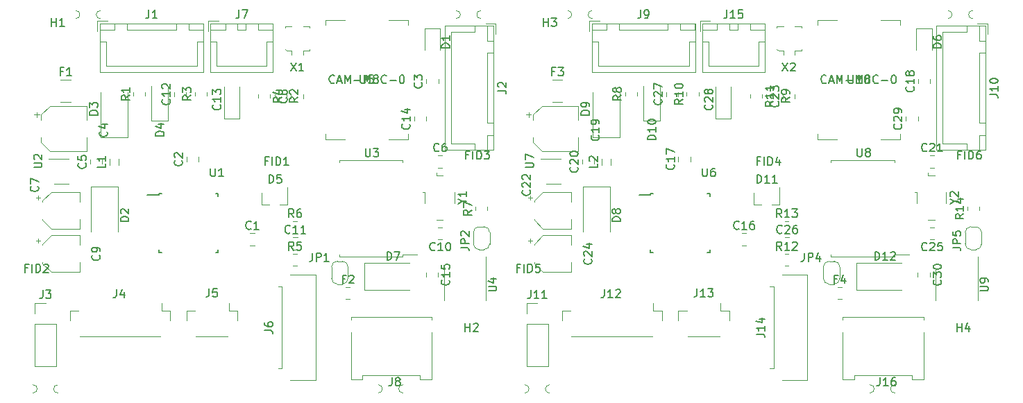
<source format=gbr>
%TF.GenerationSoftware,KiCad,Pcbnew,7.0.10*%
%TF.CreationDate,2024-03-22T19:30:52+01:00*%
%TF.ProjectId,SmartDisplay,536d6172-7444-4697-9370-6c61792e6b69,rev?*%
%TF.SameCoordinates,Original*%
%TF.FileFunction,Legend,Top*%
%TF.FilePolarity,Positive*%
%FSLAX46Y46*%
G04 Gerber Fmt 4.6, Leading zero omitted, Abs format (unit mm)*
G04 Created by KiCad (PCBNEW 7.0.10) date 2024-03-22 19:30:52*
%MOMM*%
%LPD*%
G01*
G04 APERTURE LIST*
%ADD10C,0.150000*%
%ADD11C,0.100000*%
%ADD12C,0.120000*%
G04 APERTURE END LIST*
D10*
X151785714Y-71084819D02*
X151785714Y-70084819D01*
X151785714Y-70084819D02*
X152023809Y-70084819D01*
X152023809Y-70084819D02*
X152166666Y-70132438D01*
X152166666Y-70132438D02*
X152261904Y-70227676D01*
X152261904Y-70227676D02*
X152309523Y-70322914D01*
X152309523Y-70322914D02*
X152357142Y-70513390D01*
X152357142Y-70513390D02*
X152357142Y-70656247D01*
X152357142Y-70656247D02*
X152309523Y-70846723D01*
X152309523Y-70846723D02*
X152261904Y-70941961D01*
X152261904Y-70941961D02*
X152166666Y-71037200D01*
X152166666Y-71037200D02*
X152023809Y-71084819D01*
X152023809Y-71084819D02*
X151785714Y-71084819D01*
X153309523Y-71084819D02*
X152738095Y-71084819D01*
X153023809Y-71084819D02*
X153023809Y-70084819D01*
X153023809Y-70084819D02*
X152928571Y-70227676D01*
X152928571Y-70227676D02*
X152833333Y-70322914D01*
X152833333Y-70322914D02*
X152738095Y-70370533D01*
X153690476Y-70180057D02*
X153738095Y-70132438D01*
X153738095Y-70132438D02*
X153833333Y-70084819D01*
X153833333Y-70084819D02*
X154071428Y-70084819D01*
X154071428Y-70084819D02*
X154166666Y-70132438D01*
X154166666Y-70132438D02*
X154214285Y-70180057D01*
X154214285Y-70180057D02*
X154261904Y-70275295D01*
X154261904Y-70275295D02*
X154261904Y-70370533D01*
X154261904Y-70370533D02*
X154214285Y-70513390D01*
X154214285Y-70513390D02*
X153642857Y-71084819D01*
X153642857Y-71084819D02*
X154261904Y-71084819D01*
X143166666Y-70234819D02*
X143166666Y-70949104D01*
X143166666Y-70949104D02*
X143119047Y-71091961D01*
X143119047Y-71091961D02*
X143023809Y-71187200D01*
X143023809Y-71187200D02*
X142880952Y-71234819D01*
X142880952Y-71234819D02*
X142785714Y-71234819D01*
X143642857Y-71234819D02*
X143642857Y-70234819D01*
X143642857Y-70234819D02*
X144023809Y-70234819D01*
X144023809Y-70234819D02*
X144119047Y-70282438D01*
X144119047Y-70282438D02*
X144166666Y-70330057D01*
X144166666Y-70330057D02*
X144214285Y-70425295D01*
X144214285Y-70425295D02*
X144214285Y-70568152D01*
X144214285Y-70568152D02*
X144166666Y-70663390D01*
X144166666Y-70663390D02*
X144119047Y-70711009D01*
X144119047Y-70711009D02*
X144023809Y-70758628D01*
X144023809Y-70758628D02*
X143642857Y-70758628D01*
X145071428Y-70568152D02*
X145071428Y-71234819D01*
X144833333Y-70187200D02*
X144595238Y-70901485D01*
X144595238Y-70901485D02*
X145214285Y-70901485D01*
X109790476Y-74774819D02*
X109790476Y-75489104D01*
X109790476Y-75489104D02*
X109742857Y-75631961D01*
X109742857Y-75631961D02*
X109647619Y-75727200D01*
X109647619Y-75727200D02*
X109504762Y-75774819D01*
X109504762Y-75774819D02*
X109409524Y-75774819D01*
X110790476Y-75774819D02*
X110219048Y-75774819D01*
X110504762Y-75774819D02*
X110504762Y-74774819D01*
X110504762Y-74774819D02*
X110409524Y-74917676D01*
X110409524Y-74917676D02*
X110314286Y-75012914D01*
X110314286Y-75012914D02*
X110219048Y-75060533D01*
X111742857Y-75774819D02*
X111171429Y-75774819D01*
X111457143Y-75774819D02*
X111457143Y-74774819D01*
X111457143Y-74774819D02*
X111361905Y-74917676D01*
X111361905Y-74917676D02*
X111266667Y-75012914D01*
X111266667Y-75012914D02*
X111171429Y-75060533D01*
X118790476Y-74684819D02*
X118790476Y-75399104D01*
X118790476Y-75399104D02*
X118742857Y-75541961D01*
X118742857Y-75541961D02*
X118647619Y-75637200D01*
X118647619Y-75637200D02*
X118504762Y-75684819D01*
X118504762Y-75684819D02*
X118409524Y-75684819D01*
X119790476Y-75684819D02*
X119219048Y-75684819D01*
X119504762Y-75684819D02*
X119504762Y-74684819D01*
X119504762Y-74684819D02*
X119409524Y-74827676D01*
X119409524Y-74827676D02*
X119314286Y-74922914D01*
X119314286Y-74922914D02*
X119219048Y-74970533D01*
X120171429Y-74780057D02*
X120219048Y-74732438D01*
X120219048Y-74732438D02*
X120314286Y-74684819D01*
X120314286Y-74684819D02*
X120552381Y-74684819D01*
X120552381Y-74684819D02*
X120647619Y-74732438D01*
X120647619Y-74732438D02*
X120695238Y-74780057D01*
X120695238Y-74780057D02*
X120742857Y-74875295D01*
X120742857Y-74875295D02*
X120742857Y-74970533D01*
X120742857Y-74970533D02*
X120695238Y-75113390D01*
X120695238Y-75113390D02*
X120123810Y-75684819D01*
X120123810Y-75684819D02*
X120742857Y-75684819D01*
X116954819Y-53368094D02*
X115954819Y-53368094D01*
X115954819Y-53368094D02*
X115954819Y-53129999D01*
X115954819Y-53129999D02*
X116002438Y-52987142D01*
X116002438Y-52987142D02*
X116097676Y-52891904D01*
X116097676Y-52891904D02*
X116192914Y-52844285D01*
X116192914Y-52844285D02*
X116383390Y-52796666D01*
X116383390Y-52796666D02*
X116526247Y-52796666D01*
X116526247Y-52796666D02*
X116716723Y-52844285D01*
X116716723Y-52844285D02*
X116811961Y-52891904D01*
X116811961Y-52891904D02*
X116907200Y-52987142D01*
X116907200Y-52987142D02*
X116954819Y-53129999D01*
X116954819Y-53129999D02*
X116954819Y-53368094D01*
X116954819Y-52320475D02*
X116954819Y-52129999D01*
X116954819Y-52129999D02*
X116907200Y-52034761D01*
X116907200Y-52034761D02*
X116859580Y-51987142D01*
X116859580Y-51987142D02*
X116716723Y-51891904D01*
X116716723Y-51891904D02*
X116526247Y-51844285D01*
X116526247Y-51844285D02*
X116145295Y-51844285D01*
X116145295Y-51844285D02*
X116050057Y-51891904D01*
X116050057Y-51891904D02*
X116002438Y-51939523D01*
X116002438Y-51939523D02*
X115954819Y-52034761D01*
X115954819Y-52034761D02*
X115954819Y-52225237D01*
X115954819Y-52225237D02*
X116002438Y-52320475D01*
X116002438Y-52320475D02*
X116050057Y-52368094D01*
X116050057Y-52368094D02*
X116145295Y-52415713D01*
X116145295Y-52415713D02*
X116383390Y-52415713D01*
X116383390Y-52415713D02*
X116478628Y-52368094D01*
X116478628Y-52368094D02*
X116526247Y-52320475D01*
X116526247Y-52320475D02*
X116573866Y-52225237D01*
X116573866Y-52225237D02*
X116573866Y-52034761D01*
X116573866Y-52034761D02*
X116526247Y-51939523D01*
X116526247Y-51939523D02*
X116478628Y-51891904D01*
X116478628Y-51891904D02*
X116383390Y-51844285D01*
X120744819Y-66368094D02*
X119744819Y-66368094D01*
X119744819Y-66368094D02*
X119744819Y-66129999D01*
X119744819Y-66129999D02*
X119792438Y-65987142D01*
X119792438Y-65987142D02*
X119887676Y-65891904D01*
X119887676Y-65891904D02*
X119982914Y-65844285D01*
X119982914Y-65844285D02*
X120173390Y-65796666D01*
X120173390Y-65796666D02*
X120316247Y-65796666D01*
X120316247Y-65796666D02*
X120506723Y-65844285D01*
X120506723Y-65844285D02*
X120601961Y-65891904D01*
X120601961Y-65891904D02*
X120697200Y-65987142D01*
X120697200Y-65987142D02*
X120744819Y-66129999D01*
X120744819Y-66129999D02*
X120744819Y-66368094D01*
X120173390Y-65225237D02*
X120125771Y-65320475D01*
X120125771Y-65320475D02*
X120078152Y-65368094D01*
X120078152Y-65368094D02*
X119982914Y-65415713D01*
X119982914Y-65415713D02*
X119935295Y-65415713D01*
X119935295Y-65415713D02*
X119840057Y-65368094D01*
X119840057Y-65368094D02*
X119792438Y-65320475D01*
X119792438Y-65320475D02*
X119744819Y-65225237D01*
X119744819Y-65225237D02*
X119744819Y-65034761D01*
X119744819Y-65034761D02*
X119792438Y-64939523D01*
X119792438Y-64939523D02*
X119840057Y-64891904D01*
X119840057Y-64891904D02*
X119935295Y-64844285D01*
X119935295Y-64844285D02*
X119982914Y-64844285D01*
X119982914Y-64844285D02*
X120078152Y-64891904D01*
X120078152Y-64891904D02*
X120125771Y-64939523D01*
X120125771Y-64939523D02*
X120173390Y-65034761D01*
X120173390Y-65034761D02*
X120173390Y-65225237D01*
X120173390Y-65225237D02*
X120221009Y-65320475D01*
X120221009Y-65320475D02*
X120268628Y-65368094D01*
X120268628Y-65368094D02*
X120363866Y-65415713D01*
X120363866Y-65415713D02*
X120554342Y-65415713D01*
X120554342Y-65415713D02*
X120649580Y-65368094D01*
X120649580Y-65368094D02*
X120697200Y-65320475D01*
X120697200Y-65320475D02*
X120744819Y-65225237D01*
X120744819Y-65225237D02*
X120744819Y-65034761D01*
X120744819Y-65034761D02*
X120697200Y-64939523D01*
X120697200Y-64939523D02*
X120649580Y-64891904D01*
X120649580Y-64891904D02*
X120554342Y-64844285D01*
X120554342Y-64844285D02*
X120363866Y-64844285D01*
X120363866Y-64844285D02*
X120268628Y-64891904D01*
X120268628Y-64891904D02*
X120221009Y-64939523D01*
X120221009Y-64939523D02*
X120173390Y-65034761D01*
X137385714Y-61684819D02*
X137385714Y-60684819D01*
X137385714Y-60684819D02*
X137623809Y-60684819D01*
X137623809Y-60684819D02*
X137766666Y-60732438D01*
X137766666Y-60732438D02*
X137861904Y-60827676D01*
X137861904Y-60827676D02*
X137909523Y-60922914D01*
X137909523Y-60922914D02*
X137957142Y-61113390D01*
X137957142Y-61113390D02*
X137957142Y-61256247D01*
X137957142Y-61256247D02*
X137909523Y-61446723D01*
X137909523Y-61446723D02*
X137861904Y-61541961D01*
X137861904Y-61541961D02*
X137766666Y-61637200D01*
X137766666Y-61637200D02*
X137623809Y-61684819D01*
X137623809Y-61684819D02*
X137385714Y-61684819D01*
X138909523Y-61684819D02*
X138338095Y-61684819D01*
X138623809Y-61684819D02*
X138623809Y-60684819D01*
X138623809Y-60684819D02*
X138528571Y-60827676D01*
X138528571Y-60827676D02*
X138433333Y-60922914D01*
X138433333Y-60922914D02*
X138338095Y-60970533D01*
X139861904Y-61684819D02*
X139290476Y-61684819D01*
X139576190Y-61684819D02*
X139576190Y-60684819D01*
X139576190Y-60684819D02*
X139480952Y-60827676D01*
X139480952Y-60827676D02*
X139385714Y-60922914D01*
X139385714Y-60922914D02*
X139290476Y-60970533D01*
X137718571Y-59001009D02*
X137385238Y-59001009D01*
X137385238Y-59524819D02*
X137385238Y-58524819D01*
X137385238Y-58524819D02*
X137861428Y-58524819D01*
X138242381Y-59524819D02*
X138242381Y-58524819D01*
X138718571Y-59524819D02*
X138718571Y-58524819D01*
X138718571Y-58524819D02*
X138956666Y-58524819D01*
X138956666Y-58524819D02*
X139099523Y-58572438D01*
X139099523Y-58572438D02*
X139194761Y-58667676D01*
X139194761Y-58667676D02*
X139242380Y-58762914D01*
X139242380Y-58762914D02*
X139289999Y-58953390D01*
X139289999Y-58953390D02*
X139289999Y-59096247D01*
X139289999Y-59096247D02*
X139242380Y-59286723D01*
X139242380Y-59286723D02*
X139194761Y-59381961D01*
X139194761Y-59381961D02*
X139099523Y-59477200D01*
X139099523Y-59477200D02*
X138956666Y-59524819D01*
X138956666Y-59524819D02*
X138718571Y-59524819D01*
X140147142Y-58858152D02*
X140147142Y-59524819D01*
X139909047Y-58477200D02*
X139670952Y-59191485D01*
X139670952Y-59191485D02*
X140289999Y-59191485D01*
X140505476Y-47024819D02*
X141172142Y-48024819D01*
X141172142Y-47024819D02*
X140505476Y-48024819D01*
X141505476Y-47120057D02*
X141553095Y-47072438D01*
X141553095Y-47072438D02*
X141648333Y-47024819D01*
X141648333Y-47024819D02*
X141886428Y-47024819D01*
X141886428Y-47024819D02*
X141981666Y-47072438D01*
X141981666Y-47072438D02*
X142029285Y-47120057D01*
X142029285Y-47120057D02*
X142076904Y-47215295D01*
X142076904Y-47215295D02*
X142076904Y-47310533D01*
X142076904Y-47310533D02*
X142029285Y-47453390D01*
X142029285Y-47453390D02*
X141457857Y-48024819D01*
X141457857Y-48024819D02*
X142076904Y-48024819D01*
X154969580Y-54500357D02*
X155017200Y-54547976D01*
X155017200Y-54547976D02*
X155064819Y-54690833D01*
X155064819Y-54690833D02*
X155064819Y-54786071D01*
X155064819Y-54786071D02*
X155017200Y-54928928D01*
X155017200Y-54928928D02*
X154921961Y-55024166D01*
X154921961Y-55024166D02*
X154826723Y-55071785D01*
X154826723Y-55071785D02*
X154636247Y-55119404D01*
X154636247Y-55119404D02*
X154493390Y-55119404D01*
X154493390Y-55119404D02*
X154302914Y-55071785D01*
X154302914Y-55071785D02*
X154207676Y-55024166D01*
X154207676Y-55024166D02*
X154112438Y-54928928D01*
X154112438Y-54928928D02*
X154064819Y-54786071D01*
X154064819Y-54786071D02*
X154064819Y-54690833D01*
X154064819Y-54690833D02*
X154112438Y-54547976D01*
X154112438Y-54547976D02*
X154160057Y-54500357D01*
X154160057Y-54119404D02*
X154112438Y-54071785D01*
X154112438Y-54071785D02*
X154064819Y-53976547D01*
X154064819Y-53976547D02*
X154064819Y-53738452D01*
X154064819Y-53738452D02*
X154112438Y-53643214D01*
X154112438Y-53643214D02*
X154160057Y-53595595D01*
X154160057Y-53595595D02*
X154255295Y-53547976D01*
X154255295Y-53547976D02*
X154350533Y-53547976D01*
X154350533Y-53547976D02*
X154493390Y-53595595D01*
X154493390Y-53595595D02*
X155064819Y-54167023D01*
X155064819Y-54167023D02*
X155064819Y-53547976D01*
X155064819Y-53071785D02*
X155064819Y-52881309D01*
X155064819Y-52881309D02*
X155017200Y-52786071D01*
X155017200Y-52786071D02*
X154969580Y-52738452D01*
X154969580Y-52738452D02*
X154826723Y-52643214D01*
X154826723Y-52643214D02*
X154636247Y-52595595D01*
X154636247Y-52595595D02*
X154255295Y-52595595D01*
X154255295Y-52595595D02*
X154160057Y-52643214D01*
X154160057Y-52643214D02*
X154112438Y-52690833D01*
X154112438Y-52690833D02*
X154064819Y-52786071D01*
X154064819Y-52786071D02*
X154064819Y-52976547D01*
X154064819Y-52976547D02*
X154112438Y-53071785D01*
X154112438Y-53071785D02*
X154160057Y-53119404D01*
X154160057Y-53119404D02*
X154255295Y-53167023D01*
X154255295Y-53167023D02*
X154493390Y-53167023D01*
X154493390Y-53167023D02*
X154588628Y-53119404D01*
X154588628Y-53119404D02*
X154636247Y-53071785D01*
X154636247Y-53071785D02*
X154683866Y-52976547D01*
X154683866Y-52976547D02*
X154683866Y-52786071D01*
X154683866Y-52786071D02*
X154636247Y-52690833D01*
X154636247Y-52690833D02*
X154588628Y-52643214D01*
X154588628Y-52643214D02*
X154493390Y-52595595D01*
X109154819Y-59791904D02*
X109964342Y-59791904D01*
X109964342Y-59791904D02*
X110059580Y-59744285D01*
X110059580Y-59744285D02*
X110107200Y-59696666D01*
X110107200Y-59696666D02*
X110154819Y-59601428D01*
X110154819Y-59601428D02*
X110154819Y-59410952D01*
X110154819Y-59410952D02*
X110107200Y-59315714D01*
X110107200Y-59315714D02*
X110059580Y-59268095D01*
X110059580Y-59268095D02*
X109964342Y-59220476D01*
X109964342Y-59220476D02*
X109154819Y-59220476D01*
X109154819Y-58839523D02*
X109154819Y-58172857D01*
X109154819Y-58172857D02*
X110154819Y-58601428D01*
X139969580Y-51750357D02*
X140017200Y-51797976D01*
X140017200Y-51797976D02*
X140064819Y-51940833D01*
X140064819Y-51940833D02*
X140064819Y-52036071D01*
X140064819Y-52036071D02*
X140017200Y-52178928D01*
X140017200Y-52178928D02*
X139921961Y-52274166D01*
X139921961Y-52274166D02*
X139826723Y-52321785D01*
X139826723Y-52321785D02*
X139636247Y-52369404D01*
X139636247Y-52369404D02*
X139493390Y-52369404D01*
X139493390Y-52369404D02*
X139302914Y-52321785D01*
X139302914Y-52321785D02*
X139207676Y-52274166D01*
X139207676Y-52274166D02*
X139112438Y-52178928D01*
X139112438Y-52178928D02*
X139064819Y-52036071D01*
X139064819Y-52036071D02*
X139064819Y-51940833D01*
X139064819Y-51940833D02*
X139112438Y-51797976D01*
X139112438Y-51797976D02*
X139160057Y-51750357D01*
X139160057Y-51369404D02*
X139112438Y-51321785D01*
X139112438Y-51321785D02*
X139064819Y-51226547D01*
X139064819Y-51226547D02*
X139064819Y-50988452D01*
X139064819Y-50988452D02*
X139112438Y-50893214D01*
X139112438Y-50893214D02*
X139160057Y-50845595D01*
X139160057Y-50845595D02*
X139255295Y-50797976D01*
X139255295Y-50797976D02*
X139350533Y-50797976D01*
X139350533Y-50797976D02*
X139493390Y-50845595D01*
X139493390Y-50845595D02*
X140064819Y-51417023D01*
X140064819Y-51417023D02*
X140064819Y-50797976D01*
X139064819Y-50464642D02*
X139064819Y-49845595D01*
X139064819Y-49845595D02*
X139445771Y-50178928D01*
X139445771Y-50178928D02*
X139445771Y-50036071D01*
X139445771Y-50036071D02*
X139493390Y-49940833D01*
X139493390Y-49940833D02*
X139541009Y-49893214D01*
X139541009Y-49893214D02*
X139636247Y-49845595D01*
X139636247Y-49845595D02*
X139874342Y-49845595D01*
X139874342Y-49845595D02*
X139969580Y-49893214D01*
X139969580Y-49893214D02*
X140017200Y-49940833D01*
X140017200Y-49940833D02*
X140064819Y-50036071D01*
X140064819Y-50036071D02*
X140064819Y-50321785D01*
X140064819Y-50321785D02*
X140017200Y-50417023D01*
X140017200Y-50417023D02*
X139969580Y-50464642D01*
X148551905Y-48524819D02*
X148551905Y-49334342D01*
X148551905Y-49334342D02*
X148599524Y-49429580D01*
X148599524Y-49429580D02*
X148647143Y-49477200D01*
X148647143Y-49477200D02*
X148742381Y-49524819D01*
X148742381Y-49524819D02*
X148932857Y-49524819D01*
X148932857Y-49524819D02*
X149028095Y-49477200D01*
X149028095Y-49477200D02*
X149075714Y-49429580D01*
X149075714Y-49429580D02*
X149123333Y-49334342D01*
X149123333Y-49334342D02*
X149123333Y-48524819D01*
X150123333Y-49524819D02*
X149551905Y-49524819D01*
X149837619Y-49524819D02*
X149837619Y-48524819D01*
X149837619Y-48524819D02*
X149742381Y-48667676D01*
X149742381Y-48667676D02*
X149647143Y-48762914D01*
X149647143Y-48762914D02*
X149551905Y-48810533D01*
X150742381Y-48524819D02*
X150837619Y-48524819D01*
X150837619Y-48524819D02*
X150932857Y-48572438D01*
X150932857Y-48572438D02*
X150980476Y-48620057D01*
X150980476Y-48620057D02*
X151028095Y-48715295D01*
X151028095Y-48715295D02*
X151075714Y-48905771D01*
X151075714Y-48905771D02*
X151075714Y-49143866D01*
X151075714Y-49143866D02*
X151028095Y-49334342D01*
X151028095Y-49334342D02*
X150980476Y-49429580D01*
X150980476Y-49429580D02*
X150932857Y-49477200D01*
X150932857Y-49477200D02*
X150837619Y-49524819D01*
X150837619Y-49524819D02*
X150742381Y-49524819D01*
X150742381Y-49524819D02*
X150647143Y-49477200D01*
X150647143Y-49477200D02*
X150599524Y-49429580D01*
X150599524Y-49429580D02*
X150551905Y-49334342D01*
X150551905Y-49334342D02*
X150504286Y-49143866D01*
X150504286Y-49143866D02*
X150504286Y-48905771D01*
X150504286Y-48905771D02*
X150551905Y-48715295D01*
X150551905Y-48715295D02*
X150599524Y-48620057D01*
X150599524Y-48620057D02*
X150647143Y-48572438D01*
X150647143Y-48572438D02*
X150742381Y-48524819D01*
X145837619Y-49429580D02*
X145790000Y-49477200D01*
X145790000Y-49477200D02*
X145647143Y-49524819D01*
X145647143Y-49524819D02*
X145551905Y-49524819D01*
X145551905Y-49524819D02*
X145409048Y-49477200D01*
X145409048Y-49477200D02*
X145313810Y-49381961D01*
X145313810Y-49381961D02*
X145266191Y-49286723D01*
X145266191Y-49286723D02*
X145218572Y-49096247D01*
X145218572Y-49096247D02*
X145218572Y-48953390D01*
X145218572Y-48953390D02*
X145266191Y-48762914D01*
X145266191Y-48762914D02*
X145313810Y-48667676D01*
X145313810Y-48667676D02*
X145409048Y-48572438D01*
X145409048Y-48572438D02*
X145551905Y-48524819D01*
X145551905Y-48524819D02*
X145647143Y-48524819D01*
X145647143Y-48524819D02*
X145790000Y-48572438D01*
X145790000Y-48572438D02*
X145837619Y-48620057D01*
X146218572Y-49239104D02*
X146694762Y-49239104D01*
X146123334Y-49524819D02*
X146456667Y-48524819D01*
X146456667Y-48524819D02*
X146790000Y-49524819D01*
X147123334Y-49524819D02*
X147123334Y-48524819D01*
X147123334Y-48524819D02*
X147456667Y-49239104D01*
X147456667Y-49239104D02*
X147790000Y-48524819D01*
X147790000Y-48524819D02*
X147790000Y-49524819D01*
X148266191Y-49143866D02*
X149028096Y-49143866D01*
X149504286Y-49524819D02*
X149504286Y-48524819D01*
X149504286Y-48524819D02*
X149837619Y-49239104D01*
X149837619Y-49239104D02*
X150170952Y-48524819D01*
X150170952Y-48524819D02*
X150170952Y-49524819D01*
X150790000Y-48953390D02*
X150694762Y-48905771D01*
X150694762Y-48905771D02*
X150647143Y-48858152D01*
X150647143Y-48858152D02*
X150599524Y-48762914D01*
X150599524Y-48762914D02*
X150599524Y-48715295D01*
X150599524Y-48715295D02*
X150647143Y-48620057D01*
X150647143Y-48620057D02*
X150694762Y-48572438D01*
X150694762Y-48572438D02*
X150790000Y-48524819D01*
X150790000Y-48524819D02*
X150980476Y-48524819D01*
X150980476Y-48524819D02*
X151075714Y-48572438D01*
X151075714Y-48572438D02*
X151123333Y-48620057D01*
X151123333Y-48620057D02*
X151170952Y-48715295D01*
X151170952Y-48715295D02*
X151170952Y-48762914D01*
X151170952Y-48762914D02*
X151123333Y-48858152D01*
X151123333Y-48858152D02*
X151075714Y-48905771D01*
X151075714Y-48905771D02*
X150980476Y-48953390D01*
X150980476Y-48953390D02*
X150790000Y-48953390D01*
X150790000Y-48953390D02*
X150694762Y-49001009D01*
X150694762Y-49001009D02*
X150647143Y-49048628D01*
X150647143Y-49048628D02*
X150599524Y-49143866D01*
X150599524Y-49143866D02*
X150599524Y-49334342D01*
X150599524Y-49334342D02*
X150647143Y-49429580D01*
X150647143Y-49429580D02*
X150694762Y-49477200D01*
X150694762Y-49477200D02*
X150790000Y-49524819D01*
X150790000Y-49524819D02*
X150980476Y-49524819D01*
X150980476Y-49524819D02*
X151075714Y-49477200D01*
X151075714Y-49477200D02*
X151123333Y-49429580D01*
X151123333Y-49429580D02*
X151170952Y-49334342D01*
X151170952Y-49334342D02*
X151170952Y-49143866D01*
X151170952Y-49143866D02*
X151123333Y-49048628D01*
X151123333Y-49048628D02*
X151075714Y-49001009D01*
X151075714Y-49001009D02*
X150980476Y-48953390D01*
X152170952Y-49429580D02*
X152123333Y-49477200D01*
X152123333Y-49477200D02*
X151980476Y-49524819D01*
X151980476Y-49524819D02*
X151885238Y-49524819D01*
X151885238Y-49524819D02*
X151742381Y-49477200D01*
X151742381Y-49477200D02*
X151647143Y-49381961D01*
X151647143Y-49381961D02*
X151599524Y-49286723D01*
X151599524Y-49286723D02*
X151551905Y-49096247D01*
X151551905Y-49096247D02*
X151551905Y-48953390D01*
X151551905Y-48953390D02*
X151599524Y-48762914D01*
X151599524Y-48762914D02*
X151647143Y-48667676D01*
X151647143Y-48667676D02*
X151742381Y-48572438D01*
X151742381Y-48572438D02*
X151885238Y-48524819D01*
X151885238Y-48524819D02*
X151980476Y-48524819D01*
X151980476Y-48524819D02*
X152123333Y-48572438D01*
X152123333Y-48572438D02*
X152170952Y-48620057D01*
X152599524Y-49143866D02*
X153361429Y-49143866D01*
X154028095Y-48524819D02*
X154123333Y-48524819D01*
X154123333Y-48524819D02*
X154218571Y-48572438D01*
X154218571Y-48572438D02*
X154266190Y-48620057D01*
X154266190Y-48620057D02*
X154313809Y-48715295D01*
X154313809Y-48715295D02*
X154361428Y-48905771D01*
X154361428Y-48905771D02*
X154361428Y-49143866D01*
X154361428Y-49143866D02*
X154313809Y-49334342D01*
X154313809Y-49334342D02*
X154266190Y-49429580D01*
X154266190Y-49429580D02*
X154218571Y-49477200D01*
X154218571Y-49477200D02*
X154123333Y-49524819D01*
X154123333Y-49524819D02*
X154028095Y-49524819D01*
X154028095Y-49524819D02*
X153932857Y-49477200D01*
X153932857Y-49477200D02*
X153885238Y-49429580D01*
X153885238Y-49429580D02*
X153837619Y-49334342D01*
X153837619Y-49334342D02*
X153790000Y-49143866D01*
X153790000Y-49143866D02*
X153790000Y-48905771D01*
X153790000Y-48905771D02*
X153837619Y-48715295D01*
X153837619Y-48715295D02*
X153885238Y-48620057D01*
X153885238Y-48620057D02*
X153932857Y-48572438D01*
X153932857Y-48572438D02*
X154028095Y-48524819D01*
X149790000Y-48524819D02*
X149790000Y-48762914D01*
X149551905Y-48667676D02*
X149790000Y-48762914D01*
X149790000Y-48762914D02*
X150028095Y-48667676D01*
X149647143Y-48953390D02*
X149790000Y-48762914D01*
X149790000Y-48762914D02*
X149932857Y-48953390D01*
X131899580Y-52150357D02*
X131947200Y-52197976D01*
X131947200Y-52197976D02*
X131994819Y-52340833D01*
X131994819Y-52340833D02*
X131994819Y-52436071D01*
X131994819Y-52436071D02*
X131947200Y-52578928D01*
X131947200Y-52578928D02*
X131851961Y-52674166D01*
X131851961Y-52674166D02*
X131756723Y-52721785D01*
X131756723Y-52721785D02*
X131566247Y-52769404D01*
X131566247Y-52769404D02*
X131423390Y-52769404D01*
X131423390Y-52769404D02*
X131232914Y-52721785D01*
X131232914Y-52721785D02*
X131137676Y-52674166D01*
X131137676Y-52674166D02*
X131042438Y-52578928D01*
X131042438Y-52578928D02*
X130994819Y-52436071D01*
X130994819Y-52436071D02*
X130994819Y-52340833D01*
X130994819Y-52340833D02*
X131042438Y-52197976D01*
X131042438Y-52197976D02*
X131090057Y-52150357D01*
X131090057Y-51769404D02*
X131042438Y-51721785D01*
X131042438Y-51721785D02*
X130994819Y-51626547D01*
X130994819Y-51626547D02*
X130994819Y-51388452D01*
X130994819Y-51388452D02*
X131042438Y-51293214D01*
X131042438Y-51293214D02*
X131090057Y-51245595D01*
X131090057Y-51245595D02*
X131185295Y-51197976D01*
X131185295Y-51197976D02*
X131280533Y-51197976D01*
X131280533Y-51197976D02*
X131423390Y-51245595D01*
X131423390Y-51245595D02*
X131994819Y-51817023D01*
X131994819Y-51817023D02*
X131994819Y-51197976D01*
X131423390Y-50626547D02*
X131375771Y-50721785D01*
X131375771Y-50721785D02*
X131328152Y-50769404D01*
X131328152Y-50769404D02*
X131232914Y-50817023D01*
X131232914Y-50817023D02*
X131185295Y-50817023D01*
X131185295Y-50817023D02*
X131090057Y-50769404D01*
X131090057Y-50769404D02*
X131042438Y-50721785D01*
X131042438Y-50721785D02*
X130994819Y-50626547D01*
X130994819Y-50626547D02*
X130994819Y-50436071D01*
X130994819Y-50436071D02*
X131042438Y-50340833D01*
X131042438Y-50340833D02*
X131090057Y-50293214D01*
X131090057Y-50293214D02*
X131185295Y-50245595D01*
X131185295Y-50245595D02*
X131232914Y-50245595D01*
X131232914Y-50245595D02*
X131328152Y-50293214D01*
X131328152Y-50293214D02*
X131375771Y-50340833D01*
X131375771Y-50340833D02*
X131423390Y-50436071D01*
X131423390Y-50436071D02*
X131423390Y-50626547D01*
X131423390Y-50626547D02*
X131471009Y-50721785D01*
X131471009Y-50721785D02*
X131518628Y-50769404D01*
X131518628Y-50769404D02*
X131613866Y-50817023D01*
X131613866Y-50817023D02*
X131804342Y-50817023D01*
X131804342Y-50817023D02*
X131899580Y-50769404D01*
X131899580Y-50769404D02*
X131947200Y-50721785D01*
X131947200Y-50721785D02*
X131994819Y-50626547D01*
X131994819Y-50626547D02*
X131994819Y-50436071D01*
X131994819Y-50436071D02*
X131947200Y-50340833D01*
X131947200Y-50340833D02*
X131899580Y-50293214D01*
X131899580Y-50293214D02*
X131804342Y-50245595D01*
X131804342Y-50245595D02*
X131613866Y-50245595D01*
X131613866Y-50245595D02*
X131518628Y-50293214D01*
X131518628Y-50293214D02*
X131471009Y-50340833D01*
X131471009Y-50340833D02*
X131423390Y-50436071D01*
X123206666Y-40568819D02*
X123206666Y-41283104D01*
X123206666Y-41283104D02*
X123159047Y-41425961D01*
X123159047Y-41425961D02*
X123063809Y-41521200D01*
X123063809Y-41521200D02*
X122920952Y-41568819D01*
X122920952Y-41568819D02*
X122825714Y-41568819D01*
X123730476Y-41568819D02*
X123920952Y-41568819D01*
X123920952Y-41568819D02*
X124016190Y-41521200D01*
X124016190Y-41521200D02*
X124063809Y-41473580D01*
X124063809Y-41473580D02*
X124159047Y-41330723D01*
X124159047Y-41330723D02*
X124206666Y-41140247D01*
X124206666Y-41140247D02*
X124206666Y-40759295D01*
X124206666Y-40759295D02*
X124159047Y-40664057D01*
X124159047Y-40664057D02*
X124111428Y-40616438D01*
X124111428Y-40616438D02*
X124016190Y-40568819D01*
X124016190Y-40568819D02*
X123825714Y-40568819D01*
X123825714Y-40568819D02*
X123730476Y-40616438D01*
X123730476Y-40616438D02*
X123682857Y-40664057D01*
X123682857Y-40664057D02*
X123635238Y-40759295D01*
X123635238Y-40759295D02*
X123635238Y-40997390D01*
X123635238Y-40997390D02*
X123682857Y-41092628D01*
X123682857Y-41092628D02*
X123730476Y-41140247D01*
X123730476Y-41140247D02*
X123825714Y-41187866D01*
X123825714Y-41187866D02*
X124016190Y-41187866D01*
X124016190Y-41187866D02*
X124111428Y-41140247D01*
X124111428Y-41140247D02*
X124159047Y-41092628D01*
X124159047Y-41092628D02*
X124206666Y-40997390D01*
X158109642Y-57749580D02*
X158062023Y-57797200D01*
X158062023Y-57797200D02*
X157919166Y-57844819D01*
X157919166Y-57844819D02*
X157823928Y-57844819D01*
X157823928Y-57844819D02*
X157681071Y-57797200D01*
X157681071Y-57797200D02*
X157585833Y-57701961D01*
X157585833Y-57701961D02*
X157538214Y-57606723D01*
X157538214Y-57606723D02*
X157490595Y-57416247D01*
X157490595Y-57416247D02*
X157490595Y-57273390D01*
X157490595Y-57273390D02*
X157538214Y-57082914D01*
X157538214Y-57082914D02*
X157585833Y-56987676D01*
X157585833Y-56987676D02*
X157681071Y-56892438D01*
X157681071Y-56892438D02*
X157823928Y-56844819D01*
X157823928Y-56844819D02*
X157919166Y-56844819D01*
X157919166Y-56844819D02*
X158062023Y-56892438D01*
X158062023Y-56892438D02*
X158109642Y-56940057D01*
X158490595Y-56940057D02*
X158538214Y-56892438D01*
X158538214Y-56892438D02*
X158633452Y-56844819D01*
X158633452Y-56844819D02*
X158871547Y-56844819D01*
X158871547Y-56844819D02*
X158966785Y-56892438D01*
X158966785Y-56892438D02*
X159014404Y-56940057D01*
X159014404Y-56940057D02*
X159062023Y-57035295D01*
X159062023Y-57035295D02*
X159062023Y-57130533D01*
X159062023Y-57130533D02*
X159014404Y-57273390D01*
X159014404Y-57273390D02*
X158442976Y-57844819D01*
X158442976Y-57844819D02*
X159062023Y-57844819D01*
X160014404Y-57844819D02*
X159442976Y-57844819D01*
X159728690Y-57844819D02*
X159728690Y-56844819D01*
X159728690Y-56844819D02*
X159633452Y-56987676D01*
X159633452Y-56987676D02*
X159538214Y-57082914D01*
X159538214Y-57082914D02*
X159442976Y-57130533D01*
X137324819Y-80129523D02*
X138039104Y-80129523D01*
X138039104Y-80129523D02*
X138181961Y-80177142D01*
X138181961Y-80177142D02*
X138277200Y-80272380D01*
X138277200Y-80272380D02*
X138324819Y-80415237D01*
X138324819Y-80415237D02*
X138324819Y-80510475D01*
X138324819Y-79129523D02*
X138324819Y-79700951D01*
X138324819Y-79415237D02*
X137324819Y-79415237D01*
X137324819Y-79415237D02*
X137467676Y-79510475D01*
X137467676Y-79510475D02*
X137562914Y-79605713D01*
X137562914Y-79605713D02*
X137610533Y-79700951D01*
X137658152Y-78272380D02*
X138324819Y-78272380D01*
X137277200Y-78510475D02*
X137991485Y-78748570D01*
X137991485Y-78748570D02*
X137991485Y-78129523D01*
X152385476Y-85445819D02*
X152385476Y-86160104D01*
X152385476Y-86160104D02*
X152337857Y-86302961D01*
X152337857Y-86302961D02*
X152242619Y-86398200D01*
X152242619Y-86398200D02*
X152099762Y-86445819D01*
X152099762Y-86445819D02*
X152004524Y-86445819D01*
X153385476Y-86445819D02*
X152814048Y-86445819D01*
X153099762Y-86445819D02*
X153099762Y-85445819D01*
X153099762Y-85445819D02*
X153004524Y-85588676D01*
X153004524Y-85588676D02*
X152909286Y-85683914D01*
X152909286Y-85683914D02*
X152814048Y-85731533D01*
X154242619Y-85445819D02*
X154052143Y-85445819D01*
X154052143Y-85445819D02*
X153956905Y-85493438D01*
X153956905Y-85493438D02*
X153909286Y-85541057D01*
X153909286Y-85541057D02*
X153814048Y-85683914D01*
X153814048Y-85683914D02*
X153766429Y-85874390D01*
X153766429Y-85874390D02*
X153766429Y-86255342D01*
X153766429Y-86255342D02*
X153814048Y-86350580D01*
X153814048Y-86350580D02*
X153861667Y-86398200D01*
X153861667Y-86398200D02*
X153956905Y-86445819D01*
X153956905Y-86445819D02*
X154147381Y-86445819D01*
X154147381Y-86445819D02*
X154242619Y-86398200D01*
X154242619Y-86398200D02*
X154290238Y-86350580D01*
X154290238Y-86350580D02*
X154337857Y-86255342D01*
X154337857Y-86255342D02*
X154337857Y-86017247D01*
X154337857Y-86017247D02*
X154290238Y-85922009D01*
X154290238Y-85922009D02*
X154242619Y-85874390D01*
X154242619Y-85874390D02*
X154147381Y-85826771D01*
X154147381Y-85826771D02*
X153956905Y-85826771D01*
X153956905Y-85826771D02*
X153861667Y-85874390D01*
X153861667Y-85874390D02*
X153814048Y-85922009D01*
X153814048Y-85922009D02*
X153766429Y-86017247D01*
X117904819Y-59296666D02*
X117904819Y-59772856D01*
X117904819Y-59772856D02*
X116904819Y-59772856D01*
X117000057Y-59010951D02*
X116952438Y-58963332D01*
X116952438Y-58963332D02*
X116904819Y-58868094D01*
X116904819Y-58868094D02*
X116904819Y-58629999D01*
X116904819Y-58629999D02*
X116952438Y-58534761D01*
X116952438Y-58534761D02*
X117000057Y-58487142D01*
X117000057Y-58487142D02*
X117095295Y-58439523D01*
X117095295Y-58439523D02*
X117190533Y-58439523D01*
X117190533Y-58439523D02*
X117333390Y-58487142D01*
X117333390Y-58487142D02*
X117904819Y-59058570D01*
X117904819Y-59058570D02*
X117904819Y-58439523D01*
X165794819Y-50879523D02*
X166509104Y-50879523D01*
X166509104Y-50879523D02*
X166651961Y-50927142D01*
X166651961Y-50927142D02*
X166747200Y-51022380D01*
X166747200Y-51022380D02*
X166794819Y-51165237D01*
X166794819Y-51165237D02*
X166794819Y-51260475D01*
X166794819Y-49879523D02*
X166794819Y-50450951D01*
X166794819Y-50165237D02*
X165794819Y-50165237D01*
X165794819Y-50165237D02*
X165937676Y-50260475D01*
X165937676Y-50260475D02*
X166032914Y-50355713D01*
X166032914Y-50355713D02*
X166080533Y-50450951D01*
X165794819Y-49260475D02*
X165794819Y-49165237D01*
X165794819Y-49165237D02*
X165842438Y-49069999D01*
X165842438Y-49069999D02*
X165890057Y-49022380D01*
X165890057Y-49022380D02*
X165985295Y-48974761D01*
X165985295Y-48974761D02*
X166175771Y-48927142D01*
X166175771Y-48927142D02*
X166413866Y-48927142D01*
X166413866Y-48927142D02*
X166604342Y-48974761D01*
X166604342Y-48974761D02*
X166699580Y-49022380D01*
X166699580Y-49022380D02*
X166747200Y-49069999D01*
X166747200Y-49069999D02*
X166794819Y-49165237D01*
X166794819Y-49165237D02*
X166794819Y-49260475D01*
X166794819Y-49260475D02*
X166747200Y-49355713D01*
X166747200Y-49355713D02*
X166699580Y-49403332D01*
X166699580Y-49403332D02*
X166604342Y-49450951D01*
X166604342Y-49450951D02*
X166413866Y-49498570D01*
X166413866Y-49498570D02*
X166175771Y-49498570D01*
X166175771Y-49498570D02*
X165985295Y-49450951D01*
X165985295Y-49450951D02*
X165890057Y-49403332D01*
X165890057Y-49403332D02*
X165842438Y-49355713D01*
X165842438Y-49355713D02*
X165794819Y-49260475D01*
X117159580Y-70972857D02*
X117207200Y-71020476D01*
X117207200Y-71020476D02*
X117254819Y-71163333D01*
X117254819Y-71163333D02*
X117254819Y-71258571D01*
X117254819Y-71258571D02*
X117207200Y-71401428D01*
X117207200Y-71401428D02*
X117111961Y-71496666D01*
X117111961Y-71496666D02*
X117016723Y-71544285D01*
X117016723Y-71544285D02*
X116826247Y-71591904D01*
X116826247Y-71591904D02*
X116683390Y-71591904D01*
X116683390Y-71591904D02*
X116492914Y-71544285D01*
X116492914Y-71544285D02*
X116397676Y-71496666D01*
X116397676Y-71496666D02*
X116302438Y-71401428D01*
X116302438Y-71401428D02*
X116254819Y-71258571D01*
X116254819Y-71258571D02*
X116254819Y-71163333D01*
X116254819Y-71163333D02*
X116302438Y-71020476D01*
X116302438Y-71020476D02*
X116350057Y-70972857D01*
X116350057Y-70591904D02*
X116302438Y-70544285D01*
X116302438Y-70544285D02*
X116254819Y-70449047D01*
X116254819Y-70449047D02*
X116254819Y-70210952D01*
X116254819Y-70210952D02*
X116302438Y-70115714D01*
X116302438Y-70115714D02*
X116350057Y-70068095D01*
X116350057Y-70068095D02*
X116445295Y-70020476D01*
X116445295Y-70020476D02*
X116540533Y-70020476D01*
X116540533Y-70020476D02*
X116683390Y-70068095D01*
X116683390Y-70068095D02*
X117254819Y-70639523D01*
X117254819Y-70639523D02*
X117254819Y-70020476D01*
X116588152Y-69163333D02*
X117254819Y-69163333D01*
X116207200Y-69401428D02*
X116921485Y-69639523D01*
X116921485Y-69639523D02*
X116921485Y-69020476D01*
X109659580Y-62572857D02*
X109707200Y-62620476D01*
X109707200Y-62620476D02*
X109754819Y-62763333D01*
X109754819Y-62763333D02*
X109754819Y-62858571D01*
X109754819Y-62858571D02*
X109707200Y-63001428D01*
X109707200Y-63001428D02*
X109611961Y-63096666D01*
X109611961Y-63096666D02*
X109516723Y-63144285D01*
X109516723Y-63144285D02*
X109326247Y-63191904D01*
X109326247Y-63191904D02*
X109183390Y-63191904D01*
X109183390Y-63191904D02*
X108992914Y-63144285D01*
X108992914Y-63144285D02*
X108897676Y-63096666D01*
X108897676Y-63096666D02*
X108802438Y-63001428D01*
X108802438Y-63001428D02*
X108754819Y-62858571D01*
X108754819Y-62858571D02*
X108754819Y-62763333D01*
X108754819Y-62763333D02*
X108802438Y-62620476D01*
X108802438Y-62620476D02*
X108850057Y-62572857D01*
X108850057Y-62191904D02*
X108802438Y-62144285D01*
X108802438Y-62144285D02*
X108754819Y-62049047D01*
X108754819Y-62049047D02*
X108754819Y-61810952D01*
X108754819Y-61810952D02*
X108802438Y-61715714D01*
X108802438Y-61715714D02*
X108850057Y-61668095D01*
X108850057Y-61668095D02*
X108945295Y-61620476D01*
X108945295Y-61620476D02*
X109040533Y-61620476D01*
X109040533Y-61620476D02*
X109183390Y-61668095D01*
X109183390Y-61668095D02*
X109754819Y-62239523D01*
X109754819Y-62239523D02*
X109754819Y-61620476D01*
X108850057Y-61239523D02*
X108802438Y-61191904D01*
X108802438Y-61191904D02*
X108754819Y-61096666D01*
X108754819Y-61096666D02*
X108754819Y-60858571D01*
X108754819Y-60858571D02*
X108802438Y-60763333D01*
X108802438Y-60763333D02*
X108850057Y-60715714D01*
X108850057Y-60715714D02*
X108945295Y-60668095D01*
X108945295Y-60668095D02*
X109040533Y-60668095D01*
X109040533Y-60668095D02*
X109183390Y-60715714D01*
X109183390Y-60715714D02*
X109754819Y-61287142D01*
X109754819Y-61287142D02*
X109754819Y-60668095D01*
X115469580Y-59750357D02*
X115517200Y-59797976D01*
X115517200Y-59797976D02*
X115564819Y-59940833D01*
X115564819Y-59940833D02*
X115564819Y-60036071D01*
X115564819Y-60036071D02*
X115517200Y-60178928D01*
X115517200Y-60178928D02*
X115421961Y-60274166D01*
X115421961Y-60274166D02*
X115326723Y-60321785D01*
X115326723Y-60321785D02*
X115136247Y-60369404D01*
X115136247Y-60369404D02*
X114993390Y-60369404D01*
X114993390Y-60369404D02*
X114802914Y-60321785D01*
X114802914Y-60321785D02*
X114707676Y-60274166D01*
X114707676Y-60274166D02*
X114612438Y-60178928D01*
X114612438Y-60178928D02*
X114564819Y-60036071D01*
X114564819Y-60036071D02*
X114564819Y-59940833D01*
X114564819Y-59940833D02*
X114612438Y-59797976D01*
X114612438Y-59797976D02*
X114660057Y-59750357D01*
X114660057Y-59369404D02*
X114612438Y-59321785D01*
X114612438Y-59321785D02*
X114564819Y-59226547D01*
X114564819Y-59226547D02*
X114564819Y-58988452D01*
X114564819Y-58988452D02*
X114612438Y-58893214D01*
X114612438Y-58893214D02*
X114660057Y-58845595D01*
X114660057Y-58845595D02*
X114755295Y-58797976D01*
X114755295Y-58797976D02*
X114850533Y-58797976D01*
X114850533Y-58797976D02*
X114993390Y-58845595D01*
X114993390Y-58845595D02*
X115564819Y-59417023D01*
X115564819Y-59417023D02*
X115564819Y-58797976D01*
X114564819Y-58178928D02*
X114564819Y-58083690D01*
X114564819Y-58083690D02*
X114612438Y-57988452D01*
X114612438Y-57988452D02*
X114660057Y-57940833D01*
X114660057Y-57940833D02*
X114755295Y-57893214D01*
X114755295Y-57893214D02*
X114945771Y-57845595D01*
X114945771Y-57845595D02*
X115183866Y-57845595D01*
X115183866Y-57845595D02*
X115374342Y-57893214D01*
X115374342Y-57893214D02*
X115469580Y-57940833D01*
X115469580Y-57940833D02*
X115517200Y-57988452D01*
X115517200Y-57988452D02*
X115564819Y-58083690D01*
X115564819Y-58083690D02*
X115564819Y-58178928D01*
X115564819Y-58178928D02*
X115517200Y-58274166D01*
X115517200Y-58274166D02*
X115469580Y-58321785D01*
X115469580Y-58321785D02*
X115374342Y-58369404D01*
X115374342Y-58369404D02*
X115183866Y-58417023D01*
X115183866Y-58417023D02*
X114945771Y-58417023D01*
X114945771Y-58417023D02*
X114755295Y-58369404D01*
X114755295Y-58369404D02*
X114660057Y-58321785D01*
X114660057Y-58321785D02*
X114612438Y-58274166D01*
X114612438Y-58274166D02*
X114564819Y-58178928D01*
X118059580Y-55872857D02*
X118107200Y-55920476D01*
X118107200Y-55920476D02*
X118154819Y-56063333D01*
X118154819Y-56063333D02*
X118154819Y-56158571D01*
X118154819Y-56158571D02*
X118107200Y-56301428D01*
X118107200Y-56301428D02*
X118011961Y-56396666D01*
X118011961Y-56396666D02*
X117916723Y-56444285D01*
X117916723Y-56444285D02*
X117726247Y-56491904D01*
X117726247Y-56491904D02*
X117583390Y-56491904D01*
X117583390Y-56491904D02*
X117392914Y-56444285D01*
X117392914Y-56444285D02*
X117297676Y-56396666D01*
X117297676Y-56396666D02*
X117202438Y-56301428D01*
X117202438Y-56301428D02*
X117154819Y-56158571D01*
X117154819Y-56158571D02*
X117154819Y-56063333D01*
X117154819Y-56063333D02*
X117202438Y-55920476D01*
X117202438Y-55920476D02*
X117250057Y-55872857D01*
X118154819Y-54920476D02*
X118154819Y-55491904D01*
X118154819Y-55206190D02*
X117154819Y-55206190D01*
X117154819Y-55206190D02*
X117297676Y-55301428D01*
X117297676Y-55301428D02*
X117392914Y-55396666D01*
X117392914Y-55396666D02*
X117440533Y-55491904D01*
X118154819Y-54444285D02*
X118154819Y-54253809D01*
X118154819Y-54253809D02*
X118107200Y-54158571D01*
X118107200Y-54158571D02*
X118059580Y-54110952D01*
X118059580Y-54110952D02*
X117916723Y-54015714D01*
X117916723Y-54015714D02*
X117726247Y-53968095D01*
X117726247Y-53968095D02*
X117345295Y-53968095D01*
X117345295Y-53968095D02*
X117250057Y-54015714D01*
X117250057Y-54015714D02*
X117202438Y-54063333D01*
X117202438Y-54063333D02*
X117154819Y-54158571D01*
X117154819Y-54158571D02*
X117154819Y-54349047D01*
X117154819Y-54349047D02*
X117202438Y-54444285D01*
X117202438Y-54444285D02*
X117250057Y-54491904D01*
X117250057Y-54491904D02*
X117345295Y-54539523D01*
X117345295Y-54539523D02*
X117583390Y-54539523D01*
X117583390Y-54539523D02*
X117678628Y-54491904D01*
X117678628Y-54491904D02*
X117726247Y-54444285D01*
X117726247Y-54444285D02*
X117773866Y-54349047D01*
X117773866Y-54349047D02*
X117773866Y-54158571D01*
X117773866Y-54158571D02*
X117726247Y-54063333D01*
X117726247Y-54063333D02*
X117678628Y-54015714D01*
X117678628Y-54015714D02*
X117583390Y-53968095D01*
X162218571Y-58251009D02*
X161885238Y-58251009D01*
X161885238Y-58774819D02*
X161885238Y-57774819D01*
X161885238Y-57774819D02*
X162361428Y-57774819D01*
X162742381Y-58774819D02*
X162742381Y-57774819D01*
X163218571Y-58774819D02*
X163218571Y-57774819D01*
X163218571Y-57774819D02*
X163456666Y-57774819D01*
X163456666Y-57774819D02*
X163599523Y-57822438D01*
X163599523Y-57822438D02*
X163694761Y-57917676D01*
X163694761Y-57917676D02*
X163742380Y-58012914D01*
X163742380Y-58012914D02*
X163789999Y-58203390D01*
X163789999Y-58203390D02*
X163789999Y-58346247D01*
X163789999Y-58346247D02*
X163742380Y-58536723D01*
X163742380Y-58536723D02*
X163694761Y-58631961D01*
X163694761Y-58631961D02*
X163599523Y-58727200D01*
X163599523Y-58727200D02*
X163456666Y-58774819D01*
X163456666Y-58774819D02*
X163218571Y-58774819D01*
X164647142Y-57774819D02*
X164456666Y-57774819D01*
X164456666Y-57774819D02*
X164361428Y-57822438D01*
X164361428Y-57822438D02*
X164313809Y-57870057D01*
X164313809Y-57870057D02*
X164218571Y-58012914D01*
X164218571Y-58012914D02*
X164170952Y-58203390D01*
X164170952Y-58203390D02*
X164170952Y-58584342D01*
X164170952Y-58584342D02*
X164218571Y-58679580D01*
X164218571Y-58679580D02*
X164266190Y-58727200D01*
X164266190Y-58727200D02*
X164361428Y-58774819D01*
X164361428Y-58774819D02*
X164551904Y-58774819D01*
X164551904Y-58774819D02*
X164647142Y-58727200D01*
X164647142Y-58727200D02*
X164694761Y-58679580D01*
X164694761Y-58679580D02*
X164742380Y-58584342D01*
X164742380Y-58584342D02*
X164742380Y-58346247D01*
X164742380Y-58346247D02*
X164694761Y-58251009D01*
X164694761Y-58251009D02*
X164647142Y-58203390D01*
X164647142Y-58203390D02*
X164551904Y-58155771D01*
X164551904Y-58155771D02*
X164361428Y-58155771D01*
X164361428Y-58155771D02*
X164266190Y-58203390D01*
X164266190Y-58203390D02*
X164218571Y-58251009D01*
X164218571Y-58251009D02*
X164170952Y-58346247D01*
X108428571Y-72061009D02*
X108095238Y-72061009D01*
X108095238Y-72584819D02*
X108095238Y-71584819D01*
X108095238Y-71584819D02*
X108571428Y-71584819D01*
X108952381Y-72584819D02*
X108952381Y-71584819D01*
X109428571Y-72584819D02*
X109428571Y-71584819D01*
X109428571Y-71584819D02*
X109666666Y-71584819D01*
X109666666Y-71584819D02*
X109809523Y-71632438D01*
X109809523Y-71632438D02*
X109904761Y-71727676D01*
X109904761Y-71727676D02*
X109952380Y-71822914D01*
X109952380Y-71822914D02*
X109999999Y-72013390D01*
X109999999Y-72013390D02*
X109999999Y-72156247D01*
X109999999Y-72156247D02*
X109952380Y-72346723D01*
X109952380Y-72346723D02*
X109904761Y-72441961D01*
X109904761Y-72441961D02*
X109809523Y-72537200D01*
X109809523Y-72537200D02*
X109666666Y-72584819D01*
X109666666Y-72584819D02*
X109428571Y-72584819D01*
X110904761Y-71584819D02*
X110428571Y-71584819D01*
X110428571Y-71584819D02*
X110380952Y-72061009D01*
X110380952Y-72061009D02*
X110428571Y-72013390D01*
X110428571Y-72013390D02*
X110523809Y-71965771D01*
X110523809Y-71965771D02*
X110761904Y-71965771D01*
X110761904Y-71965771D02*
X110857142Y-72013390D01*
X110857142Y-72013390D02*
X110904761Y-72061009D01*
X110904761Y-72061009D02*
X110952380Y-72156247D01*
X110952380Y-72156247D02*
X110952380Y-72394342D01*
X110952380Y-72394342D02*
X110904761Y-72489580D01*
X110904761Y-72489580D02*
X110857142Y-72537200D01*
X110857142Y-72537200D02*
X110761904Y-72584819D01*
X110761904Y-72584819D02*
X110523809Y-72584819D01*
X110523809Y-72584819D02*
X110428571Y-72537200D01*
X110428571Y-72537200D02*
X110380952Y-72489580D01*
X141394819Y-51236666D02*
X140918628Y-51569999D01*
X141394819Y-51808094D02*
X140394819Y-51808094D01*
X140394819Y-51808094D02*
X140394819Y-51427142D01*
X140394819Y-51427142D02*
X140442438Y-51331904D01*
X140442438Y-51331904D02*
X140490057Y-51284285D01*
X140490057Y-51284285D02*
X140585295Y-51236666D01*
X140585295Y-51236666D02*
X140728152Y-51236666D01*
X140728152Y-51236666D02*
X140823390Y-51284285D01*
X140823390Y-51284285D02*
X140871009Y-51331904D01*
X140871009Y-51331904D02*
X140918628Y-51427142D01*
X140918628Y-51427142D02*
X140918628Y-51808094D01*
X141394819Y-50760475D02*
X141394819Y-50569999D01*
X141394819Y-50569999D02*
X141347200Y-50474761D01*
X141347200Y-50474761D02*
X141299580Y-50427142D01*
X141299580Y-50427142D02*
X141156723Y-50331904D01*
X141156723Y-50331904D02*
X140966247Y-50284285D01*
X140966247Y-50284285D02*
X140585295Y-50284285D01*
X140585295Y-50284285D02*
X140490057Y-50331904D01*
X140490057Y-50331904D02*
X140442438Y-50379523D01*
X140442438Y-50379523D02*
X140394819Y-50474761D01*
X140394819Y-50474761D02*
X140394819Y-50665237D01*
X140394819Y-50665237D02*
X140442438Y-50760475D01*
X140442438Y-50760475D02*
X140490057Y-50808094D01*
X140490057Y-50808094D02*
X140585295Y-50855713D01*
X140585295Y-50855713D02*
X140823390Y-50855713D01*
X140823390Y-50855713D02*
X140918628Y-50808094D01*
X140918628Y-50808094D02*
X140966247Y-50760475D01*
X140966247Y-50760475D02*
X141013866Y-50665237D01*
X141013866Y-50665237D02*
X141013866Y-50474761D01*
X141013866Y-50474761D02*
X140966247Y-50379523D01*
X140966247Y-50379523D02*
X140918628Y-50331904D01*
X140918628Y-50331904D02*
X140823390Y-50284285D01*
X112719166Y-48081009D02*
X112385833Y-48081009D01*
X112385833Y-48604819D02*
X112385833Y-47604819D01*
X112385833Y-47604819D02*
X112862023Y-47604819D01*
X113147738Y-47604819D02*
X113766785Y-47604819D01*
X113766785Y-47604819D02*
X113433452Y-47985771D01*
X113433452Y-47985771D02*
X113576309Y-47985771D01*
X113576309Y-47985771D02*
X113671547Y-48033390D01*
X113671547Y-48033390D02*
X113719166Y-48081009D01*
X113719166Y-48081009D02*
X113766785Y-48176247D01*
X113766785Y-48176247D02*
X113766785Y-48414342D01*
X113766785Y-48414342D02*
X113719166Y-48509580D01*
X113719166Y-48509580D02*
X113671547Y-48557200D01*
X113671547Y-48557200D02*
X113576309Y-48604819D01*
X113576309Y-48604819D02*
X113290595Y-48604819D01*
X113290595Y-48604819D02*
X113195357Y-48557200D01*
X113195357Y-48557200D02*
X113147738Y-48509580D01*
X128344819Y-51462857D02*
X127868628Y-51796190D01*
X128344819Y-52034285D02*
X127344819Y-52034285D01*
X127344819Y-52034285D02*
X127344819Y-51653333D01*
X127344819Y-51653333D02*
X127392438Y-51558095D01*
X127392438Y-51558095D02*
X127440057Y-51510476D01*
X127440057Y-51510476D02*
X127535295Y-51462857D01*
X127535295Y-51462857D02*
X127678152Y-51462857D01*
X127678152Y-51462857D02*
X127773390Y-51510476D01*
X127773390Y-51510476D02*
X127821009Y-51558095D01*
X127821009Y-51558095D02*
X127868628Y-51653333D01*
X127868628Y-51653333D02*
X127868628Y-52034285D01*
X128344819Y-50510476D02*
X128344819Y-51081904D01*
X128344819Y-50796190D02*
X127344819Y-50796190D01*
X127344819Y-50796190D02*
X127487676Y-50891428D01*
X127487676Y-50891428D02*
X127582914Y-50986666D01*
X127582914Y-50986666D02*
X127630533Y-51081904D01*
X127344819Y-49891428D02*
X127344819Y-49796190D01*
X127344819Y-49796190D02*
X127392438Y-49700952D01*
X127392438Y-49700952D02*
X127440057Y-49653333D01*
X127440057Y-49653333D02*
X127535295Y-49605714D01*
X127535295Y-49605714D02*
X127725771Y-49558095D01*
X127725771Y-49558095D02*
X127963866Y-49558095D01*
X127963866Y-49558095D02*
X128154342Y-49605714D01*
X128154342Y-49605714D02*
X128249580Y-49653333D01*
X128249580Y-49653333D02*
X128297200Y-49700952D01*
X128297200Y-49700952D02*
X128344819Y-49796190D01*
X128344819Y-49796190D02*
X128344819Y-49891428D01*
X128344819Y-49891428D02*
X128297200Y-49986666D01*
X128297200Y-49986666D02*
X128249580Y-50034285D01*
X128249580Y-50034285D02*
X128154342Y-50081904D01*
X128154342Y-50081904D02*
X127963866Y-50129523D01*
X127963866Y-50129523D02*
X127725771Y-50129523D01*
X127725771Y-50129523D02*
X127535295Y-50081904D01*
X127535295Y-50081904D02*
X127440057Y-50034285D01*
X127440057Y-50034285D02*
X127392438Y-49986666D01*
X127392438Y-49986666D02*
X127344819Y-49891428D01*
X149638095Y-57484819D02*
X149638095Y-58294342D01*
X149638095Y-58294342D02*
X149685714Y-58389580D01*
X149685714Y-58389580D02*
X149733333Y-58437200D01*
X149733333Y-58437200D02*
X149828571Y-58484819D01*
X149828571Y-58484819D02*
X150019047Y-58484819D01*
X150019047Y-58484819D02*
X150114285Y-58437200D01*
X150114285Y-58437200D02*
X150161904Y-58389580D01*
X150161904Y-58389580D02*
X150209523Y-58294342D01*
X150209523Y-58294342D02*
X150209523Y-57484819D01*
X150828571Y-57913390D02*
X150733333Y-57865771D01*
X150733333Y-57865771D02*
X150685714Y-57818152D01*
X150685714Y-57818152D02*
X150638095Y-57722914D01*
X150638095Y-57722914D02*
X150638095Y-57675295D01*
X150638095Y-57675295D02*
X150685714Y-57580057D01*
X150685714Y-57580057D02*
X150733333Y-57532438D01*
X150733333Y-57532438D02*
X150828571Y-57484819D01*
X150828571Y-57484819D02*
X151019047Y-57484819D01*
X151019047Y-57484819D02*
X151114285Y-57532438D01*
X151114285Y-57532438D02*
X151161904Y-57580057D01*
X151161904Y-57580057D02*
X151209523Y-57675295D01*
X151209523Y-57675295D02*
X151209523Y-57722914D01*
X151209523Y-57722914D02*
X151161904Y-57818152D01*
X151161904Y-57818152D02*
X151114285Y-57865771D01*
X151114285Y-57865771D02*
X151019047Y-57913390D01*
X151019047Y-57913390D02*
X150828571Y-57913390D01*
X150828571Y-57913390D02*
X150733333Y-57961009D01*
X150733333Y-57961009D02*
X150685714Y-58008628D01*
X150685714Y-58008628D02*
X150638095Y-58103866D01*
X150638095Y-58103866D02*
X150638095Y-58294342D01*
X150638095Y-58294342D02*
X150685714Y-58389580D01*
X150685714Y-58389580D02*
X150733333Y-58437200D01*
X150733333Y-58437200D02*
X150828571Y-58484819D01*
X150828571Y-58484819D02*
X151019047Y-58484819D01*
X151019047Y-58484819D02*
X151114285Y-58437200D01*
X151114285Y-58437200D02*
X151161904Y-58389580D01*
X151161904Y-58389580D02*
X151209523Y-58294342D01*
X151209523Y-58294342D02*
X151209523Y-58103866D01*
X151209523Y-58103866D02*
X151161904Y-58008628D01*
X151161904Y-58008628D02*
X151114285Y-57961009D01*
X151114285Y-57961009D02*
X151019047Y-57913390D01*
X135184642Y-67249580D02*
X135137023Y-67297200D01*
X135137023Y-67297200D02*
X134994166Y-67344819D01*
X134994166Y-67344819D02*
X134898928Y-67344819D01*
X134898928Y-67344819D02*
X134756071Y-67297200D01*
X134756071Y-67297200D02*
X134660833Y-67201961D01*
X134660833Y-67201961D02*
X134613214Y-67106723D01*
X134613214Y-67106723D02*
X134565595Y-66916247D01*
X134565595Y-66916247D02*
X134565595Y-66773390D01*
X134565595Y-66773390D02*
X134613214Y-66582914D01*
X134613214Y-66582914D02*
X134660833Y-66487676D01*
X134660833Y-66487676D02*
X134756071Y-66392438D01*
X134756071Y-66392438D02*
X134898928Y-66344819D01*
X134898928Y-66344819D02*
X134994166Y-66344819D01*
X134994166Y-66344819D02*
X135137023Y-66392438D01*
X135137023Y-66392438D02*
X135184642Y-66440057D01*
X136137023Y-67344819D02*
X135565595Y-67344819D01*
X135851309Y-67344819D02*
X135851309Y-66344819D01*
X135851309Y-66344819D02*
X135756071Y-66487676D01*
X135756071Y-66487676D02*
X135660833Y-66582914D01*
X135660833Y-66582914D02*
X135565595Y-66630533D01*
X136994166Y-66344819D02*
X136803690Y-66344819D01*
X136803690Y-66344819D02*
X136708452Y-66392438D01*
X136708452Y-66392438D02*
X136660833Y-66440057D01*
X136660833Y-66440057D02*
X136565595Y-66582914D01*
X136565595Y-66582914D02*
X136517976Y-66773390D01*
X136517976Y-66773390D02*
X136517976Y-67154342D01*
X136517976Y-67154342D02*
X136565595Y-67249580D01*
X136565595Y-67249580D02*
X136613214Y-67297200D01*
X136613214Y-67297200D02*
X136708452Y-67344819D01*
X136708452Y-67344819D02*
X136898928Y-67344819D01*
X136898928Y-67344819D02*
X136994166Y-67297200D01*
X136994166Y-67297200D02*
X137041785Y-67249580D01*
X137041785Y-67249580D02*
X137089404Y-67154342D01*
X137089404Y-67154342D02*
X137089404Y-66916247D01*
X137089404Y-66916247D02*
X137041785Y-66821009D01*
X137041785Y-66821009D02*
X136994166Y-66773390D01*
X136994166Y-66773390D02*
X136898928Y-66725771D01*
X136898928Y-66725771D02*
X136708452Y-66725771D01*
X136708452Y-66725771D02*
X136613214Y-66773390D01*
X136613214Y-66773390D02*
X136565595Y-66821009D01*
X136565595Y-66821009D02*
X136517976Y-66916247D01*
X140397142Y-65874819D02*
X140063809Y-65398628D01*
X139825714Y-65874819D02*
X139825714Y-64874819D01*
X139825714Y-64874819D02*
X140206666Y-64874819D01*
X140206666Y-64874819D02*
X140301904Y-64922438D01*
X140301904Y-64922438D02*
X140349523Y-64970057D01*
X140349523Y-64970057D02*
X140397142Y-65065295D01*
X140397142Y-65065295D02*
X140397142Y-65208152D01*
X140397142Y-65208152D02*
X140349523Y-65303390D01*
X140349523Y-65303390D02*
X140301904Y-65351009D01*
X140301904Y-65351009D02*
X140206666Y-65398628D01*
X140206666Y-65398628D02*
X139825714Y-65398628D01*
X141349523Y-65874819D02*
X140778095Y-65874819D01*
X141063809Y-65874819D02*
X141063809Y-64874819D01*
X141063809Y-64874819D02*
X140968571Y-65017676D01*
X140968571Y-65017676D02*
X140873333Y-65112914D01*
X140873333Y-65112914D02*
X140778095Y-65160533D01*
X141682857Y-64874819D02*
X142301904Y-64874819D01*
X142301904Y-64874819D02*
X141968571Y-65255771D01*
X141968571Y-65255771D02*
X142111428Y-65255771D01*
X142111428Y-65255771D02*
X142206666Y-65303390D01*
X142206666Y-65303390D02*
X142254285Y-65351009D01*
X142254285Y-65351009D02*
X142301904Y-65446247D01*
X142301904Y-65446247D02*
X142301904Y-65684342D01*
X142301904Y-65684342D02*
X142254285Y-65779580D01*
X142254285Y-65779580D02*
X142206666Y-65827200D01*
X142206666Y-65827200D02*
X142111428Y-65874819D01*
X142111428Y-65874819D02*
X141825714Y-65874819D01*
X141825714Y-65874819D02*
X141730476Y-65827200D01*
X141730476Y-65827200D02*
X141682857Y-65779580D01*
X130738095Y-59884819D02*
X130738095Y-60694342D01*
X130738095Y-60694342D02*
X130785714Y-60789580D01*
X130785714Y-60789580D02*
X130833333Y-60837200D01*
X130833333Y-60837200D02*
X130928571Y-60884819D01*
X130928571Y-60884819D02*
X131119047Y-60884819D01*
X131119047Y-60884819D02*
X131214285Y-60837200D01*
X131214285Y-60837200D02*
X131261904Y-60789580D01*
X131261904Y-60789580D02*
X131309523Y-60694342D01*
X131309523Y-60694342D02*
X131309523Y-59884819D01*
X132214285Y-59884819D02*
X132023809Y-59884819D01*
X132023809Y-59884819D02*
X131928571Y-59932438D01*
X131928571Y-59932438D02*
X131880952Y-59980057D01*
X131880952Y-59980057D02*
X131785714Y-60122914D01*
X131785714Y-60122914D02*
X131738095Y-60313390D01*
X131738095Y-60313390D02*
X131738095Y-60694342D01*
X131738095Y-60694342D02*
X131785714Y-60789580D01*
X131785714Y-60789580D02*
X131833333Y-60837200D01*
X131833333Y-60837200D02*
X131928571Y-60884819D01*
X131928571Y-60884819D02*
X132119047Y-60884819D01*
X132119047Y-60884819D02*
X132214285Y-60837200D01*
X132214285Y-60837200D02*
X132261904Y-60789580D01*
X132261904Y-60789580D02*
X132309523Y-60694342D01*
X132309523Y-60694342D02*
X132309523Y-60456247D01*
X132309523Y-60456247D02*
X132261904Y-60361009D01*
X132261904Y-60361009D02*
X132214285Y-60313390D01*
X132214285Y-60313390D02*
X132119047Y-60265771D01*
X132119047Y-60265771D02*
X131928571Y-60265771D01*
X131928571Y-60265771D02*
X131833333Y-60313390D01*
X131833333Y-60313390D02*
X131785714Y-60361009D01*
X131785714Y-60361009D02*
X131738095Y-60456247D01*
X133730476Y-40568819D02*
X133730476Y-41283104D01*
X133730476Y-41283104D02*
X133682857Y-41425961D01*
X133682857Y-41425961D02*
X133587619Y-41521200D01*
X133587619Y-41521200D02*
X133444762Y-41568819D01*
X133444762Y-41568819D02*
X133349524Y-41568819D01*
X134730476Y-41568819D02*
X134159048Y-41568819D01*
X134444762Y-41568819D02*
X134444762Y-40568819D01*
X134444762Y-40568819D02*
X134349524Y-40711676D01*
X134349524Y-40711676D02*
X134254286Y-40806914D01*
X134254286Y-40806914D02*
X134159048Y-40854533D01*
X135635238Y-40568819D02*
X135159048Y-40568819D01*
X135159048Y-40568819D02*
X135111429Y-41045009D01*
X135111429Y-41045009D02*
X135159048Y-40997390D01*
X135159048Y-40997390D02*
X135254286Y-40949771D01*
X135254286Y-40949771D02*
X135492381Y-40949771D01*
X135492381Y-40949771D02*
X135587619Y-40997390D01*
X135587619Y-40997390D02*
X135635238Y-41045009D01*
X135635238Y-41045009D02*
X135682857Y-41140247D01*
X135682857Y-41140247D02*
X135682857Y-41378342D01*
X135682857Y-41378342D02*
X135635238Y-41473580D01*
X135635238Y-41473580D02*
X135587619Y-41521200D01*
X135587619Y-41521200D02*
X135492381Y-41568819D01*
X135492381Y-41568819D02*
X135254286Y-41568819D01*
X135254286Y-41568819D02*
X135159048Y-41521200D01*
X135159048Y-41521200D02*
X135111429Y-41473580D01*
X140434642Y-67749580D02*
X140387023Y-67797200D01*
X140387023Y-67797200D02*
X140244166Y-67844819D01*
X140244166Y-67844819D02*
X140148928Y-67844819D01*
X140148928Y-67844819D02*
X140006071Y-67797200D01*
X140006071Y-67797200D02*
X139910833Y-67701961D01*
X139910833Y-67701961D02*
X139863214Y-67606723D01*
X139863214Y-67606723D02*
X139815595Y-67416247D01*
X139815595Y-67416247D02*
X139815595Y-67273390D01*
X139815595Y-67273390D02*
X139863214Y-67082914D01*
X139863214Y-67082914D02*
X139910833Y-66987676D01*
X139910833Y-66987676D02*
X140006071Y-66892438D01*
X140006071Y-66892438D02*
X140148928Y-66844819D01*
X140148928Y-66844819D02*
X140244166Y-66844819D01*
X140244166Y-66844819D02*
X140387023Y-66892438D01*
X140387023Y-66892438D02*
X140434642Y-66940057D01*
X140815595Y-66940057D02*
X140863214Y-66892438D01*
X140863214Y-66892438D02*
X140958452Y-66844819D01*
X140958452Y-66844819D02*
X141196547Y-66844819D01*
X141196547Y-66844819D02*
X141291785Y-66892438D01*
X141291785Y-66892438D02*
X141339404Y-66940057D01*
X141339404Y-66940057D02*
X141387023Y-67035295D01*
X141387023Y-67035295D02*
X141387023Y-67130533D01*
X141387023Y-67130533D02*
X141339404Y-67273390D01*
X141339404Y-67273390D02*
X140767976Y-67844819D01*
X140767976Y-67844819D02*
X141387023Y-67844819D01*
X142244166Y-66844819D02*
X142053690Y-66844819D01*
X142053690Y-66844819D02*
X141958452Y-66892438D01*
X141958452Y-66892438D02*
X141910833Y-66940057D01*
X141910833Y-66940057D02*
X141815595Y-67082914D01*
X141815595Y-67082914D02*
X141767976Y-67273390D01*
X141767976Y-67273390D02*
X141767976Y-67654342D01*
X141767976Y-67654342D02*
X141815595Y-67749580D01*
X141815595Y-67749580D02*
X141863214Y-67797200D01*
X141863214Y-67797200D02*
X141958452Y-67844819D01*
X141958452Y-67844819D02*
X142148928Y-67844819D01*
X142148928Y-67844819D02*
X142244166Y-67797200D01*
X142244166Y-67797200D02*
X142291785Y-67749580D01*
X142291785Y-67749580D02*
X142339404Y-67654342D01*
X142339404Y-67654342D02*
X142339404Y-67416247D01*
X142339404Y-67416247D02*
X142291785Y-67321009D01*
X142291785Y-67321009D02*
X142244166Y-67273390D01*
X142244166Y-67273390D02*
X142148928Y-67225771D01*
X142148928Y-67225771D02*
X141958452Y-67225771D01*
X141958452Y-67225771D02*
X141863214Y-67273390D01*
X141863214Y-67273390D02*
X141815595Y-67321009D01*
X141815595Y-67321009D02*
X141767976Y-67416247D01*
X162594819Y-65462857D02*
X162118628Y-65796190D01*
X162594819Y-66034285D02*
X161594819Y-66034285D01*
X161594819Y-66034285D02*
X161594819Y-65653333D01*
X161594819Y-65653333D02*
X161642438Y-65558095D01*
X161642438Y-65558095D02*
X161690057Y-65510476D01*
X161690057Y-65510476D02*
X161785295Y-65462857D01*
X161785295Y-65462857D02*
X161928152Y-65462857D01*
X161928152Y-65462857D02*
X162023390Y-65510476D01*
X162023390Y-65510476D02*
X162071009Y-65558095D01*
X162071009Y-65558095D02*
X162118628Y-65653333D01*
X162118628Y-65653333D02*
X162118628Y-66034285D01*
X162594819Y-64510476D02*
X162594819Y-65081904D01*
X162594819Y-64796190D02*
X161594819Y-64796190D01*
X161594819Y-64796190D02*
X161737676Y-64891428D01*
X161737676Y-64891428D02*
X161832914Y-64986666D01*
X161832914Y-64986666D02*
X161880533Y-65081904D01*
X161928152Y-63653333D02*
X162594819Y-63653333D01*
X161547200Y-63891428D02*
X162261485Y-64129523D01*
X162261485Y-64129523D02*
X162261485Y-63510476D01*
X161803151Y-79810875D02*
X161803151Y-78810875D01*
X161803151Y-79287065D02*
X162374579Y-79287065D01*
X162374579Y-79810875D02*
X162374579Y-78810875D01*
X163279341Y-79144208D02*
X163279341Y-79810875D01*
X163041246Y-78763256D02*
X162803151Y-79477541D01*
X162803151Y-79477541D02*
X163422198Y-79477541D01*
X164611819Y-74856904D02*
X165421342Y-74856904D01*
X165421342Y-74856904D02*
X165516580Y-74809285D01*
X165516580Y-74809285D02*
X165564200Y-74761666D01*
X165564200Y-74761666D02*
X165611819Y-74666428D01*
X165611819Y-74666428D02*
X165611819Y-74475952D01*
X165611819Y-74475952D02*
X165564200Y-74380714D01*
X165564200Y-74380714D02*
X165516580Y-74333095D01*
X165516580Y-74333095D02*
X165421342Y-74285476D01*
X165421342Y-74285476D02*
X164611819Y-74285476D01*
X165611819Y-73761666D02*
X165611819Y-73571190D01*
X165611819Y-73571190D02*
X165564200Y-73475952D01*
X165564200Y-73475952D02*
X165516580Y-73428333D01*
X165516580Y-73428333D02*
X165373723Y-73333095D01*
X165373723Y-73333095D02*
X165183247Y-73285476D01*
X165183247Y-73285476D02*
X164802295Y-73285476D01*
X164802295Y-73285476D02*
X164707057Y-73333095D01*
X164707057Y-73333095D02*
X164659438Y-73380714D01*
X164659438Y-73380714D02*
X164611819Y-73475952D01*
X164611819Y-73475952D02*
X164611819Y-73666428D01*
X164611819Y-73666428D02*
X164659438Y-73761666D01*
X164659438Y-73761666D02*
X164707057Y-73809285D01*
X164707057Y-73809285D02*
X164802295Y-73856904D01*
X164802295Y-73856904D02*
X165040390Y-73856904D01*
X165040390Y-73856904D02*
X165135628Y-73809285D01*
X165135628Y-73809285D02*
X165183247Y-73761666D01*
X165183247Y-73761666D02*
X165230866Y-73666428D01*
X165230866Y-73666428D02*
X165230866Y-73475952D01*
X165230866Y-73475952D02*
X165183247Y-73380714D01*
X165183247Y-73380714D02*
X165135628Y-73333095D01*
X165135628Y-73333095D02*
X165040390Y-73285476D01*
X159789580Y-73522857D02*
X159837200Y-73570476D01*
X159837200Y-73570476D02*
X159884819Y-73713333D01*
X159884819Y-73713333D02*
X159884819Y-73808571D01*
X159884819Y-73808571D02*
X159837200Y-73951428D01*
X159837200Y-73951428D02*
X159741961Y-74046666D01*
X159741961Y-74046666D02*
X159646723Y-74094285D01*
X159646723Y-74094285D02*
X159456247Y-74141904D01*
X159456247Y-74141904D02*
X159313390Y-74141904D01*
X159313390Y-74141904D02*
X159122914Y-74094285D01*
X159122914Y-74094285D02*
X159027676Y-74046666D01*
X159027676Y-74046666D02*
X158932438Y-73951428D01*
X158932438Y-73951428D02*
X158884819Y-73808571D01*
X158884819Y-73808571D02*
X158884819Y-73713333D01*
X158884819Y-73713333D02*
X158932438Y-73570476D01*
X158932438Y-73570476D02*
X158980057Y-73522857D01*
X158884819Y-73189523D02*
X158884819Y-72570476D01*
X158884819Y-72570476D02*
X159265771Y-72903809D01*
X159265771Y-72903809D02*
X159265771Y-72760952D01*
X159265771Y-72760952D02*
X159313390Y-72665714D01*
X159313390Y-72665714D02*
X159361009Y-72618095D01*
X159361009Y-72618095D02*
X159456247Y-72570476D01*
X159456247Y-72570476D02*
X159694342Y-72570476D01*
X159694342Y-72570476D02*
X159789580Y-72618095D01*
X159789580Y-72618095D02*
X159837200Y-72665714D01*
X159837200Y-72665714D02*
X159884819Y-72760952D01*
X159884819Y-72760952D02*
X159884819Y-73046666D01*
X159884819Y-73046666D02*
X159837200Y-73141904D01*
X159837200Y-73141904D02*
X159789580Y-73189523D01*
X158884819Y-71951428D02*
X158884819Y-71856190D01*
X158884819Y-71856190D02*
X158932438Y-71760952D01*
X158932438Y-71760952D02*
X158980057Y-71713333D01*
X158980057Y-71713333D02*
X159075295Y-71665714D01*
X159075295Y-71665714D02*
X159265771Y-71618095D01*
X159265771Y-71618095D02*
X159503866Y-71618095D01*
X159503866Y-71618095D02*
X159694342Y-71665714D01*
X159694342Y-71665714D02*
X159789580Y-71713333D01*
X159789580Y-71713333D02*
X159837200Y-71760952D01*
X159837200Y-71760952D02*
X159884819Y-71856190D01*
X159884819Y-71856190D02*
X159884819Y-71951428D01*
X159884819Y-71951428D02*
X159837200Y-72046666D01*
X159837200Y-72046666D02*
X159789580Y-72094285D01*
X159789580Y-72094285D02*
X159694342Y-72141904D01*
X159694342Y-72141904D02*
X159503866Y-72189523D01*
X159503866Y-72189523D02*
X159265771Y-72189523D01*
X159265771Y-72189523D02*
X159075295Y-72141904D01*
X159075295Y-72141904D02*
X158980057Y-72094285D01*
X158980057Y-72094285D02*
X158932438Y-72046666D01*
X158932438Y-72046666D02*
X158884819Y-71951428D01*
X161254819Y-69563333D02*
X161969104Y-69563333D01*
X161969104Y-69563333D02*
X162111961Y-69610952D01*
X162111961Y-69610952D02*
X162207200Y-69706190D01*
X162207200Y-69706190D02*
X162254819Y-69849047D01*
X162254819Y-69849047D02*
X162254819Y-69944285D01*
X162254819Y-69087142D02*
X161254819Y-69087142D01*
X161254819Y-69087142D02*
X161254819Y-68706190D01*
X161254819Y-68706190D02*
X161302438Y-68610952D01*
X161302438Y-68610952D02*
X161350057Y-68563333D01*
X161350057Y-68563333D02*
X161445295Y-68515714D01*
X161445295Y-68515714D02*
X161588152Y-68515714D01*
X161588152Y-68515714D02*
X161683390Y-68563333D01*
X161683390Y-68563333D02*
X161731009Y-68610952D01*
X161731009Y-68610952D02*
X161778628Y-68706190D01*
X161778628Y-68706190D02*
X161778628Y-69087142D01*
X161254819Y-67610952D02*
X161254819Y-68087142D01*
X161254819Y-68087142D02*
X161731009Y-68134761D01*
X161731009Y-68134761D02*
X161683390Y-68087142D01*
X161683390Y-68087142D02*
X161635771Y-67991904D01*
X161635771Y-67991904D02*
X161635771Y-67753809D01*
X161635771Y-67753809D02*
X161683390Y-67658571D01*
X161683390Y-67658571D02*
X161731009Y-67610952D01*
X161731009Y-67610952D02*
X161826247Y-67563333D01*
X161826247Y-67563333D02*
X162064342Y-67563333D01*
X162064342Y-67563333D02*
X162159580Y-67610952D01*
X162159580Y-67610952D02*
X162207200Y-67658571D01*
X162207200Y-67658571D02*
X162254819Y-67753809D01*
X162254819Y-67753809D02*
X162254819Y-67991904D01*
X162254819Y-67991904D02*
X162207200Y-68087142D01*
X162207200Y-68087142D02*
X162159580Y-68134761D01*
X158109642Y-69859580D02*
X158062023Y-69907200D01*
X158062023Y-69907200D02*
X157919166Y-69954819D01*
X157919166Y-69954819D02*
X157823928Y-69954819D01*
X157823928Y-69954819D02*
X157681071Y-69907200D01*
X157681071Y-69907200D02*
X157585833Y-69811961D01*
X157585833Y-69811961D02*
X157538214Y-69716723D01*
X157538214Y-69716723D02*
X157490595Y-69526247D01*
X157490595Y-69526247D02*
X157490595Y-69383390D01*
X157490595Y-69383390D02*
X157538214Y-69192914D01*
X157538214Y-69192914D02*
X157585833Y-69097676D01*
X157585833Y-69097676D02*
X157681071Y-69002438D01*
X157681071Y-69002438D02*
X157823928Y-68954819D01*
X157823928Y-68954819D02*
X157919166Y-68954819D01*
X157919166Y-68954819D02*
X158062023Y-69002438D01*
X158062023Y-69002438D02*
X158109642Y-69050057D01*
X158490595Y-69050057D02*
X158538214Y-69002438D01*
X158538214Y-69002438D02*
X158633452Y-68954819D01*
X158633452Y-68954819D02*
X158871547Y-68954819D01*
X158871547Y-68954819D02*
X158966785Y-69002438D01*
X158966785Y-69002438D02*
X159014404Y-69050057D01*
X159014404Y-69050057D02*
X159062023Y-69145295D01*
X159062023Y-69145295D02*
X159062023Y-69240533D01*
X159062023Y-69240533D02*
X159014404Y-69383390D01*
X159014404Y-69383390D02*
X158442976Y-69954819D01*
X158442976Y-69954819D02*
X159062023Y-69954819D01*
X159966785Y-68954819D02*
X159490595Y-68954819D01*
X159490595Y-68954819D02*
X159442976Y-69431009D01*
X159442976Y-69431009D02*
X159490595Y-69383390D01*
X159490595Y-69383390D02*
X159585833Y-69335771D01*
X159585833Y-69335771D02*
X159823928Y-69335771D01*
X159823928Y-69335771D02*
X159919166Y-69383390D01*
X159919166Y-69383390D02*
X159966785Y-69431009D01*
X159966785Y-69431009D02*
X160014404Y-69526247D01*
X160014404Y-69526247D02*
X160014404Y-69764342D01*
X160014404Y-69764342D02*
X159966785Y-69859580D01*
X159966785Y-69859580D02*
X159919166Y-69907200D01*
X159919166Y-69907200D02*
X159823928Y-69954819D01*
X159823928Y-69954819D02*
X159585833Y-69954819D01*
X159585833Y-69954819D02*
X159490595Y-69907200D01*
X159490595Y-69907200D02*
X159442976Y-69859580D01*
X161468628Y-63946190D02*
X161944819Y-63946190D01*
X160944819Y-64279523D02*
X161468628Y-63946190D01*
X161468628Y-63946190D02*
X160944819Y-63612857D01*
X161040057Y-63327142D02*
X160992438Y-63279523D01*
X160992438Y-63279523D02*
X160944819Y-63184285D01*
X160944819Y-63184285D02*
X160944819Y-62946190D01*
X160944819Y-62946190D02*
X160992438Y-62850952D01*
X160992438Y-62850952D02*
X161040057Y-62803333D01*
X161040057Y-62803333D02*
X161135295Y-62755714D01*
X161135295Y-62755714D02*
X161230533Y-62755714D01*
X161230533Y-62755714D02*
X161373390Y-62803333D01*
X161373390Y-62803333D02*
X161944819Y-63374761D01*
X161944819Y-63374761D02*
X161944819Y-62755714D01*
X125052819Y-56408285D02*
X124052819Y-56408285D01*
X124052819Y-56408285D02*
X124052819Y-56170190D01*
X124052819Y-56170190D02*
X124100438Y-56027333D01*
X124100438Y-56027333D02*
X124195676Y-55932095D01*
X124195676Y-55932095D02*
X124290914Y-55884476D01*
X124290914Y-55884476D02*
X124481390Y-55836857D01*
X124481390Y-55836857D02*
X124624247Y-55836857D01*
X124624247Y-55836857D02*
X124814723Y-55884476D01*
X124814723Y-55884476D02*
X124909961Y-55932095D01*
X124909961Y-55932095D02*
X125005200Y-56027333D01*
X125005200Y-56027333D02*
X125052819Y-56170190D01*
X125052819Y-56170190D02*
X125052819Y-56408285D01*
X125052819Y-54884476D02*
X125052819Y-55455904D01*
X125052819Y-55170190D02*
X124052819Y-55170190D01*
X124052819Y-55170190D02*
X124195676Y-55265428D01*
X124195676Y-55265428D02*
X124290914Y-55360666D01*
X124290914Y-55360666D02*
X124338533Y-55455904D01*
X124052819Y-54265428D02*
X124052819Y-54170190D01*
X124052819Y-54170190D02*
X124100438Y-54074952D01*
X124100438Y-54074952D02*
X124148057Y-54027333D01*
X124148057Y-54027333D02*
X124243295Y-53979714D01*
X124243295Y-53979714D02*
X124433771Y-53932095D01*
X124433771Y-53932095D02*
X124671866Y-53932095D01*
X124671866Y-53932095D02*
X124862342Y-53979714D01*
X124862342Y-53979714D02*
X124957580Y-54027333D01*
X124957580Y-54027333D02*
X125005200Y-54074952D01*
X125005200Y-54074952D02*
X125052819Y-54170190D01*
X125052819Y-54170190D02*
X125052819Y-54265428D01*
X125052819Y-54265428D02*
X125005200Y-54360666D01*
X125005200Y-54360666D02*
X124957580Y-54408285D01*
X124957580Y-54408285D02*
X124862342Y-54455904D01*
X124862342Y-54455904D02*
X124671866Y-54503523D01*
X124671866Y-54503523D02*
X124433771Y-54503523D01*
X124433771Y-54503523D02*
X124243295Y-54455904D01*
X124243295Y-54455904D02*
X124148057Y-54408285D01*
X124148057Y-54408285D02*
X124100438Y-54360666D01*
X124100438Y-54360666D02*
X124052819Y-54265428D01*
X120844819Y-50986666D02*
X120368628Y-51319999D01*
X120844819Y-51558094D02*
X119844819Y-51558094D01*
X119844819Y-51558094D02*
X119844819Y-51177142D01*
X119844819Y-51177142D02*
X119892438Y-51081904D01*
X119892438Y-51081904D02*
X119940057Y-51034285D01*
X119940057Y-51034285D02*
X120035295Y-50986666D01*
X120035295Y-50986666D02*
X120178152Y-50986666D01*
X120178152Y-50986666D02*
X120273390Y-51034285D01*
X120273390Y-51034285D02*
X120321009Y-51081904D01*
X120321009Y-51081904D02*
X120368628Y-51177142D01*
X120368628Y-51177142D02*
X120368628Y-51558094D01*
X120273390Y-50415237D02*
X120225771Y-50510475D01*
X120225771Y-50510475D02*
X120178152Y-50558094D01*
X120178152Y-50558094D02*
X120082914Y-50605713D01*
X120082914Y-50605713D02*
X120035295Y-50605713D01*
X120035295Y-50605713D02*
X119940057Y-50558094D01*
X119940057Y-50558094D02*
X119892438Y-50510475D01*
X119892438Y-50510475D02*
X119844819Y-50415237D01*
X119844819Y-50415237D02*
X119844819Y-50224761D01*
X119844819Y-50224761D02*
X119892438Y-50129523D01*
X119892438Y-50129523D02*
X119940057Y-50081904D01*
X119940057Y-50081904D02*
X120035295Y-50034285D01*
X120035295Y-50034285D02*
X120082914Y-50034285D01*
X120082914Y-50034285D02*
X120178152Y-50081904D01*
X120178152Y-50081904D02*
X120225771Y-50129523D01*
X120225771Y-50129523D02*
X120273390Y-50224761D01*
X120273390Y-50224761D02*
X120273390Y-50415237D01*
X120273390Y-50415237D02*
X120321009Y-50510475D01*
X120321009Y-50510475D02*
X120368628Y-50558094D01*
X120368628Y-50558094D02*
X120463866Y-50605713D01*
X120463866Y-50605713D02*
X120654342Y-50605713D01*
X120654342Y-50605713D02*
X120749580Y-50558094D01*
X120749580Y-50558094D02*
X120797200Y-50510475D01*
X120797200Y-50510475D02*
X120844819Y-50415237D01*
X120844819Y-50415237D02*
X120844819Y-50224761D01*
X120844819Y-50224761D02*
X120797200Y-50129523D01*
X120797200Y-50129523D02*
X120749580Y-50081904D01*
X120749580Y-50081904D02*
X120654342Y-50034285D01*
X120654342Y-50034285D02*
X120463866Y-50034285D01*
X120463866Y-50034285D02*
X120368628Y-50081904D01*
X120368628Y-50081904D02*
X120321009Y-50129523D01*
X120321009Y-50129523D02*
X120273390Y-50224761D01*
X139394819Y-51712857D02*
X138918628Y-52046190D01*
X139394819Y-52284285D02*
X138394819Y-52284285D01*
X138394819Y-52284285D02*
X138394819Y-51903333D01*
X138394819Y-51903333D02*
X138442438Y-51808095D01*
X138442438Y-51808095D02*
X138490057Y-51760476D01*
X138490057Y-51760476D02*
X138585295Y-51712857D01*
X138585295Y-51712857D02*
X138728152Y-51712857D01*
X138728152Y-51712857D02*
X138823390Y-51760476D01*
X138823390Y-51760476D02*
X138871009Y-51808095D01*
X138871009Y-51808095D02*
X138918628Y-51903333D01*
X138918628Y-51903333D02*
X138918628Y-52284285D01*
X139394819Y-50760476D02*
X139394819Y-51331904D01*
X139394819Y-51046190D02*
X138394819Y-51046190D01*
X138394819Y-51046190D02*
X138537676Y-51141428D01*
X138537676Y-51141428D02*
X138632914Y-51236666D01*
X138632914Y-51236666D02*
X138680533Y-51331904D01*
X139394819Y-49808095D02*
X139394819Y-50379523D01*
X139394819Y-50093809D02*
X138394819Y-50093809D01*
X138394819Y-50093809D02*
X138537676Y-50189047D01*
X138537676Y-50189047D02*
X138632914Y-50284285D01*
X138632914Y-50284285D02*
X138680533Y-50379523D01*
X127219580Y-59425357D02*
X127267200Y-59472976D01*
X127267200Y-59472976D02*
X127314819Y-59615833D01*
X127314819Y-59615833D02*
X127314819Y-59711071D01*
X127314819Y-59711071D02*
X127267200Y-59853928D01*
X127267200Y-59853928D02*
X127171961Y-59949166D01*
X127171961Y-59949166D02*
X127076723Y-59996785D01*
X127076723Y-59996785D02*
X126886247Y-60044404D01*
X126886247Y-60044404D02*
X126743390Y-60044404D01*
X126743390Y-60044404D02*
X126552914Y-59996785D01*
X126552914Y-59996785D02*
X126457676Y-59949166D01*
X126457676Y-59949166D02*
X126362438Y-59853928D01*
X126362438Y-59853928D02*
X126314819Y-59711071D01*
X126314819Y-59711071D02*
X126314819Y-59615833D01*
X126314819Y-59615833D02*
X126362438Y-59472976D01*
X126362438Y-59472976D02*
X126410057Y-59425357D01*
X127314819Y-58472976D02*
X127314819Y-59044404D01*
X127314819Y-58758690D02*
X126314819Y-58758690D01*
X126314819Y-58758690D02*
X126457676Y-58853928D01*
X126457676Y-58853928D02*
X126552914Y-58949166D01*
X126552914Y-58949166D02*
X126600533Y-59044404D01*
X126314819Y-58139642D02*
X126314819Y-57472976D01*
X126314819Y-57472976D02*
X127314819Y-57901547D01*
X125719580Y-51487857D02*
X125767200Y-51535476D01*
X125767200Y-51535476D02*
X125814819Y-51678333D01*
X125814819Y-51678333D02*
X125814819Y-51773571D01*
X125814819Y-51773571D02*
X125767200Y-51916428D01*
X125767200Y-51916428D02*
X125671961Y-52011666D01*
X125671961Y-52011666D02*
X125576723Y-52059285D01*
X125576723Y-52059285D02*
X125386247Y-52106904D01*
X125386247Y-52106904D02*
X125243390Y-52106904D01*
X125243390Y-52106904D02*
X125052914Y-52059285D01*
X125052914Y-52059285D02*
X124957676Y-52011666D01*
X124957676Y-52011666D02*
X124862438Y-51916428D01*
X124862438Y-51916428D02*
X124814819Y-51773571D01*
X124814819Y-51773571D02*
X124814819Y-51678333D01*
X124814819Y-51678333D02*
X124862438Y-51535476D01*
X124862438Y-51535476D02*
X124910057Y-51487857D01*
X124910057Y-51106904D02*
X124862438Y-51059285D01*
X124862438Y-51059285D02*
X124814819Y-50964047D01*
X124814819Y-50964047D02*
X124814819Y-50725952D01*
X124814819Y-50725952D02*
X124862438Y-50630714D01*
X124862438Y-50630714D02*
X124910057Y-50583095D01*
X124910057Y-50583095D02*
X125005295Y-50535476D01*
X125005295Y-50535476D02*
X125100533Y-50535476D01*
X125100533Y-50535476D02*
X125243390Y-50583095D01*
X125243390Y-50583095D02*
X125814819Y-51154523D01*
X125814819Y-51154523D02*
X125814819Y-50535476D01*
X124814819Y-50202142D02*
X124814819Y-49535476D01*
X124814819Y-49535476D02*
X125814819Y-49964047D01*
X159894819Y-45208094D02*
X158894819Y-45208094D01*
X158894819Y-45208094D02*
X158894819Y-44969999D01*
X158894819Y-44969999D02*
X158942438Y-44827142D01*
X158942438Y-44827142D02*
X159037676Y-44731904D01*
X159037676Y-44731904D02*
X159132914Y-44684285D01*
X159132914Y-44684285D02*
X159323390Y-44636666D01*
X159323390Y-44636666D02*
X159466247Y-44636666D01*
X159466247Y-44636666D02*
X159656723Y-44684285D01*
X159656723Y-44684285D02*
X159751961Y-44731904D01*
X159751961Y-44731904D02*
X159847200Y-44827142D01*
X159847200Y-44827142D02*
X159894819Y-44969999D01*
X159894819Y-44969999D02*
X159894819Y-45208094D01*
X158894819Y-43779523D02*
X158894819Y-43969999D01*
X158894819Y-43969999D02*
X158942438Y-44065237D01*
X158942438Y-44065237D02*
X158990057Y-44112856D01*
X158990057Y-44112856D02*
X159132914Y-44208094D01*
X159132914Y-44208094D02*
X159323390Y-44255713D01*
X159323390Y-44255713D02*
X159704342Y-44255713D01*
X159704342Y-44255713D02*
X159799580Y-44208094D01*
X159799580Y-44208094D02*
X159847200Y-44160475D01*
X159847200Y-44160475D02*
X159894819Y-44065237D01*
X159894819Y-44065237D02*
X159894819Y-43874761D01*
X159894819Y-43874761D02*
X159847200Y-43779523D01*
X159847200Y-43779523D02*
X159799580Y-43731904D01*
X159799580Y-43731904D02*
X159704342Y-43684285D01*
X159704342Y-43684285D02*
X159466247Y-43684285D01*
X159466247Y-43684285D02*
X159371009Y-43731904D01*
X159371009Y-43731904D02*
X159323390Y-43779523D01*
X159323390Y-43779523D02*
X159275771Y-43874761D01*
X159275771Y-43874761D02*
X159275771Y-44065237D01*
X159275771Y-44065237D02*
X159323390Y-44160475D01*
X159323390Y-44160475D02*
X159371009Y-44208094D01*
X159371009Y-44208094D02*
X159466247Y-44255713D01*
X130090476Y-74584819D02*
X130090476Y-75299104D01*
X130090476Y-75299104D02*
X130042857Y-75441961D01*
X130042857Y-75441961D02*
X129947619Y-75537200D01*
X129947619Y-75537200D02*
X129804762Y-75584819D01*
X129804762Y-75584819D02*
X129709524Y-75584819D01*
X131090476Y-75584819D02*
X130519048Y-75584819D01*
X130804762Y-75584819D02*
X130804762Y-74584819D01*
X130804762Y-74584819D02*
X130709524Y-74727676D01*
X130709524Y-74727676D02*
X130614286Y-74822914D01*
X130614286Y-74822914D02*
X130519048Y-74870533D01*
X131423810Y-74584819D02*
X132042857Y-74584819D01*
X132042857Y-74584819D02*
X131709524Y-74965771D01*
X131709524Y-74965771D02*
X131852381Y-74965771D01*
X131852381Y-74965771D02*
X131947619Y-75013390D01*
X131947619Y-75013390D02*
X131995238Y-75061009D01*
X131995238Y-75061009D02*
X132042857Y-75156247D01*
X132042857Y-75156247D02*
X132042857Y-75394342D01*
X132042857Y-75394342D02*
X131995238Y-75489580D01*
X131995238Y-75489580D02*
X131947619Y-75537200D01*
X131947619Y-75537200D02*
X131852381Y-75584819D01*
X131852381Y-75584819D02*
X131566667Y-75584819D01*
X131566667Y-75584819D02*
X131471429Y-75537200D01*
X131471429Y-75537200D02*
X131423810Y-75489580D01*
X147166666Y-73411009D02*
X146833333Y-73411009D01*
X146833333Y-73934819D02*
X146833333Y-72934819D01*
X146833333Y-72934819D02*
X147309523Y-72934819D01*
X148119047Y-73268152D02*
X148119047Y-73934819D01*
X147880952Y-72887200D02*
X147642857Y-73601485D01*
X147642857Y-73601485D02*
X148261904Y-73601485D01*
X140397142Y-69874819D02*
X140063809Y-69398628D01*
X139825714Y-69874819D02*
X139825714Y-68874819D01*
X139825714Y-68874819D02*
X140206666Y-68874819D01*
X140206666Y-68874819D02*
X140301904Y-68922438D01*
X140301904Y-68922438D02*
X140349523Y-68970057D01*
X140349523Y-68970057D02*
X140397142Y-69065295D01*
X140397142Y-69065295D02*
X140397142Y-69208152D01*
X140397142Y-69208152D02*
X140349523Y-69303390D01*
X140349523Y-69303390D02*
X140301904Y-69351009D01*
X140301904Y-69351009D02*
X140206666Y-69398628D01*
X140206666Y-69398628D02*
X139825714Y-69398628D01*
X141349523Y-69874819D02*
X140778095Y-69874819D01*
X141063809Y-69874819D02*
X141063809Y-68874819D01*
X141063809Y-68874819D02*
X140968571Y-69017676D01*
X140968571Y-69017676D02*
X140873333Y-69112914D01*
X140873333Y-69112914D02*
X140778095Y-69160533D01*
X141730476Y-68970057D02*
X141778095Y-68922438D01*
X141778095Y-68922438D02*
X141873333Y-68874819D01*
X141873333Y-68874819D02*
X142111428Y-68874819D01*
X142111428Y-68874819D02*
X142206666Y-68922438D01*
X142206666Y-68922438D02*
X142254285Y-68970057D01*
X142254285Y-68970057D02*
X142301904Y-69065295D01*
X142301904Y-69065295D02*
X142301904Y-69160533D01*
X142301904Y-69160533D02*
X142254285Y-69303390D01*
X142254285Y-69303390D02*
X141682857Y-69874819D01*
X141682857Y-69874819D02*
X142301904Y-69874819D01*
X156469580Y-49925357D02*
X156517200Y-49972976D01*
X156517200Y-49972976D02*
X156564819Y-50115833D01*
X156564819Y-50115833D02*
X156564819Y-50211071D01*
X156564819Y-50211071D02*
X156517200Y-50353928D01*
X156517200Y-50353928D02*
X156421961Y-50449166D01*
X156421961Y-50449166D02*
X156326723Y-50496785D01*
X156326723Y-50496785D02*
X156136247Y-50544404D01*
X156136247Y-50544404D02*
X155993390Y-50544404D01*
X155993390Y-50544404D02*
X155802914Y-50496785D01*
X155802914Y-50496785D02*
X155707676Y-50449166D01*
X155707676Y-50449166D02*
X155612438Y-50353928D01*
X155612438Y-50353928D02*
X155564819Y-50211071D01*
X155564819Y-50211071D02*
X155564819Y-50115833D01*
X155564819Y-50115833D02*
X155612438Y-49972976D01*
X155612438Y-49972976D02*
X155660057Y-49925357D01*
X156564819Y-48972976D02*
X156564819Y-49544404D01*
X156564819Y-49258690D02*
X155564819Y-49258690D01*
X155564819Y-49258690D02*
X155707676Y-49353928D01*
X155707676Y-49353928D02*
X155802914Y-49449166D01*
X155802914Y-49449166D02*
X155850533Y-49544404D01*
X155993390Y-48401547D02*
X155945771Y-48496785D01*
X155945771Y-48496785D02*
X155898152Y-48544404D01*
X155898152Y-48544404D02*
X155802914Y-48592023D01*
X155802914Y-48592023D02*
X155755295Y-48592023D01*
X155755295Y-48592023D02*
X155660057Y-48544404D01*
X155660057Y-48544404D02*
X155612438Y-48496785D01*
X155612438Y-48496785D02*
X155564819Y-48401547D01*
X155564819Y-48401547D02*
X155564819Y-48211071D01*
X155564819Y-48211071D02*
X155612438Y-48115833D01*
X155612438Y-48115833D02*
X155660057Y-48068214D01*
X155660057Y-48068214D02*
X155755295Y-48020595D01*
X155755295Y-48020595D02*
X155802914Y-48020595D01*
X155802914Y-48020595D02*
X155898152Y-48068214D01*
X155898152Y-48068214D02*
X155945771Y-48115833D01*
X155945771Y-48115833D02*
X155993390Y-48211071D01*
X155993390Y-48211071D02*
X155993390Y-48401547D01*
X155993390Y-48401547D02*
X156041009Y-48496785D01*
X156041009Y-48496785D02*
X156088628Y-48544404D01*
X156088628Y-48544404D02*
X156183866Y-48592023D01*
X156183866Y-48592023D02*
X156374342Y-48592023D01*
X156374342Y-48592023D02*
X156469580Y-48544404D01*
X156469580Y-48544404D02*
X156517200Y-48496785D01*
X156517200Y-48496785D02*
X156564819Y-48401547D01*
X156564819Y-48401547D02*
X156564819Y-48211071D01*
X156564819Y-48211071D02*
X156517200Y-48115833D01*
X156517200Y-48115833D02*
X156469580Y-48068214D01*
X156469580Y-48068214D02*
X156374342Y-48020595D01*
X156374342Y-48020595D02*
X156183866Y-48020595D01*
X156183866Y-48020595D02*
X156088628Y-48068214D01*
X156088628Y-48068214D02*
X156041009Y-48115833D01*
X156041009Y-48115833D02*
X155993390Y-48211071D01*
X111338095Y-42553819D02*
X111338095Y-41553819D01*
X111338095Y-42030009D02*
X111909523Y-42030009D01*
X111909523Y-42553819D02*
X111909523Y-41553819D01*
X112290476Y-41553819D02*
X112909523Y-41553819D01*
X112909523Y-41553819D02*
X112576190Y-41934771D01*
X112576190Y-41934771D02*
X112719047Y-41934771D01*
X112719047Y-41934771D02*
X112814285Y-41982390D01*
X112814285Y-41982390D02*
X112861904Y-42030009D01*
X112861904Y-42030009D02*
X112909523Y-42125247D01*
X112909523Y-42125247D02*
X112909523Y-42363342D01*
X112909523Y-42363342D02*
X112861904Y-42458580D01*
X112861904Y-42458580D02*
X112814285Y-42506200D01*
X112814285Y-42506200D02*
X112719047Y-42553819D01*
X112719047Y-42553819D02*
X112433333Y-42553819D01*
X112433333Y-42553819D02*
X112338095Y-42506200D01*
X112338095Y-42506200D02*
X112290476Y-42458580D01*
X96469580Y-49449166D02*
X96517200Y-49496785D01*
X96517200Y-49496785D02*
X96564819Y-49639642D01*
X96564819Y-49639642D02*
X96564819Y-49734880D01*
X96564819Y-49734880D02*
X96517200Y-49877737D01*
X96517200Y-49877737D02*
X96421961Y-49972975D01*
X96421961Y-49972975D02*
X96326723Y-50020594D01*
X96326723Y-50020594D02*
X96136247Y-50068213D01*
X96136247Y-50068213D02*
X95993390Y-50068213D01*
X95993390Y-50068213D02*
X95802914Y-50020594D01*
X95802914Y-50020594D02*
X95707676Y-49972975D01*
X95707676Y-49972975D02*
X95612438Y-49877737D01*
X95612438Y-49877737D02*
X95564819Y-49734880D01*
X95564819Y-49734880D02*
X95564819Y-49639642D01*
X95564819Y-49639642D02*
X95612438Y-49496785D01*
X95612438Y-49496785D02*
X95660057Y-49449166D01*
X95564819Y-49115832D02*
X95564819Y-48496785D01*
X95564819Y-48496785D02*
X95945771Y-48830118D01*
X95945771Y-48830118D02*
X95945771Y-48687261D01*
X95945771Y-48687261D02*
X95993390Y-48592023D01*
X95993390Y-48592023D02*
X96041009Y-48544404D01*
X96041009Y-48544404D02*
X96136247Y-48496785D01*
X96136247Y-48496785D02*
X96374342Y-48496785D01*
X96374342Y-48496785D02*
X96469580Y-48544404D01*
X96469580Y-48544404D02*
X96517200Y-48592023D01*
X96517200Y-48592023D02*
X96564819Y-48687261D01*
X96564819Y-48687261D02*
X96564819Y-48972975D01*
X96564819Y-48972975D02*
X96517200Y-49068213D01*
X96517200Y-49068213D02*
X96469580Y-49115832D01*
X80873333Y-69874819D02*
X80540000Y-69398628D01*
X80301905Y-69874819D02*
X80301905Y-68874819D01*
X80301905Y-68874819D02*
X80682857Y-68874819D01*
X80682857Y-68874819D02*
X80778095Y-68922438D01*
X80778095Y-68922438D02*
X80825714Y-68970057D01*
X80825714Y-68970057D02*
X80873333Y-69065295D01*
X80873333Y-69065295D02*
X80873333Y-69208152D01*
X80873333Y-69208152D02*
X80825714Y-69303390D01*
X80825714Y-69303390D02*
X80778095Y-69351009D01*
X80778095Y-69351009D02*
X80682857Y-69398628D01*
X80682857Y-69398628D02*
X80301905Y-69398628D01*
X81778095Y-68874819D02*
X81301905Y-68874819D01*
X81301905Y-68874819D02*
X81254286Y-69351009D01*
X81254286Y-69351009D02*
X81301905Y-69303390D01*
X81301905Y-69303390D02*
X81397143Y-69255771D01*
X81397143Y-69255771D02*
X81635238Y-69255771D01*
X81635238Y-69255771D02*
X81730476Y-69303390D01*
X81730476Y-69303390D02*
X81778095Y-69351009D01*
X81778095Y-69351009D02*
X81825714Y-69446247D01*
X81825714Y-69446247D02*
X81825714Y-69684342D01*
X81825714Y-69684342D02*
X81778095Y-69779580D01*
X81778095Y-69779580D02*
X81730476Y-69827200D01*
X81730476Y-69827200D02*
X81635238Y-69874819D01*
X81635238Y-69874819D02*
X81397143Y-69874819D01*
X81397143Y-69874819D02*
X81301905Y-69827200D01*
X81301905Y-69827200D02*
X81254286Y-69779580D01*
X51338095Y-42553819D02*
X51338095Y-41553819D01*
X51338095Y-42030009D02*
X51909523Y-42030009D01*
X51909523Y-42553819D02*
X51909523Y-41553819D01*
X52909523Y-42553819D02*
X52338095Y-42553819D01*
X52623809Y-42553819D02*
X52623809Y-41553819D01*
X52623809Y-41553819D02*
X52528571Y-41696676D01*
X52528571Y-41696676D02*
X52433333Y-41791914D01*
X52433333Y-41791914D02*
X52338095Y-41839533D01*
X80873333Y-65874819D02*
X80540000Y-65398628D01*
X80301905Y-65874819D02*
X80301905Y-64874819D01*
X80301905Y-64874819D02*
X80682857Y-64874819D01*
X80682857Y-64874819D02*
X80778095Y-64922438D01*
X80778095Y-64922438D02*
X80825714Y-64970057D01*
X80825714Y-64970057D02*
X80873333Y-65065295D01*
X80873333Y-65065295D02*
X80873333Y-65208152D01*
X80873333Y-65208152D02*
X80825714Y-65303390D01*
X80825714Y-65303390D02*
X80778095Y-65351009D01*
X80778095Y-65351009D02*
X80682857Y-65398628D01*
X80682857Y-65398628D02*
X80301905Y-65398628D01*
X81730476Y-64874819D02*
X81540000Y-64874819D01*
X81540000Y-64874819D02*
X81444762Y-64922438D01*
X81444762Y-64922438D02*
X81397143Y-64970057D01*
X81397143Y-64970057D02*
X81301905Y-65112914D01*
X81301905Y-65112914D02*
X81254286Y-65303390D01*
X81254286Y-65303390D02*
X81254286Y-65684342D01*
X81254286Y-65684342D02*
X81301905Y-65779580D01*
X81301905Y-65779580D02*
X81349524Y-65827200D01*
X81349524Y-65827200D02*
X81444762Y-65874819D01*
X81444762Y-65874819D02*
X81635238Y-65874819D01*
X81635238Y-65874819D02*
X81730476Y-65827200D01*
X81730476Y-65827200D02*
X81778095Y-65779580D01*
X81778095Y-65779580D02*
X81825714Y-65684342D01*
X81825714Y-65684342D02*
X81825714Y-65446247D01*
X81825714Y-65446247D02*
X81778095Y-65351009D01*
X81778095Y-65351009D02*
X81730476Y-65303390D01*
X81730476Y-65303390D02*
X81635238Y-65255771D01*
X81635238Y-65255771D02*
X81444762Y-65255771D01*
X81444762Y-65255771D02*
X81349524Y-65303390D01*
X81349524Y-65303390D02*
X81301905Y-65351009D01*
X81301905Y-65351009D02*
X81254286Y-65446247D01*
X65719580Y-51487857D02*
X65767200Y-51535476D01*
X65767200Y-51535476D02*
X65814819Y-51678333D01*
X65814819Y-51678333D02*
X65814819Y-51773571D01*
X65814819Y-51773571D02*
X65767200Y-51916428D01*
X65767200Y-51916428D02*
X65671961Y-52011666D01*
X65671961Y-52011666D02*
X65576723Y-52059285D01*
X65576723Y-52059285D02*
X65386247Y-52106904D01*
X65386247Y-52106904D02*
X65243390Y-52106904D01*
X65243390Y-52106904D02*
X65052914Y-52059285D01*
X65052914Y-52059285D02*
X64957676Y-52011666D01*
X64957676Y-52011666D02*
X64862438Y-51916428D01*
X64862438Y-51916428D02*
X64814819Y-51773571D01*
X64814819Y-51773571D02*
X64814819Y-51678333D01*
X64814819Y-51678333D02*
X64862438Y-51535476D01*
X64862438Y-51535476D02*
X64910057Y-51487857D01*
X65814819Y-50535476D02*
X65814819Y-51106904D01*
X65814819Y-50821190D02*
X64814819Y-50821190D01*
X64814819Y-50821190D02*
X64957676Y-50916428D01*
X64957676Y-50916428D02*
X65052914Y-51011666D01*
X65052914Y-51011666D02*
X65100533Y-51106904D01*
X64910057Y-50154523D02*
X64862438Y-50106904D01*
X64862438Y-50106904D02*
X64814819Y-50011666D01*
X64814819Y-50011666D02*
X64814819Y-49773571D01*
X64814819Y-49773571D02*
X64862438Y-49678333D01*
X64862438Y-49678333D02*
X64910057Y-49630714D01*
X64910057Y-49630714D02*
X65005295Y-49583095D01*
X65005295Y-49583095D02*
X65100533Y-49583095D01*
X65100533Y-49583095D02*
X65243390Y-49630714D01*
X65243390Y-49630714D02*
X65814819Y-50202142D01*
X65814819Y-50202142D02*
X65814819Y-49583095D01*
X67219580Y-58949166D02*
X67267200Y-58996785D01*
X67267200Y-58996785D02*
X67314819Y-59139642D01*
X67314819Y-59139642D02*
X67314819Y-59234880D01*
X67314819Y-59234880D02*
X67267200Y-59377737D01*
X67267200Y-59377737D02*
X67171961Y-59472975D01*
X67171961Y-59472975D02*
X67076723Y-59520594D01*
X67076723Y-59520594D02*
X66886247Y-59568213D01*
X66886247Y-59568213D02*
X66743390Y-59568213D01*
X66743390Y-59568213D02*
X66552914Y-59520594D01*
X66552914Y-59520594D02*
X66457676Y-59472975D01*
X66457676Y-59472975D02*
X66362438Y-59377737D01*
X66362438Y-59377737D02*
X66314819Y-59234880D01*
X66314819Y-59234880D02*
X66314819Y-59139642D01*
X66314819Y-59139642D02*
X66362438Y-58996785D01*
X66362438Y-58996785D02*
X66410057Y-58949166D01*
X66410057Y-58568213D02*
X66362438Y-58520594D01*
X66362438Y-58520594D02*
X66314819Y-58425356D01*
X66314819Y-58425356D02*
X66314819Y-58187261D01*
X66314819Y-58187261D02*
X66362438Y-58092023D01*
X66362438Y-58092023D02*
X66410057Y-58044404D01*
X66410057Y-58044404D02*
X66505295Y-57996785D01*
X66505295Y-57996785D02*
X66600533Y-57996785D01*
X66600533Y-57996785D02*
X66743390Y-58044404D01*
X66743390Y-58044404D02*
X67314819Y-58615832D01*
X67314819Y-58615832D02*
X67314819Y-57996785D01*
X79394819Y-51236666D02*
X78918628Y-51569999D01*
X79394819Y-51808094D02*
X78394819Y-51808094D01*
X78394819Y-51808094D02*
X78394819Y-51427142D01*
X78394819Y-51427142D02*
X78442438Y-51331904D01*
X78442438Y-51331904D02*
X78490057Y-51284285D01*
X78490057Y-51284285D02*
X78585295Y-51236666D01*
X78585295Y-51236666D02*
X78728152Y-51236666D01*
X78728152Y-51236666D02*
X78823390Y-51284285D01*
X78823390Y-51284285D02*
X78871009Y-51331904D01*
X78871009Y-51331904D02*
X78918628Y-51427142D01*
X78918628Y-51427142D02*
X78918628Y-51808094D01*
X78728152Y-50379523D02*
X79394819Y-50379523D01*
X78347200Y-50617618D02*
X79061485Y-50855713D01*
X79061485Y-50855713D02*
X79061485Y-50236666D01*
X60844819Y-50986666D02*
X60368628Y-51319999D01*
X60844819Y-51558094D02*
X59844819Y-51558094D01*
X59844819Y-51558094D02*
X59844819Y-51177142D01*
X59844819Y-51177142D02*
X59892438Y-51081904D01*
X59892438Y-51081904D02*
X59940057Y-51034285D01*
X59940057Y-51034285D02*
X60035295Y-50986666D01*
X60035295Y-50986666D02*
X60178152Y-50986666D01*
X60178152Y-50986666D02*
X60273390Y-51034285D01*
X60273390Y-51034285D02*
X60321009Y-51081904D01*
X60321009Y-51081904D02*
X60368628Y-51177142D01*
X60368628Y-51177142D02*
X60368628Y-51558094D01*
X60844819Y-50034285D02*
X60844819Y-50605713D01*
X60844819Y-50319999D02*
X59844819Y-50319999D01*
X59844819Y-50319999D02*
X59987676Y-50415237D01*
X59987676Y-50415237D02*
X60082914Y-50510475D01*
X60082914Y-50510475D02*
X60130533Y-50605713D01*
X65052819Y-55932094D02*
X64052819Y-55932094D01*
X64052819Y-55932094D02*
X64052819Y-55693999D01*
X64052819Y-55693999D02*
X64100438Y-55551142D01*
X64100438Y-55551142D02*
X64195676Y-55455904D01*
X64195676Y-55455904D02*
X64290914Y-55408285D01*
X64290914Y-55408285D02*
X64481390Y-55360666D01*
X64481390Y-55360666D02*
X64624247Y-55360666D01*
X64624247Y-55360666D02*
X64814723Y-55408285D01*
X64814723Y-55408285D02*
X64909961Y-55455904D01*
X64909961Y-55455904D02*
X65005200Y-55551142D01*
X65005200Y-55551142D02*
X65052819Y-55693999D01*
X65052819Y-55693999D02*
X65052819Y-55932094D01*
X64386152Y-54503523D02*
X65052819Y-54503523D01*
X64005200Y-54741618D02*
X64719485Y-54979713D01*
X64719485Y-54979713D02*
X64719485Y-54360666D01*
X101468628Y-63946190D02*
X101944819Y-63946190D01*
X100944819Y-64279523D02*
X101468628Y-63946190D01*
X101468628Y-63946190D02*
X100944819Y-63612857D01*
X101944819Y-62755714D02*
X101944819Y-63327142D01*
X101944819Y-63041428D02*
X100944819Y-63041428D01*
X100944819Y-63041428D02*
X101087676Y-63136666D01*
X101087676Y-63136666D02*
X101182914Y-63231904D01*
X101182914Y-63231904D02*
X101230533Y-63327142D01*
X98109642Y-69859580D02*
X98062023Y-69907200D01*
X98062023Y-69907200D02*
X97919166Y-69954819D01*
X97919166Y-69954819D02*
X97823928Y-69954819D01*
X97823928Y-69954819D02*
X97681071Y-69907200D01*
X97681071Y-69907200D02*
X97585833Y-69811961D01*
X97585833Y-69811961D02*
X97538214Y-69716723D01*
X97538214Y-69716723D02*
X97490595Y-69526247D01*
X97490595Y-69526247D02*
X97490595Y-69383390D01*
X97490595Y-69383390D02*
X97538214Y-69192914D01*
X97538214Y-69192914D02*
X97585833Y-69097676D01*
X97585833Y-69097676D02*
X97681071Y-69002438D01*
X97681071Y-69002438D02*
X97823928Y-68954819D01*
X97823928Y-68954819D02*
X97919166Y-68954819D01*
X97919166Y-68954819D02*
X98062023Y-69002438D01*
X98062023Y-69002438D02*
X98109642Y-69050057D01*
X99062023Y-69954819D02*
X98490595Y-69954819D01*
X98776309Y-69954819D02*
X98776309Y-68954819D01*
X98776309Y-68954819D02*
X98681071Y-69097676D01*
X98681071Y-69097676D02*
X98585833Y-69192914D01*
X98585833Y-69192914D02*
X98490595Y-69240533D01*
X99681071Y-68954819D02*
X99776309Y-68954819D01*
X99776309Y-68954819D02*
X99871547Y-69002438D01*
X99871547Y-69002438D02*
X99919166Y-69050057D01*
X99919166Y-69050057D02*
X99966785Y-69145295D01*
X99966785Y-69145295D02*
X100014404Y-69335771D01*
X100014404Y-69335771D02*
X100014404Y-69573866D01*
X100014404Y-69573866D02*
X99966785Y-69764342D01*
X99966785Y-69764342D02*
X99919166Y-69859580D01*
X99919166Y-69859580D02*
X99871547Y-69907200D01*
X99871547Y-69907200D02*
X99776309Y-69954819D01*
X99776309Y-69954819D02*
X99681071Y-69954819D01*
X99681071Y-69954819D02*
X99585833Y-69907200D01*
X99585833Y-69907200D02*
X99538214Y-69859580D01*
X99538214Y-69859580D02*
X99490595Y-69764342D01*
X99490595Y-69764342D02*
X99442976Y-69573866D01*
X99442976Y-69573866D02*
X99442976Y-69335771D01*
X99442976Y-69335771D02*
X99490595Y-69145295D01*
X99490595Y-69145295D02*
X99538214Y-69050057D01*
X99538214Y-69050057D02*
X99585833Y-69002438D01*
X99585833Y-69002438D02*
X99681071Y-68954819D01*
X101254819Y-69563333D02*
X101969104Y-69563333D01*
X101969104Y-69563333D02*
X102111961Y-69610952D01*
X102111961Y-69610952D02*
X102207200Y-69706190D01*
X102207200Y-69706190D02*
X102254819Y-69849047D01*
X102254819Y-69849047D02*
X102254819Y-69944285D01*
X102254819Y-69087142D02*
X101254819Y-69087142D01*
X101254819Y-69087142D02*
X101254819Y-68706190D01*
X101254819Y-68706190D02*
X101302438Y-68610952D01*
X101302438Y-68610952D02*
X101350057Y-68563333D01*
X101350057Y-68563333D02*
X101445295Y-68515714D01*
X101445295Y-68515714D02*
X101588152Y-68515714D01*
X101588152Y-68515714D02*
X101683390Y-68563333D01*
X101683390Y-68563333D02*
X101731009Y-68610952D01*
X101731009Y-68610952D02*
X101778628Y-68706190D01*
X101778628Y-68706190D02*
X101778628Y-69087142D01*
X101350057Y-68134761D02*
X101302438Y-68087142D01*
X101302438Y-68087142D02*
X101254819Y-67991904D01*
X101254819Y-67991904D02*
X101254819Y-67753809D01*
X101254819Y-67753809D02*
X101302438Y-67658571D01*
X101302438Y-67658571D02*
X101350057Y-67610952D01*
X101350057Y-67610952D02*
X101445295Y-67563333D01*
X101445295Y-67563333D02*
X101540533Y-67563333D01*
X101540533Y-67563333D02*
X101683390Y-67610952D01*
X101683390Y-67610952D02*
X102254819Y-68182380D01*
X102254819Y-68182380D02*
X102254819Y-67563333D01*
X99789580Y-73522857D02*
X99837200Y-73570476D01*
X99837200Y-73570476D02*
X99884819Y-73713333D01*
X99884819Y-73713333D02*
X99884819Y-73808571D01*
X99884819Y-73808571D02*
X99837200Y-73951428D01*
X99837200Y-73951428D02*
X99741961Y-74046666D01*
X99741961Y-74046666D02*
X99646723Y-74094285D01*
X99646723Y-74094285D02*
X99456247Y-74141904D01*
X99456247Y-74141904D02*
X99313390Y-74141904D01*
X99313390Y-74141904D02*
X99122914Y-74094285D01*
X99122914Y-74094285D02*
X99027676Y-74046666D01*
X99027676Y-74046666D02*
X98932438Y-73951428D01*
X98932438Y-73951428D02*
X98884819Y-73808571D01*
X98884819Y-73808571D02*
X98884819Y-73713333D01*
X98884819Y-73713333D02*
X98932438Y-73570476D01*
X98932438Y-73570476D02*
X98980057Y-73522857D01*
X99884819Y-72570476D02*
X99884819Y-73141904D01*
X99884819Y-72856190D02*
X98884819Y-72856190D01*
X98884819Y-72856190D02*
X99027676Y-72951428D01*
X99027676Y-72951428D02*
X99122914Y-73046666D01*
X99122914Y-73046666D02*
X99170533Y-73141904D01*
X98884819Y-71665714D02*
X98884819Y-72141904D01*
X98884819Y-72141904D02*
X99361009Y-72189523D01*
X99361009Y-72189523D02*
X99313390Y-72141904D01*
X99313390Y-72141904D02*
X99265771Y-72046666D01*
X99265771Y-72046666D02*
X99265771Y-71808571D01*
X99265771Y-71808571D02*
X99313390Y-71713333D01*
X99313390Y-71713333D02*
X99361009Y-71665714D01*
X99361009Y-71665714D02*
X99456247Y-71618095D01*
X99456247Y-71618095D02*
X99694342Y-71618095D01*
X99694342Y-71618095D02*
X99789580Y-71665714D01*
X99789580Y-71665714D02*
X99837200Y-71713333D01*
X99837200Y-71713333D02*
X99884819Y-71808571D01*
X99884819Y-71808571D02*
X99884819Y-72046666D01*
X99884819Y-72046666D02*
X99837200Y-72141904D01*
X99837200Y-72141904D02*
X99789580Y-72189523D01*
X104611819Y-74856904D02*
X105421342Y-74856904D01*
X105421342Y-74856904D02*
X105516580Y-74809285D01*
X105516580Y-74809285D02*
X105564200Y-74761666D01*
X105564200Y-74761666D02*
X105611819Y-74666428D01*
X105611819Y-74666428D02*
X105611819Y-74475952D01*
X105611819Y-74475952D02*
X105564200Y-74380714D01*
X105564200Y-74380714D02*
X105516580Y-74333095D01*
X105516580Y-74333095D02*
X105421342Y-74285476D01*
X105421342Y-74285476D02*
X104611819Y-74285476D01*
X104945152Y-73380714D02*
X105611819Y-73380714D01*
X104564200Y-73618809D02*
X105278485Y-73856904D01*
X105278485Y-73856904D02*
X105278485Y-73237857D01*
X101803151Y-79810875D02*
X101803151Y-78810875D01*
X101803151Y-79287065D02*
X102374579Y-79287065D01*
X102374579Y-79810875D02*
X102374579Y-78810875D01*
X102803151Y-78906113D02*
X102850770Y-78858494D01*
X102850770Y-78858494D02*
X102946008Y-78810875D01*
X102946008Y-78810875D02*
X103184103Y-78810875D01*
X103184103Y-78810875D02*
X103279341Y-78858494D01*
X103279341Y-78858494D02*
X103326960Y-78906113D01*
X103326960Y-78906113D02*
X103374579Y-79001351D01*
X103374579Y-79001351D02*
X103374579Y-79096589D01*
X103374579Y-79096589D02*
X103326960Y-79239446D01*
X103326960Y-79239446D02*
X102755532Y-79810875D01*
X102755532Y-79810875D02*
X103374579Y-79810875D01*
X102594819Y-64986666D02*
X102118628Y-65319999D01*
X102594819Y-65558094D02*
X101594819Y-65558094D01*
X101594819Y-65558094D02*
X101594819Y-65177142D01*
X101594819Y-65177142D02*
X101642438Y-65081904D01*
X101642438Y-65081904D02*
X101690057Y-65034285D01*
X101690057Y-65034285D02*
X101785295Y-64986666D01*
X101785295Y-64986666D02*
X101928152Y-64986666D01*
X101928152Y-64986666D02*
X102023390Y-65034285D01*
X102023390Y-65034285D02*
X102071009Y-65081904D01*
X102071009Y-65081904D02*
X102118628Y-65177142D01*
X102118628Y-65177142D02*
X102118628Y-65558094D01*
X101594819Y-64653332D02*
X101594819Y-63986666D01*
X101594819Y-63986666D02*
X102594819Y-64415237D01*
X80434642Y-67749580D02*
X80387023Y-67797200D01*
X80387023Y-67797200D02*
X80244166Y-67844819D01*
X80244166Y-67844819D02*
X80148928Y-67844819D01*
X80148928Y-67844819D02*
X80006071Y-67797200D01*
X80006071Y-67797200D02*
X79910833Y-67701961D01*
X79910833Y-67701961D02*
X79863214Y-67606723D01*
X79863214Y-67606723D02*
X79815595Y-67416247D01*
X79815595Y-67416247D02*
X79815595Y-67273390D01*
X79815595Y-67273390D02*
X79863214Y-67082914D01*
X79863214Y-67082914D02*
X79910833Y-66987676D01*
X79910833Y-66987676D02*
X80006071Y-66892438D01*
X80006071Y-66892438D02*
X80148928Y-66844819D01*
X80148928Y-66844819D02*
X80244166Y-66844819D01*
X80244166Y-66844819D02*
X80387023Y-66892438D01*
X80387023Y-66892438D02*
X80434642Y-66940057D01*
X81387023Y-67844819D02*
X80815595Y-67844819D01*
X81101309Y-67844819D02*
X81101309Y-66844819D01*
X81101309Y-66844819D02*
X81006071Y-66987676D01*
X81006071Y-66987676D02*
X80910833Y-67082914D01*
X80910833Y-67082914D02*
X80815595Y-67130533D01*
X82339404Y-67844819D02*
X81767976Y-67844819D01*
X82053690Y-67844819D02*
X82053690Y-66844819D01*
X82053690Y-66844819D02*
X81958452Y-66987676D01*
X81958452Y-66987676D02*
X81863214Y-67082914D01*
X81863214Y-67082914D02*
X81767976Y-67130533D01*
X74206666Y-40568819D02*
X74206666Y-41283104D01*
X74206666Y-41283104D02*
X74159047Y-41425961D01*
X74159047Y-41425961D02*
X74063809Y-41521200D01*
X74063809Y-41521200D02*
X73920952Y-41568819D01*
X73920952Y-41568819D02*
X73825714Y-41568819D01*
X74587619Y-40568819D02*
X75254285Y-40568819D01*
X75254285Y-40568819D02*
X74825714Y-41568819D01*
X70738095Y-59884819D02*
X70738095Y-60694342D01*
X70738095Y-60694342D02*
X70785714Y-60789580D01*
X70785714Y-60789580D02*
X70833333Y-60837200D01*
X70833333Y-60837200D02*
X70928571Y-60884819D01*
X70928571Y-60884819D02*
X71119047Y-60884819D01*
X71119047Y-60884819D02*
X71214285Y-60837200D01*
X71214285Y-60837200D02*
X71261904Y-60789580D01*
X71261904Y-60789580D02*
X71309523Y-60694342D01*
X71309523Y-60694342D02*
X71309523Y-59884819D01*
X72309523Y-60884819D02*
X71738095Y-60884819D01*
X72023809Y-60884819D02*
X72023809Y-59884819D01*
X72023809Y-59884819D02*
X71928571Y-60027676D01*
X71928571Y-60027676D02*
X71833333Y-60122914D01*
X71833333Y-60122914D02*
X71738095Y-60170533D01*
X75660833Y-67249580D02*
X75613214Y-67297200D01*
X75613214Y-67297200D02*
X75470357Y-67344819D01*
X75470357Y-67344819D02*
X75375119Y-67344819D01*
X75375119Y-67344819D02*
X75232262Y-67297200D01*
X75232262Y-67297200D02*
X75137024Y-67201961D01*
X75137024Y-67201961D02*
X75089405Y-67106723D01*
X75089405Y-67106723D02*
X75041786Y-66916247D01*
X75041786Y-66916247D02*
X75041786Y-66773390D01*
X75041786Y-66773390D02*
X75089405Y-66582914D01*
X75089405Y-66582914D02*
X75137024Y-66487676D01*
X75137024Y-66487676D02*
X75232262Y-66392438D01*
X75232262Y-66392438D02*
X75375119Y-66344819D01*
X75375119Y-66344819D02*
X75470357Y-66344819D01*
X75470357Y-66344819D02*
X75613214Y-66392438D01*
X75613214Y-66392438D02*
X75660833Y-66440057D01*
X76613214Y-67344819D02*
X76041786Y-67344819D01*
X76327500Y-67344819D02*
X76327500Y-66344819D01*
X76327500Y-66344819D02*
X76232262Y-66487676D01*
X76232262Y-66487676D02*
X76137024Y-66582914D01*
X76137024Y-66582914D02*
X76041786Y-66630533D01*
X89638095Y-57484819D02*
X89638095Y-58294342D01*
X89638095Y-58294342D02*
X89685714Y-58389580D01*
X89685714Y-58389580D02*
X89733333Y-58437200D01*
X89733333Y-58437200D02*
X89828571Y-58484819D01*
X89828571Y-58484819D02*
X90019047Y-58484819D01*
X90019047Y-58484819D02*
X90114285Y-58437200D01*
X90114285Y-58437200D02*
X90161904Y-58389580D01*
X90161904Y-58389580D02*
X90209523Y-58294342D01*
X90209523Y-58294342D02*
X90209523Y-57484819D01*
X90590476Y-57484819D02*
X91209523Y-57484819D01*
X91209523Y-57484819D02*
X90876190Y-57865771D01*
X90876190Y-57865771D02*
X91019047Y-57865771D01*
X91019047Y-57865771D02*
X91114285Y-57913390D01*
X91114285Y-57913390D02*
X91161904Y-57961009D01*
X91161904Y-57961009D02*
X91209523Y-58056247D01*
X91209523Y-58056247D02*
X91209523Y-58294342D01*
X91209523Y-58294342D02*
X91161904Y-58389580D01*
X91161904Y-58389580D02*
X91114285Y-58437200D01*
X91114285Y-58437200D02*
X91019047Y-58484819D01*
X91019047Y-58484819D02*
X90733333Y-58484819D01*
X90733333Y-58484819D02*
X90638095Y-58437200D01*
X90638095Y-58437200D02*
X90590476Y-58389580D01*
X68344819Y-50986666D02*
X67868628Y-51319999D01*
X68344819Y-51558094D02*
X67344819Y-51558094D01*
X67344819Y-51558094D02*
X67344819Y-51177142D01*
X67344819Y-51177142D02*
X67392438Y-51081904D01*
X67392438Y-51081904D02*
X67440057Y-51034285D01*
X67440057Y-51034285D02*
X67535295Y-50986666D01*
X67535295Y-50986666D02*
X67678152Y-50986666D01*
X67678152Y-50986666D02*
X67773390Y-51034285D01*
X67773390Y-51034285D02*
X67821009Y-51081904D01*
X67821009Y-51081904D02*
X67868628Y-51177142D01*
X67868628Y-51177142D02*
X67868628Y-51558094D01*
X67344819Y-50653332D02*
X67344819Y-50034285D01*
X67344819Y-50034285D02*
X67725771Y-50367618D01*
X67725771Y-50367618D02*
X67725771Y-50224761D01*
X67725771Y-50224761D02*
X67773390Y-50129523D01*
X67773390Y-50129523D02*
X67821009Y-50081904D01*
X67821009Y-50081904D02*
X67916247Y-50034285D01*
X67916247Y-50034285D02*
X68154342Y-50034285D01*
X68154342Y-50034285D02*
X68249580Y-50081904D01*
X68249580Y-50081904D02*
X68297200Y-50129523D01*
X68297200Y-50129523D02*
X68344819Y-50224761D01*
X68344819Y-50224761D02*
X68344819Y-50510475D01*
X68344819Y-50510475D02*
X68297200Y-50605713D01*
X68297200Y-50605713D02*
X68249580Y-50653332D01*
X52719166Y-48081009D02*
X52385833Y-48081009D01*
X52385833Y-48604819D02*
X52385833Y-47604819D01*
X52385833Y-47604819D02*
X52862023Y-47604819D01*
X53766785Y-48604819D02*
X53195357Y-48604819D01*
X53481071Y-48604819D02*
X53481071Y-47604819D01*
X53481071Y-47604819D02*
X53385833Y-47747676D01*
X53385833Y-47747676D02*
X53290595Y-47842914D01*
X53290595Y-47842914D02*
X53195357Y-47890533D01*
X81394819Y-51236666D02*
X80918628Y-51569999D01*
X81394819Y-51808094D02*
X80394819Y-51808094D01*
X80394819Y-51808094D02*
X80394819Y-51427142D01*
X80394819Y-51427142D02*
X80442438Y-51331904D01*
X80442438Y-51331904D02*
X80490057Y-51284285D01*
X80490057Y-51284285D02*
X80585295Y-51236666D01*
X80585295Y-51236666D02*
X80728152Y-51236666D01*
X80728152Y-51236666D02*
X80823390Y-51284285D01*
X80823390Y-51284285D02*
X80871009Y-51331904D01*
X80871009Y-51331904D02*
X80918628Y-51427142D01*
X80918628Y-51427142D02*
X80918628Y-51808094D01*
X80490057Y-50855713D02*
X80442438Y-50808094D01*
X80442438Y-50808094D02*
X80394819Y-50712856D01*
X80394819Y-50712856D02*
X80394819Y-50474761D01*
X80394819Y-50474761D02*
X80442438Y-50379523D01*
X80442438Y-50379523D02*
X80490057Y-50331904D01*
X80490057Y-50331904D02*
X80585295Y-50284285D01*
X80585295Y-50284285D02*
X80680533Y-50284285D01*
X80680533Y-50284285D02*
X80823390Y-50331904D01*
X80823390Y-50331904D02*
X81394819Y-50903332D01*
X81394819Y-50903332D02*
X81394819Y-50284285D01*
X48428571Y-72061009D02*
X48095238Y-72061009D01*
X48095238Y-72584819D02*
X48095238Y-71584819D01*
X48095238Y-71584819D02*
X48571428Y-71584819D01*
X48952381Y-72584819D02*
X48952381Y-71584819D01*
X49428571Y-72584819D02*
X49428571Y-71584819D01*
X49428571Y-71584819D02*
X49666666Y-71584819D01*
X49666666Y-71584819D02*
X49809523Y-71632438D01*
X49809523Y-71632438D02*
X49904761Y-71727676D01*
X49904761Y-71727676D02*
X49952380Y-71822914D01*
X49952380Y-71822914D02*
X49999999Y-72013390D01*
X49999999Y-72013390D02*
X49999999Y-72156247D01*
X49999999Y-72156247D02*
X49952380Y-72346723D01*
X49952380Y-72346723D02*
X49904761Y-72441961D01*
X49904761Y-72441961D02*
X49809523Y-72537200D01*
X49809523Y-72537200D02*
X49666666Y-72584819D01*
X49666666Y-72584819D02*
X49428571Y-72584819D01*
X50380952Y-71680057D02*
X50428571Y-71632438D01*
X50428571Y-71632438D02*
X50523809Y-71584819D01*
X50523809Y-71584819D02*
X50761904Y-71584819D01*
X50761904Y-71584819D02*
X50857142Y-71632438D01*
X50857142Y-71632438D02*
X50904761Y-71680057D01*
X50904761Y-71680057D02*
X50952380Y-71775295D01*
X50952380Y-71775295D02*
X50952380Y-71870533D01*
X50952380Y-71870533D02*
X50904761Y-72013390D01*
X50904761Y-72013390D02*
X50333333Y-72584819D01*
X50333333Y-72584819D02*
X50952380Y-72584819D01*
X102218571Y-58251009D02*
X101885238Y-58251009D01*
X101885238Y-58774819D02*
X101885238Y-57774819D01*
X101885238Y-57774819D02*
X102361428Y-57774819D01*
X102742381Y-58774819D02*
X102742381Y-57774819D01*
X103218571Y-58774819D02*
X103218571Y-57774819D01*
X103218571Y-57774819D02*
X103456666Y-57774819D01*
X103456666Y-57774819D02*
X103599523Y-57822438D01*
X103599523Y-57822438D02*
X103694761Y-57917676D01*
X103694761Y-57917676D02*
X103742380Y-58012914D01*
X103742380Y-58012914D02*
X103789999Y-58203390D01*
X103789999Y-58203390D02*
X103789999Y-58346247D01*
X103789999Y-58346247D02*
X103742380Y-58536723D01*
X103742380Y-58536723D02*
X103694761Y-58631961D01*
X103694761Y-58631961D02*
X103599523Y-58727200D01*
X103599523Y-58727200D02*
X103456666Y-58774819D01*
X103456666Y-58774819D02*
X103218571Y-58774819D01*
X104123333Y-57774819D02*
X104742380Y-57774819D01*
X104742380Y-57774819D02*
X104409047Y-58155771D01*
X104409047Y-58155771D02*
X104551904Y-58155771D01*
X104551904Y-58155771D02*
X104647142Y-58203390D01*
X104647142Y-58203390D02*
X104694761Y-58251009D01*
X104694761Y-58251009D02*
X104742380Y-58346247D01*
X104742380Y-58346247D02*
X104742380Y-58584342D01*
X104742380Y-58584342D02*
X104694761Y-58679580D01*
X104694761Y-58679580D02*
X104647142Y-58727200D01*
X104647142Y-58727200D02*
X104551904Y-58774819D01*
X104551904Y-58774819D02*
X104266190Y-58774819D01*
X104266190Y-58774819D02*
X104170952Y-58727200D01*
X104170952Y-58727200D02*
X104123333Y-58679580D01*
X58059580Y-55396666D02*
X58107200Y-55444285D01*
X58107200Y-55444285D02*
X58154819Y-55587142D01*
X58154819Y-55587142D02*
X58154819Y-55682380D01*
X58154819Y-55682380D02*
X58107200Y-55825237D01*
X58107200Y-55825237D02*
X58011961Y-55920475D01*
X58011961Y-55920475D02*
X57916723Y-55968094D01*
X57916723Y-55968094D02*
X57726247Y-56015713D01*
X57726247Y-56015713D02*
X57583390Y-56015713D01*
X57583390Y-56015713D02*
X57392914Y-55968094D01*
X57392914Y-55968094D02*
X57297676Y-55920475D01*
X57297676Y-55920475D02*
X57202438Y-55825237D01*
X57202438Y-55825237D02*
X57154819Y-55682380D01*
X57154819Y-55682380D02*
X57154819Y-55587142D01*
X57154819Y-55587142D02*
X57202438Y-55444285D01*
X57202438Y-55444285D02*
X57250057Y-55396666D01*
X57488152Y-54539523D02*
X58154819Y-54539523D01*
X57107200Y-54777618D02*
X57821485Y-55015713D01*
X57821485Y-55015713D02*
X57821485Y-54396666D01*
X55469580Y-59274166D02*
X55517200Y-59321785D01*
X55517200Y-59321785D02*
X55564819Y-59464642D01*
X55564819Y-59464642D02*
X55564819Y-59559880D01*
X55564819Y-59559880D02*
X55517200Y-59702737D01*
X55517200Y-59702737D02*
X55421961Y-59797975D01*
X55421961Y-59797975D02*
X55326723Y-59845594D01*
X55326723Y-59845594D02*
X55136247Y-59893213D01*
X55136247Y-59893213D02*
X54993390Y-59893213D01*
X54993390Y-59893213D02*
X54802914Y-59845594D01*
X54802914Y-59845594D02*
X54707676Y-59797975D01*
X54707676Y-59797975D02*
X54612438Y-59702737D01*
X54612438Y-59702737D02*
X54564819Y-59559880D01*
X54564819Y-59559880D02*
X54564819Y-59464642D01*
X54564819Y-59464642D02*
X54612438Y-59321785D01*
X54612438Y-59321785D02*
X54660057Y-59274166D01*
X54564819Y-58369404D02*
X54564819Y-58845594D01*
X54564819Y-58845594D02*
X55041009Y-58893213D01*
X55041009Y-58893213D02*
X54993390Y-58845594D01*
X54993390Y-58845594D02*
X54945771Y-58750356D01*
X54945771Y-58750356D02*
X54945771Y-58512261D01*
X54945771Y-58512261D02*
X54993390Y-58417023D01*
X54993390Y-58417023D02*
X55041009Y-58369404D01*
X55041009Y-58369404D02*
X55136247Y-58321785D01*
X55136247Y-58321785D02*
X55374342Y-58321785D01*
X55374342Y-58321785D02*
X55469580Y-58369404D01*
X55469580Y-58369404D02*
X55517200Y-58417023D01*
X55517200Y-58417023D02*
X55564819Y-58512261D01*
X55564819Y-58512261D02*
X55564819Y-58750356D01*
X55564819Y-58750356D02*
X55517200Y-58845594D01*
X55517200Y-58845594D02*
X55469580Y-58893213D01*
X49659580Y-62096666D02*
X49707200Y-62144285D01*
X49707200Y-62144285D02*
X49754819Y-62287142D01*
X49754819Y-62287142D02*
X49754819Y-62382380D01*
X49754819Y-62382380D02*
X49707200Y-62525237D01*
X49707200Y-62525237D02*
X49611961Y-62620475D01*
X49611961Y-62620475D02*
X49516723Y-62668094D01*
X49516723Y-62668094D02*
X49326247Y-62715713D01*
X49326247Y-62715713D02*
X49183390Y-62715713D01*
X49183390Y-62715713D02*
X48992914Y-62668094D01*
X48992914Y-62668094D02*
X48897676Y-62620475D01*
X48897676Y-62620475D02*
X48802438Y-62525237D01*
X48802438Y-62525237D02*
X48754819Y-62382380D01*
X48754819Y-62382380D02*
X48754819Y-62287142D01*
X48754819Y-62287142D02*
X48802438Y-62144285D01*
X48802438Y-62144285D02*
X48850057Y-62096666D01*
X48754819Y-61763332D02*
X48754819Y-61096666D01*
X48754819Y-61096666D02*
X49754819Y-61525237D01*
X57159580Y-70496666D02*
X57207200Y-70544285D01*
X57207200Y-70544285D02*
X57254819Y-70687142D01*
X57254819Y-70687142D02*
X57254819Y-70782380D01*
X57254819Y-70782380D02*
X57207200Y-70925237D01*
X57207200Y-70925237D02*
X57111961Y-71020475D01*
X57111961Y-71020475D02*
X57016723Y-71068094D01*
X57016723Y-71068094D02*
X56826247Y-71115713D01*
X56826247Y-71115713D02*
X56683390Y-71115713D01*
X56683390Y-71115713D02*
X56492914Y-71068094D01*
X56492914Y-71068094D02*
X56397676Y-71020475D01*
X56397676Y-71020475D02*
X56302438Y-70925237D01*
X56302438Y-70925237D02*
X56254819Y-70782380D01*
X56254819Y-70782380D02*
X56254819Y-70687142D01*
X56254819Y-70687142D02*
X56302438Y-70544285D01*
X56302438Y-70544285D02*
X56350057Y-70496666D01*
X57254819Y-70020475D02*
X57254819Y-69829999D01*
X57254819Y-69829999D02*
X57207200Y-69734761D01*
X57207200Y-69734761D02*
X57159580Y-69687142D01*
X57159580Y-69687142D02*
X57016723Y-69591904D01*
X57016723Y-69591904D02*
X56826247Y-69544285D01*
X56826247Y-69544285D02*
X56445295Y-69544285D01*
X56445295Y-69544285D02*
X56350057Y-69591904D01*
X56350057Y-69591904D02*
X56302438Y-69639523D01*
X56302438Y-69639523D02*
X56254819Y-69734761D01*
X56254819Y-69734761D02*
X56254819Y-69925237D01*
X56254819Y-69925237D02*
X56302438Y-70020475D01*
X56302438Y-70020475D02*
X56350057Y-70068094D01*
X56350057Y-70068094D02*
X56445295Y-70115713D01*
X56445295Y-70115713D02*
X56683390Y-70115713D01*
X56683390Y-70115713D02*
X56778628Y-70068094D01*
X56778628Y-70068094D02*
X56826247Y-70020475D01*
X56826247Y-70020475D02*
X56873866Y-69925237D01*
X56873866Y-69925237D02*
X56873866Y-69734761D01*
X56873866Y-69734761D02*
X56826247Y-69639523D01*
X56826247Y-69639523D02*
X56778628Y-69591904D01*
X56778628Y-69591904D02*
X56683390Y-69544285D01*
X105794819Y-50403333D02*
X106509104Y-50403333D01*
X106509104Y-50403333D02*
X106651961Y-50450952D01*
X106651961Y-50450952D02*
X106747200Y-50546190D01*
X106747200Y-50546190D02*
X106794819Y-50689047D01*
X106794819Y-50689047D02*
X106794819Y-50784285D01*
X105890057Y-49974761D02*
X105842438Y-49927142D01*
X105842438Y-49927142D02*
X105794819Y-49831904D01*
X105794819Y-49831904D02*
X105794819Y-49593809D01*
X105794819Y-49593809D02*
X105842438Y-49498571D01*
X105842438Y-49498571D02*
X105890057Y-49450952D01*
X105890057Y-49450952D02*
X105985295Y-49403333D01*
X105985295Y-49403333D02*
X106080533Y-49403333D01*
X106080533Y-49403333D02*
X106223390Y-49450952D01*
X106223390Y-49450952D02*
X106794819Y-50022380D01*
X106794819Y-50022380D02*
X106794819Y-49403333D01*
X57904819Y-59296666D02*
X57904819Y-59772856D01*
X57904819Y-59772856D02*
X56904819Y-59772856D01*
X57904819Y-58439523D02*
X57904819Y-59010951D01*
X57904819Y-58725237D02*
X56904819Y-58725237D01*
X56904819Y-58725237D02*
X57047676Y-58820475D01*
X57047676Y-58820475D02*
X57142914Y-58915713D01*
X57142914Y-58915713D02*
X57190533Y-59010951D01*
X92861666Y-85445819D02*
X92861666Y-86160104D01*
X92861666Y-86160104D02*
X92814047Y-86302961D01*
X92814047Y-86302961D02*
X92718809Y-86398200D01*
X92718809Y-86398200D02*
X92575952Y-86445819D01*
X92575952Y-86445819D02*
X92480714Y-86445819D01*
X93480714Y-85874390D02*
X93385476Y-85826771D01*
X93385476Y-85826771D02*
X93337857Y-85779152D01*
X93337857Y-85779152D02*
X93290238Y-85683914D01*
X93290238Y-85683914D02*
X93290238Y-85636295D01*
X93290238Y-85636295D02*
X93337857Y-85541057D01*
X93337857Y-85541057D02*
X93385476Y-85493438D01*
X93385476Y-85493438D02*
X93480714Y-85445819D01*
X93480714Y-85445819D02*
X93671190Y-85445819D01*
X93671190Y-85445819D02*
X93766428Y-85493438D01*
X93766428Y-85493438D02*
X93814047Y-85541057D01*
X93814047Y-85541057D02*
X93861666Y-85636295D01*
X93861666Y-85636295D02*
X93861666Y-85683914D01*
X93861666Y-85683914D02*
X93814047Y-85779152D01*
X93814047Y-85779152D02*
X93766428Y-85826771D01*
X93766428Y-85826771D02*
X93671190Y-85874390D01*
X93671190Y-85874390D02*
X93480714Y-85874390D01*
X93480714Y-85874390D02*
X93385476Y-85922009D01*
X93385476Y-85922009D02*
X93337857Y-85969628D01*
X93337857Y-85969628D02*
X93290238Y-86064866D01*
X93290238Y-86064866D02*
X93290238Y-86255342D01*
X93290238Y-86255342D02*
X93337857Y-86350580D01*
X93337857Y-86350580D02*
X93385476Y-86398200D01*
X93385476Y-86398200D02*
X93480714Y-86445819D01*
X93480714Y-86445819D02*
X93671190Y-86445819D01*
X93671190Y-86445819D02*
X93766428Y-86398200D01*
X93766428Y-86398200D02*
X93814047Y-86350580D01*
X93814047Y-86350580D02*
X93861666Y-86255342D01*
X93861666Y-86255342D02*
X93861666Y-86064866D01*
X93861666Y-86064866D02*
X93814047Y-85969628D01*
X93814047Y-85969628D02*
X93766428Y-85922009D01*
X93766428Y-85922009D02*
X93671190Y-85874390D01*
X77324819Y-79653333D02*
X78039104Y-79653333D01*
X78039104Y-79653333D02*
X78181961Y-79700952D01*
X78181961Y-79700952D02*
X78277200Y-79796190D01*
X78277200Y-79796190D02*
X78324819Y-79939047D01*
X78324819Y-79939047D02*
X78324819Y-80034285D01*
X77324819Y-78748571D02*
X77324819Y-78939047D01*
X77324819Y-78939047D02*
X77372438Y-79034285D01*
X77372438Y-79034285D02*
X77420057Y-79081904D01*
X77420057Y-79081904D02*
X77562914Y-79177142D01*
X77562914Y-79177142D02*
X77753390Y-79224761D01*
X77753390Y-79224761D02*
X78134342Y-79224761D01*
X78134342Y-79224761D02*
X78229580Y-79177142D01*
X78229580Y-79177142D02*
X78277200Y-79129523D01*
X78277200Y-79129523D02*
X78324819Y-79034285D01*
X78324819Y-79034285D02*
X78324819Y-78843809D01*
X78324819Y-78843809D02*
X78277200Y-78748571D01*
X78277200Y-78748571D02*
X78229580Y-78700952D01*
X78229580Y-78700952D02*
X78134342Y-78653333D01*
X78134342Y-78653333D02*
X77896247Y-78653333D01*
X77896247Y-78653333D02*
X77801009Y-78700952D01*
X77801009Y-78700952D02*
X77753390Y-78748571D01*
X77753390Y-78748571D02*
X77705771Y-78843809D01*
X77705771Y-78843809D02*
X77705771Y-79034285D01*
X77705771Y-79034285D02*
X77753390Y-79129523D01*
X77753390Y-79129523D02*
X77801009Y-79177142D01*
X77801009Y-79177142D02*
X77896247Y-79224761D01*
X98585833Y-57749580D02*
X98538214Y-57797200D01*
X98538214Y-57797200D02*
X98395357Y-57844819D01*
X98395357Y-57844819D02*
X98300119Y-57844819D01*
X98300119Y-57844819D02*
X98157262Y-57797200D01*
X98157262Y-57797200D02*
X98062024Y-57701961D01*
X98062024Y-57701961D02*
X98014405Y-57606723D01*
X98014405Y-57606723D02*
X97966786Y-57416247D01*
X97966786Y-57416247D02*
X97966786Y-57273390D01*
X97966786Y-57273390D02*
X98014405Y-57082914D01*
X98014405Y-57082914D02*
X98062024Y-56987676D01*
X98062024Y-56987676D02*
X98157262Y-56892438D01*
X98157262Y-56892438D02*
X98300119Y-56844819D01*
X98300119Y-56844819D02*
X98395357Y-56844819D01*
X98395357Y-56844819D02*
X98538214Y-56892438D01*
X98538214Y-56892438D02*
X98585833Y-56940057D01*
X99442976Y-56844819D02*
X99252500Y-56844819D01*
X99252500Y-56844819D02*
X99157262Y-56892438D01*
X99157262Y-56892438D02*
X99109643Y-56940057D01*
X99109643Y-56940057D02*
X99014405Y-57082914D01*
X99014405Y-57082914D02*
X98966786Y-57273390D01*
X98966786Y-57273390D02*
X98966786Y-57654342D01*
X98966786Y-57654342D02*
X99014405Y-57749580D01*
X99014405Y-57749580D02*
X99062024Y-57797200D01*
X99062024Y-57797200D02*
X99157262Y-57844819D01*
X99157262Y-57844819D02*
X99347738Y-57844819D01*
X99347738Y-57844819D02*
X99442976Y-57797200D01*
X99442976Y-57797200D02*
X99490595Y-57749580D01*
X99490595Y-57749580D02*
X99538214Y-57654342D01*
X99538214Y-57654342D02*
X99538214Y-57416247D01*
X99538214Y-57416247D02*
X99490595Y-57321009D01*
X99490595Y-57321009D02*
X99442976Y-57273390D01*
X99442976Y-57273390D02*
X99347738Y-57225771D01*
X99347738Y-57225771D02*
X99157262Y-57225771D01*
X99157262Y-57225771D02*
X99062024Y-57273390D01*
X99062024Y-57273390D02*
X99014405Y-57321009D01*
X99014405Y-57321009D02*
X98966786Y-57416247D01*
X63206666Y-40568819D02*
X63206666Y-41283104D01*
X63206666Y-41283104D02*
X63159047Y-41425961D01*
X63159047Y-41425961D02*
X63063809Y-41521200D01*
X63063809Y-41521200D02*
X62920952Y-41568819D01*
X62920952Y-41568819D02*
X62825714Y-41568819D01*
X64206666Y-41568819D02*
X63635238Y-41568819D01*
X63920952Y-41568819D02*
X63920952Y-40568819D01*
X63920952Y-40568819D02*
X63825714Y-40711676D01*
X63825714Y-40711676D02*
X63730476Y-40806914D01*
X63730476Y-40806914D02*
X63635238Y-40854533D01*
X71899580Y-52150357D02*
X71947200Y-52197976D01*
X71947200Y-52197976D02*
X71994819Y-52340833D01*
X71994819Y-52340833D02*
X71994819Y-52436071D01*
X71994819Y-52436071D02*
X71947200Y-52578928D01*
X71947200Y-52578928D02*
X71851961Y-52674166D01*
X71851961Y-52674166D02*
X71756723Y-52721785D01*
X71756723Y-52721785D02*
X71566247Y-52769404D01*
X71566247Y-52769404D02*
X71423390Y-52769404D01*
X71423390Y-52769404D02*
X71232914Y-52721785D01*
X71232914Y-52721785D02*
X71137676Y-52674166D01*
X71137676Y-52674166D02*
X71042438Y-52578928D01*
X71042438Y-52578928D02*
X70994819Y-52436071D01*
X70994819Y-52436071D02*
X70994819Y-52340833D01*
X70994819Y-52340833D02*
X71042438Y-52197976D01*
X71042438Y-52197976D02*
X71090057Y-52150357D01*
X71994819Y-51197976D02*
X71994819Y-51769404D01*
X71994819Y-51483690D02*
X70994819Y-51483690D01*
X70994819Y-51483690D02*
X71137676Y-51578928D01*
X71137676Y-51578928D02*
X71232914Y-51674166D01*
X71232914Y-51674166D02*
X71280533Y-51769404D01*
X70994819Y-50864642D02*
X70994819Y-50245595D01*
X70994819Y-50245595D02*
X71375771Y-50578928D01*
X71375771Y-50578928D02*
X71375771Y-50436071D01*
X71375771Y-50436071D02*
X71423390Y-50340833D01*
X71423390Y-50340833D02*
X71471009Y-50293214D01*
X71471009Y-50293214D02*
X71566247Y-50245595D01*
X71566247Y-50245595D02*
X71804342Y-50245595D01*
X71804342Y-50245595D02*
X71899580Y-50293214D01*
X71899580Y-50293214D02*
X71947200Y-50340833D01*
X71947200Y-50340833D02*
X71994819Y-50436071D01*
X71994819Y-50436071D02*
X71994819Y-50721785D01*
X71994819Y-50721785D02*
X71947200Y-50817023D01*
X71947200Y-50817023D02*
X71899580Y-50864642D01*
X89028095Y-48524819D02*
X89028095Y-49334342D01*
X89028095Y-49334342D02*
X89075714Y-49429580D01*
X89075714Y-49429580D02*
X89123333Y-49477200D01*
X89123333Y-49477200D02*
X89218571Y-49524819D01*
X89218571Y-49524819D02*
X89409047Y-49524819D01*
X89409047Y-49524819D02*
X89504285Y-49477200D01*
X89504285Y-49477200D02*
X89551904Y-49429580D01*
X89551904Y-49429580D02*
X89599523Y-49334342D01*
X89599523Y-49334342D02*
X89599523Y-48524819D01*
X90551904Y-48524819D02*
X90075714Y-48524819D01*
X90075714Y-48524819D02*
X90028095Y-49001009D01*
X90028095Y-49001009D02*
X90075714Y-48953390D01*
X90075714Y-48953390D02*
X90170952Y-48905771D01*
X90170952Y-48905771D02*
X90409047Y-48905771D01*
X90409047Y-48905771D02*
X90504285Y-48953390D01*
X90504285Y-48953390D02*
X90551904Y-49001009D01*
X90551904Y-49001009D02*
X90599523Y-49096247D01*
X90599523Y-49096247D02*
X90599523Y-49334342D01*
X90599523Y-49334342D02*
X90551904Y-49429580D01*
X90551904Y-49429580D02*
X90504285Y-49477200D01*
X90504285Y-49477200D02*
X90409047Y-49524819D01*
X90409047Y-49524819D02*
X90170952Y-49524819D01*
X90170952Y-49524819D02*
X90075714Y-49477200D01*
X90075714Y-49477200D02*
X90028095Y-49429580D01*
X85837619Y-49429580D02*
X85790000Y-49477200D01*
X85790000Y-49477200D02*
X85647143Y-49524819D01*
X85647143Y-49524819D02*
X85551905Y-49524819D01*
X85551905Y-49524819D02*
X85409048Y-49477200D01*
X85409048Y-49477200D02*
X85313810Y-49381961D01*
X85313810Y-49381961D02*
X85266191Y-49286723D01*
X85266191Y-49286723D02*
X85218572Y-49096247D01*
X85218572Y-49096247D02*
X85218572Y-48953390D01*
X85218572Y-48953390D02*
X85266191Y-48762914D01*
X85266191Y-48762914D02*
X85313810Y-48667676D01*
X85313810Y-48667676D02*
X85409048Y-48572438D01*
X85409048Y-48572438D02*
X85551905Y-48524819D01*
X85551905Y-48524819D02*
X85647143Y-48524819D01*
X85647143Y-48524819D02*
X85790000Y-48572438D01*
X85790000Y-48572438D02*
X85837619Y-48620057D01*
X86218572Y-49239104D02*
X86694762Y-49239104D01*
X86123334Y-49524819D02*
X86456667Y-48524819D01*
X86456667Y-48524819D02*
X86790000Y-49524819D01*
X87123334Y-49524819D02*
X87123334Y-48524819D01*
X87123334Y-48524819D02*
X87456667Y-49239104D01*
X87456667Y-49239104D02*
X87790000Y-48524819D01*
X87790000Y-48524819D02*
X87790000Y-49524819D01*
X88266191Y-49143866D02*
X89028096Y-49143866D01*
X89504286Y-49524819D02*
X89504286Y-48524819D01*
X89504286Y-48524819D02*
X89837619Y-49239104D01*
X89837619Y-49239104D02*
X90170952Y-48524819D01*
X90170952Y-48524819D02*
X90170952Y-49524819D01*
X90790000Y-48953390D02*
X90694762Y-48905771D01*
X90694762Y-48905771D02*
X90647143Y-48858152D01*
X90647143Y-48858152D02*
X90599524Y-48762914D01*
X90599524Y-48762914D02*
X90599524Y-48715295D01*
X90599524Y-48715295D02*
X90647143Y-48620057D01*
X90647143Y-48620057D02*
X90694762Y-48572438D01*
X90694762Y-48572438D02*
X90790000Y-48524819D01*
X90790000Y-48524819D02*
X90980476Y-48524819D01*
X90980476Y-48524819D02*
X91075714Y-48572438D01*
X91075714Y-48572438D02*
X91123333Y-48620057D01*
X91123333Y-48620057D02*
X91170952Y-48715295D01*
X91170952Y-48715295D02*
X91170952Y-48762914D01*
X91170952Y-48762914D02*
X91123333Y-48858152D01*
X91123333Y-48858152D02*
X91075714Y-48905771D01*
X91075714Y-48905771D02*
X90980476Y-48953390D01*
X90980476Y-48953390D02*
X90790000Y-48953390D01*
X90790000Y-48953390D02*
X90694762Y-49001009D01*
X90694762Y-49001009D02*
X90647143Y-49048628D01*
X90647143Y-49048628D02*
X90599524Y-49143866D01*
X90599524Y-49143866D02*
X90599524Y-49334342D01*
X90599524Y-49334342D02*
X90647143Y-49429580D01*
X90647143Y-49429580D02*
X90694762Y-49477200D01*
X90694762Y-49477200D02*
X90790000Y-49524819D01*
X90790000Y-49524819D02*
X90980476Y-49524819D01*
X90980476Y-49524819D02*
X91075714Y-49477200D01*
X91075714Y-49477200D02*
X91123333Y-49429580D01*
X91123333Y-49429580D02*
X91170952Y-49334342D01*
X91170952Y-49334342D02*
X91170952Y-49143866D01*
X91170952Y-49143866D02*
X91123333Y-49048628D01*
X91123333Y-49048628D02*
X91075714Y-49001009D01*
X91075714Y-49001009D02*
X90980476Y-48953390D01*
X92170952Y-49429580D02*
X92123333Y-49477200D01*
X92123333Y-49477200D02*
X91980476Y-49524819D01*
X91980476Y-49524819D02*
X91885238Y-49524819D01*
X91885238Y-49524819D02*
X91742381Y-49477200D01*
X91742381Y-49477200D02*
X91647143Y-49381961D01*
X91647143Y-49381961D02*
X91599524Y-49286723D01*
X91599524Y-49286723D02*
X91551905Y-49096247D01*
X91551905Y-49096247D02*
X91551905Y-48953390D01*
X91551905Y-48953390D02*
X91599524Y-48762914D01*
X91599524Y-48762914D02*
X91647143Y-48667676D01*
X91647143Y-48667676D02*
X91742381Y-48572438D01*
X91742381Y-48572438D02*
X91885238Y-48524819D01*
X91885238Y-48524819D02*
X91980476Y-48524819D01*
X91980476Y-48524819D02*
X92123333Y-48572438D01*
X92123333Y-48572438D02*
X92170952Y-48620057D01*
X92599524Y-49143866D02*
X93361429Y-49143866D01*
X94028095Y-48524819D02*
X94123333Y-48524819D01*
X94123333Y-48524819D02*
X94218571Y-48572438D01*
X94218571Y-48572438D02*
X94266190Y-48620057D01*
X94266190Y-48620057D02*
X94313809Y-48715295D01*
X94313809Y-48715295D02*
X94361428Y-48905771D01*
X94361428Y-48905771D02*
X94361428Y-49143866D01*
X94361428Y-49143866D02*
X94313809Y-49334342D01*
X94313809Y-49334342D02*
X94266190Y-49429580D01*
X94266190Y-49429580D02*
X94218571Y-49477200D01*
X94218571Y-49477200D02*
X94123333Y-49524819D01*
X94123333Y-49524819D02*
X94028095Y-49524819D01*
X94028095Y-49524819D02*
X93932857Y-49477200D01*
X93932857Y-49477200D02*
X93885238Y-49429580D01*
X93885238Y-49429580D02*
X93837619Y-49334342D01*
X93837619Y-49334342D02*
X93790000Y-49143866D01*
X93790000Y-49143866D02*
X93790000Y-48905771D01*
X93790000Y-48905771D02*
X93837619Y-48715295D01*
X93837619Y-48715295D02*
X93885238Y-48620057D01*
X93885238Y-48620057D02*
X93932857Y-48572438D01*
X93932857Y-48572438D02*
X94028095Y-48524819D01*
X89790000Y-48524819D02*
X89790000Y-48762914D01*
X89551905Y-48667676D02*
X89790000Y-48762914D01*
X89790000Y-48762914D02*
X90028095Y-48667676D01*
X89647143Y-48953390D02*
X89790000Y-48762914D01*
X89790000Y-48762914D02*
X89932857Y-48953390D01*
X79969580Y-51274166D02*
X80017200Y-51321785D01*
X80017200Y-51321785D02*
X80064819Y-51464642D01*
X80064819Y-51464642D02*
X80064819Y-51559880D01*
X80064819Y-51559880D02*
X80017200Y-51702737D01*
X80017200Y-51702737D02*
X79921961Y-51797975D01*
X79921961Y-51797975D02*
X79826723Y-51845594D01*
X79826723Y-51845594D02*
X79636247Y-51893213D01*
X79636247Y-51893213D02*
X79493390Y-51893213D01*
X79493390Y-51893213D02*
X79302914Y-51845594D01*
X79302914Y-51845594D02*
X79207676Y-51797975D01*
X79207676Y-51797975D02*
X79112438Y-51702737D01*
X79112438Y-51702737D02*
X79064819Y-51559880D01*
X79064819Y-51559880D02*
X79064819Y-51464642D01*
X79064819Y-51464642D02*
X79112438Y-51321785D01*
X79112438Y-51321785D02*
X79160057Y-51274166D01*
X79493390Y-50702737D02*
X79445771Y-50797975D01*
X79445771Y-50797975D02*
X79398152Y-50845594D01*
X79398152Y-50845594D02*
X79302914Y-50893213D01*
X79302914Y-50893213D02*
X79255295Y-50893213D01*
X79255295Y-50893213D02*
X79160057Y-50845594D01*
X79160057Y-50845594D02*
X79112438Y-50797975D01*
X79112438Y-50797975D02*
X79064819Y-50702737D01*
X79064819Y-50702737D02*
X79064819Y-50512261D01*
X79064819Y-50512261D02*
X79112438Y-50417023D01*
X79112438Y-50417023D02*
X79160057Y-50369404D01*
X79160057Y-50369404D02*
X79255295Y-50321785D01*
X79255295Y-50321785D02*
X79302914Y-50321785D01*
X79302914Y-50321785D02*
X79398152Y-50369404D01*
X79398152Y-50369404D02*
X79445771Y-50417023D01*
X79445771Y-50417023D02*
X79493390Y-50512261D01*
X79493390Y-50512261D02*
X79493390Y-50702737D01*
X79493390Y-50702737D02*
X79541009Y-50797975D01*
X79541009Y-50797975D02*
X79588628Y-50845594D01*
X79588628Y-50845594D02*
X79683866Y-50893213D01*
X79683866Y-50893213D02*
X79874342Y-50893213D01*
X79874342Y-50893213D02*
X79969580Y-50845594D01*
X79969580Y-50845594D02*
X80017200Y-50797975D01*
X80017200Y-50797975D02*
X80064819Y-50702737D01*
X80064819Y-50702737D02*
X80064819Y-50512261D01*
X80064819Y-50512261D02*
X80017200Y-50417023D01*
X80017200Y-50417023D02*
X79969580Y-50369404D01*
X79969580Y-50369404D02*
X79874342Y-50321785D01*
X79874342Y-50321785D02*
X79683866Y-50321785D01*
X79683866Y-50321785D02*
X79588628Y-50369404D01*
X79588628Y-50369404D02*
X79541009Y-50417023D01*
X79541009Y-50417023D02*
X79493390Y-50512261D01*
X49154819Y-59791904D02*
X49964342Y-59791904D01*
X49964342Y-59791904D02*
X50059580Y-59744285D01*
X50059580Y-59744285D02*
X50107200Y-59696666D01*
X50107200Y-59696666D02*
X50154819Y-59601428D01*
X50154819Y-59601428D02*
X50154819Y-59410952D01*
X50154819Y-59410952D02*
X50107200Y-59315714D01*
X50107200Y-59315714D02*
X50059580Y-59268095D01*
X50059580Y-59268095D02*
X49964342Y-59220476D01*
X49964342Y-59220476D02*
X49154819Y-59220476D01*
X49250057Y-58791904D02*
X49202438Y-58744285D01*
X49202438Y-58744285D02*
X49154819Y-58649047D01*
X49154819Y-58649047D02*
X49154819Y-58410952D01*
X49154819Y-58410952D02*
X49202438Y-58315714D01*
X49202438Y-58315714D02*
X49250057Y-58268095D01*
X49250057Y-58268095D02*
X49345295Y-58220476D01*
X49345295Y-58220476D02*
X49440533Y-58220476D01*
X49440533Y-58220476D02*
X49583390Y-58268095D01*
X49583390Y-58268095D02*
X50154819Y-58839523D01*
X50154819Y-58839523D02*
X50154819Y-58220476D01*
X94969580Y-54500357D02*
X95017200Y-54547976D01*
X95017200Y-54547976D02*
X95064819Y-54690833D01*
X95064819Y-54690833D02*
X95064819Y-54786071D01*
X95064819Y-54786071D02*
X95017200Y-54928928D01*
X95017200Y-54928928D02*
X94921961Y-55024166D01*
X94921961Y-55024166D02*
X94826723Y-55071785D01*
X94826723Y-55071785D02*
X94636247Y-55119404D01*
X94636247Y-55119404D02*
X94493390Y-55119404D01*
X94493390Y-55119404D02*
X94302914Y-55071785D01*
X94302914Y-55071785D02*
X94207676Y-55024166D01*
X94207676Y-55024166D02*
X94112438Y-54928928D01*
X94112438Y-54928928D02*
X94064819Y-54786071D01*
X94064819Y-54786071D02*
X94064819Y-54690833D01*
X94064819Y-54690833D02*
X94112438Y-54547976D01*
X94112438Y-54547976D02*
X94160057Y-54500357D01*
X95064819Y-53547976D02*
X95064819Y-54119404D01*
X95064819Y-53833690D02*
X94064819Y-53833690D01*
X94064819Y-53833690D02*
X94207676Y-53928928D01*
X94207676Y-53928928D02*
X94302914Y-54024166D01*
X94302914Y-54024166D02*
X94350533Y-54119404D01*
X94398152Y-52690833D02*
X95064819Y-52690833D01*
X94017200Y-52928928D02*
X94731485Y-53167023D01*
X94731485Y-53167023D02*
X94731485Y-52547976D01*
X80505476Y-47024819D02*
X81172142Y-48024819D01*
X81172142Y-47024819D02*
X80505476Y-48024819D01*
X82076904Y-48024819D02*
X81505476Y-48024819D01*
X81791190Y-48024819D02*
X81791190Y-47024819D01*
X81791190Y-47024819D02*
X81695952Y-47167676D01*
X81695952Y-47167676D02*
X81600714Y-47262914D01*
X81600714Y-47262914D02*
X81505476Y-47310533D01*
X77718571Y-59001009D02*
X77385238Y-59001009D01*
X77385238Y-59524819D02*
X77385238Y-58524819D01*
X77385238Y-58524819D02*
X77861428Y-58524819D01*
X78242381Y-59524819D02*
X78242381Y-58524819D01*
X78718571Y-59524819D02*
X78718571Y-58524819D01*
X78718571Y-58524819D02*
X78956666Y-58524819D01*
X78956666Y-58524819D02*
X79099523Y-58572438D01*
X79099523Y-58572438D02*
X79194761Y-58667676D01*
X79194761Y-58667676D02*
X79242380Y-58762914D01*
X79242380Y-58762914D02*
X79289999Y-58953390D01*
X79289999Y-58953390D02*
X79289999Y-59096247D01*
X79289999Y-59096247D02*
X79242380Y-59286723D01*
X79242380Y-59286723D02*
X79194761Y-59381961D01*
X79194761Y-59381961D02*
X79099523Y-59477200D01*
X79099523Y-59477200D02*
X78956666Y-59524819D01*
X78956666Y-59524819D02*
X78718571Y-59524819D01*
X80242380Y-59524819D02*
X79670952Y-59524819D01*
X79956666Y-59524819D02*
X79956666Y-58524819D01*
X79956666Y-58524819D02*
X79861428Y-58667676D01*
X79861428Y-58667676D02*
X79766190Y-58762914D01*
X79766190Y-58762914D02*
X79670952Y-58810533D01*
X77861905Y-61684819D02*
X77861905Y-60684819D01*
X77861905Y-60684819D02*
X78100000Y-60684819D01*
X78100000Y-60684819D02*
X78242857Y-60732438D01*
X78242857Y-60732438D02*
X78338095Y-60827676D01*
X78338095Y-60827676D02*
X78385714Y-60922914D01*
X78385714Y-60922914D02*
X78433333Y-61113390D01*
X78433333Y-61113390D02*
X78433333Y-61256247D01*
X78433333Y-61256247D02*
X78385714Y-61446723D01*
X78385714Y-61446723D02*
X78338095Y-61541961D01*
X78338095Y-61541961D02*
X78242857Y-61637200D01*
X78242857Y-61637200D02*
X78100000Y-61684819D01*
X78100000Y-61684819D02*
X77861905Y-61684819D01*
X79338095Y-60684819D02*
X78861905Y-60684819D01*
X78861905Y-60684819D02*
X78814286Y-61161009D01*
X78814286Y-61161009D02*
X78861905Y-61113390D01*
X78861905Y-61113390D02*
X78957143Y-61065771D01*
X78957143Y-61065771D02*
X79195238Y-61065771D01*
X79195238Y-61065771D02*
X79290476Y-61113390D01*
X79290476Y-61113390D02*
X79338095Y-61161009D01*
X79338095Y-61161009D02*
X79385714Y-61256247D01*
X79385714Y-61256247D02*
X79385714Y-61494342D01*
X79385714Y-61494342D02*
X79338095Y-61589580D01*
X79338095Y-61589580D02*
X79290476Y-61637200D01*
X79290476Y-61637200D02*
X79195238Y-61684819D01*
X79195238Y-61684819D02*
X78957143Y-61684819D01*
X78957143Y-61684819D02*
X78861905Y-61637200D01*
X78861905Y-61637200D02*
X78814286Y-61589580D01*
X60744819Y-66368094D02*
X59744819Y-66368094D01*
X59744819Y-66368094D02*
X59744819Y-66129999D01*
X59744819Y-66129999D02*
X59792438Y-65987142D01*
X59792438Y-65987142D02*
X59887676Y-65891904D01*
X59887676Y-65891904D02*
X59982914Y-65844285D01*
X59982914Y-65844285D02*
X60173390Y-65796666D01*
X60173390Y-65796666D02*
X60316247Y-65796666D01*
X60316247Y-65796666D02*
X60506723Y-65844285D01*
X60506723Y-65844285D02*
X60601961Y-65891904D01*
X60601961Y-65891904D02*
X60697200Y-65987142D01*
X60697200Y-65987142D02*
X60744819Y-66129999D01*
X60744819Y-66129999D02*
X60744819Y-66368094D01*
X59840057Y-65415713D02*
X59792438Y-65368094D01*
X59792438Y-65368094D02*
X59744819Y-65272856D01*
X59744819Y-65272856D02*
X59744819Y-65034761D01*
X59744819Y-65034761D02*
X59792438Y-64939523D01*
X59792438Y-64939523D02*
X59840057Y-64891904D01*
X59840057Y-64891904D02*
X59935295Y-64844285D01*
X59935295Y-64844285D02*
X60030533Y-64844285D01*
X60030533Y-64844285D02*
X60173390Y-64891904D01*
X60173390Y-64891904D02*
X60744819Y-65463332D01*
X60744819Y-65463332D02*
X60744819Y-64844285D01*
X56954819Y-53368094D02*
X55954819Y-53368094D01*
X55954819Y-53368094D02*
X55954819Y-53129999D01*
X55954819Y-53129999D02*
X56002438Y-52987142D01*
X56002438Y-52987142D02*
X56097676Y-52891904D01*
X56097676Y-52891904D02*
X56192914Y-52844285D01*
X56192914Y-52844285D02*
X56383390Y-52796666D01*
X56383390Y-52796666D02*
X56526247Y-52796666D01*
X56526247Y-52796666D02*
X56716723Y-52844285D01*
X56716723Y-52844285D02*
X56811961Y-52891904D01*
X56811961Y-52891904D02*
X56907200Y-52987142D01*
X56907200Y-52987142D02*
X56954819Y-53129999D01*
X56954819Y-53129999D02*
X56954819Y-53368094D01*
X55954819Y-52463332D02*
X55954819Y-51844285D01*
X55954819Y-51844285D02*
X56335771Y-52177618D01*
X56335771Y-52177618D02*
X56335771Y-52034761D01*
X56335771Y-52034761D02*
X56383390Y-51939523D01*
X56383390Y-51939523D02*
X56431009Y-51891904D01*
X56431009Y-51891904D02*
X56526247Y-51844285D01*
X56526247Y-51844285D02*
X56764342Y-51844285D01*
X56764342Y-51844285D02*
X56859580Y-51891904D01*
X56859580Y-51891904D02*
X56907200Y-51939523D01*
X56907200Y-51939523D02*
X56954819Y-52034761D01*
X56954819Y-52034761D02*
X56954819Y-52320475D01*
X56954819Y-52320475D02*
X56907200Y-52415713D01*
X56907200Y-52415713D02*
X56859580Y-52463332D01*
X59266666Y-74684819D02*
X59266666Y-75399104D01*
X59266666Y-75399104D02*
X59219047Y-75541961D01*
X59219047Y-75541961D02*
X59123809Y-75637200D01*
X59123809Y-75637200D02*
X58980952Y-75684819D01*
X58980952Y-75684819D02*
X58885714Y-75684819D01*
X60171428Y-75018152D02*
X60171428Y-75684819D01*
X59933333Y-74637200D02*
X59695238Y-75351485D01*
X59695238Y-75351485D02*
X60314285Y-75351485D01*
X87166666Y-73411009D02*
X86833333Y-73411009D01*
X86833333Y-73934819D02*
X86833333Y-72934819D01*
X86833333Y-72934819D02*
X87309523Y-72934819D01*
X87642857Y-73030057D02*
X87690476Y-72982438D01*
X87690476Y-72982438D02*
X87785714Y-72934819D01*
X87785714Y-72934819D02*
X88023809Y-72934819D01*
X88023809Y-72934819D02*
X88119047Y-72982438D01*
X88119047Y-72982438D02*
X88166666Y-73030057D01*
X88166666Y-73030057D02*
X88214285Y-73125295D01*
X88214285Y-73125295D02*
X88214285Y-73220533D01*
X88214285Y-73220533D02*
X88166666Y-73363390D01*
X88166666Y-73363390D02*
X87595238Y-73934819D01*
X87595238Y-73934819D02*
X88214285Y-73934819D01*
X70566666Y-74584819D02*
X70566666Y-75299104D01*
X70566666Y-75299104D02*
X70519047Y-75441961D01*
X70519047Y-75441961D02*
X70423809Y-75537200D01*
X70423809Y-75537200D02*
X70280952Y-75584819D01*
X70280952Y-75584819D02*
X70185714Y-75584819D01*
X71519047Y-74584819D02*
X71042857Y-74584819D01*
X71042857Y-74584819D02*
X70995238Y-75061009D01*
X70995238Y-75061009D02*
X71042857Y-75013390D01*
X71042857Y-75013390D02*
X71138095Y-74965771D01*
X71138095Y-74965771D02*
X71376190Y-74965771D01*
X71376190Y-74965771D02*
X71471428Y-75013390D01*
X71471428Y-75013390D02*
X71519047Y-75061009D01*
X71519047Y-75061009D02*
X71566666Y-75156247D01*
X71566666Y-75156247D02*
X71566666Y-75394342D01*
X71566666Y-75394342D02*
X71519047Y-75489580D01*
X71519047Y-75489580D02*
X71471428Y-75537200D01*
X71471428Y-75537200D02*
X71376190Y-75584819D01*
X71376190Y-75584819D02*
X71138095Y-75584819D01*
X71138095Y-75584819D02*
X71042857Y-75537200D01*
X71042857Y-75537200D02*
X70995238Y-75489580D01*
X99894819Y-45208094D02*
X98894819Y-45208094D01*
X98894819Y-45208094D02*
X98894819Y-44969999D01*
X98894819Y-44969999D02*
X98942438Y-44827142D01*
X98942438Y-44827142D02*
X99037676Y-44731904D01*
X99037676Y-44731904D02*
X99132914Y-44684285D01*
X99132914Y-44684285D02*
X99323390Y-44636666D01*
X99323390Y-44636666D02*
X99466247Y-44636666D01*
X99466247Y-44636666D02*
X99656723Y-44684285D01*
X99656723Y-44684285D02*
X99751961Y-44731904D01*
X99751961Y-44731904D02*
X99847200Y-44827142D01*
X99847200Y-44827142D02*
X99894819Y-44969999D01*
X99894819Y-44969999D02*
X99894819Y-45208094D01*
X99894819Y-43684285D02*
X99894819Y-44255713D01*
X99894819Y-43969999D02*
X98894819Y-43969999D01*
X98894819Y-43969999D02*
X99037676Y-44065237D01*
X99037676Y-44065237D02*
X99132914Y-44160475D01*
X99132914Y-44160475D02*
X99180533Y-44255713D01*
X50266666Y-74774819D02*
X50266666Y-75489104D01*
X50266666Y-75489104D02*
X50219047Y-75631961D01*
X50219047Y-75631961D02*
X50123809Y-75727200D01*
X50123809Y-75727200D02*
X49980952Y-75774819D01*
X49980952Y-75774819D02*
X49885714Y-75774819D01*
X50647619Y-74774819D02*
X51266666Y-74774819D01*
X51266666Y-74774819D02*
X50933333Y-75155771D01*
X50933333Y-75155771D02*
X51076190Y-75155771D01*
X51076190Y-75155771D02*
X51171428Y-75203390D01*
X51171428Y-75203390D02*
X51219047Y-75251009D01*
X51219047Y-75251009D02*
X51266666Y-75346247D01*
X51266666Y-75346247D02*
X51266666Y-75584342D01*
X51266666Y-75584342D02*
X51219047Y-75679580D01*
X51219047Y-75679580D02*
X51171428Y-75727200D01*
X51171428Y-75727200D02*
X51076190Y-75774819D01*
X51076190Y-75774819D02*
X50790476Y-75774819D01*
X50790476Y-75774819D02*
X50695238Y-75727200D01*
X50695238Y-75727200D02*
X50647619Y-75679580D01*
X83166666Y-70234819D02*
X83166666Y-70949104D01*
X83166666Y-70949104D02*
X83119047Y-71091961D01*
X83119047Y-71091961D02*
X83023809Y-71187200D01*
X83023809Y-71187200D02*
X82880952Y-71234819D01*
X82880952Y-71234819D02*
X82785714Y-71234819D01*
X83642857Y-71234819D02*
X83642857Y-70234819D01*
X83642857Y-70234819D02*
X84023809Y-70234819D01*
X84023809Y-70234819D02*
X84119047Y-70282438D01*
X84119047Y-70282438D02*
X84166666Y-70330057D01*
X84166666Y-70330057D02*
X84214285Y-70425295D01*
X84214285Y-70425295D02*
X84214285Y-70568152D01*
X84214285Y-70568152D02*
X84166666Y-70663390D01*
X84166666Y-70663390D02*
X84119047Y-70711009D01*
X84119047Y-70711009D02*
X84023809Y-70758628D01*
X84023809Y-70758628D02*
X83642857Y-70758628D01*
X85166666Y-71234819D02*
X84595238Y-71234819D01*
X84880952Y-71234819D02*
X84880952Y-70234819D01*
X84880952Y-70234819D02*
X84785714Y-70377676D01*
X84785714Y-70377676D02*
X84690476Y-70472914D01*
X84690476Y-70472914D02*
X84595238Y-70520533D01*
X92261905Y-71084819D02*
X92261905Y-70084819D01*
X92261905Y-70084819D02*
X92500000Y-70084819D01*
X92500000Y-70084819D02*
X92642857Y-70132438D01*
X92642857Y-70132438D02*
X92738095Y-70227676D01*
X92738095Y-70227676D02*
X92785714Y-70322914D01*
X92785714Y-70322914D02*
X92833333Y-70513390D01*
X92833333Y-70513390D02*
X92833333Y-70656247D01*
X92833333Y-70656247D02*
X92785714Y-70846723D01*
X92785714Y-70846723D02*
X92738095Y-70941961D01*
X92738095Y-70941961D02*
X92642857Y-71037200D01*
X92642857Y-71037200D02*
X92500000Y-71084819D01*
X92500000Y-71084819D02*
X92261905Y-71084819D01*
X93166667Y-70084819D02*
X93833333Y-70084819D01*
X93833333Y-70084819D02*
X93404762Y-71084819D01*
D11*
%TO.C,MB5*%
X114300000Y-41630000D02*
G75*
G03*
X114300000Y-40630000I0J500000D01*
G01*
X117300000Y-40630000D02*
G75*
G03*
X117300000Y-41630000I0J-500000D01*
G01*
D12*
%TO.C,D12*%
X149490000Y-71480000D02*
X149490000Y-74780000D01*
X149490000Y-71480000D02*
X155000000Y-71480000D01*
X149490000Y-74780000D02*
X155000000Y-74780000D01*
D11*
%TO.C,MB6*%
X160700000Y-41630000D02*
G75*
G03*
X160700000Y-40630000I0J500000D01*
G01*
X163700000Y-40630000D02*
G75*
G03*
X163700000Y-41630000I0J-500000D01*
G01*
D12*
%TO.C,JP4*%
X146800000Y-74030000D02*
X146200000Y-74030000D01*
X145500000Y-73330000D02*
X145500000Y-71930000D01*
X147500000Y-71930000D02*
X147500000Y-73330000D01*
X146200000Y-71230000D02*
X146800000Y-71230000D01*
X145500000Y-73330000D02*
G75*
G03*
X146200000Y-74030000I699999J-1D01*
G01*
X146800000Y-74030000D02*
G75*
G03*
X147500000Y-73330000I1J699999D01*
G01*
X146200000Y-71230000D02*
G75*
G03*
X145500000Y-71930000I0J-700000D01*
G01*
X147500000Y-71930000D02*
G75*
G03*
X146800000Y-71230000I-700000J0D01*
G01*
%TO.C,J11*%
X109270000Y-76320000D02*
X110600000Y-76320000D01*
X109270000Y-77650000D02*
X109270000Y-76320000D01*
X109270000Y-78920000D02*
X109270000Y-84060000D01*
X109270000Y-78920000D02*
X111930000Y-78920000D01*
X109270000Y-84060000D02*
X111930000Y-84060000D01*
X111930000Y-78920000D02*
X111930000Y-84060000D01*
D11*
%TO.C,MB7*%
X112090000Y-86320000D02*
G75*
G03*
X112090000Y-87320000I0J-500000D01*
G01*
X109090000Y-87320000D02*
G75*
G03*
X109090000Y-86320000I0J500000D01*
G01*
D12*
%TO.C,J12*%
X125810000Y-78470000D02*
X125810000Y-77320000D01*
X125810000Y-77320000D02*
X124760000Y-77320000D01*
X124760000Y-77320000D02*
X124760000Y-76330000D01*
X124640000Y-80440000D02*
X114760000Y-80440000D01*
X113590000Y-78470000D02*
X113590000Y-77320000D01*
X113590000Y-77320000D02*
X114640000Y-77320000D01*
D11*
%TO.C,MB8*%
X154190000Y-86320000D02*
G75*
G03*
X154190000Y-87320000I0J-500000D01*
G01*
X151190000Y-87320000D02*
G75*
G03*
X151190000Y-86320000I0J500000D01*
G01*
D12*
%TO.C,D9*%
X117350000Y-56140000D02*
X120650000Y-56140000D01*
X117350000Y-56140000D02*
X117350000Y-50630000D01*
X120650000Y-56140000D02*
X120650000Y-50630000D01*
%TO.C,D8*%
X119440000Y-62120000D02*
X116140000Y-62120000D01*
X119440000Y-62120000D02*
X119440000Y-67630000D01*
X116140000Y-62120000D02*
X116140000Y-67630000D01*
%TO.C,D11*%
X140120000Y-64330000D02*
X140120000Y-62170000D01*
X140120000Y-64330000D02*
X139190000Y-64330000D01*
X136960000Y-64330000D02*
X136960000Y-62870000D01*
X136960000Y-64330000D02*
X137890000Y-64330000D01*
%TO.C,X2*%
X139815000Y-42570000D02*
X140615000Y-42570000D01*
X139815000Y-42770000D02*
X139815000Y-42570000D01*
X140015000Y-45570000D02*
X139815000Y-45370000D01*
X140615000Y-45570000D02*
X140015000Y-45570000D01*
X140615000Y-45570000D02*
X140615000Y-46070000D01*
X142015000Y-42570000D02*
X142815000Y-42570000D01*
X142015000Y-45570000D02*
X142015000Y-46070000D01*
X142815000Y-42570000D02*
X142815000Y-42770000D01*
X142815000Y-45370000D02*
X142815000Y-45570000D01*
X142815000Y-45570000D02*
X142015000Y-45570000D01*
%TO.C,C29*%
X155555000Y-54118752D02*
X155555000Y-53596248D01*
X157025000Y-54118752D02*
X157025000Y-53596248D01*
%TO.C,U7*%
X111660000Y-61790000D02*
X113420000Y-61790000D01*
X113420000Y-58720000D02*
X110990000Y-58720000D01*
%TO.C,C23*%
X140555000Y-51368752D02*
X140555000Y-50846248D01*
X142025000Y-51368752D02*
X142025000Y-50846248D01*
%TO.C,U10*%
X144760800Y-41767500D02*
X144760800Y-42409265D01*
X144760800Y-55730735D02*
X144760800Y-56372500D01*
X144760800Y-56372500D02*
X147128531Y-56372500D01*
X147128531Y-41767500D02*
X144760800Y-41767500D01*
X152451469Y-56372500D02*
X154819200Y-56372500D01*
X154819200Y-41767500D02*
X152451469Y-41767500D01*
X154819200Y-42409265D02*
X154819200Y-41767500D01*
X154819200Y-56372500D02*
X154819200Y-55730735D01*
%TO.C,C28*%
X132355000Y-53817500D02*
X134225000Y-53817500D01*
X134225000Y-53817500D02*
X134225000Y-49907500D01*
X132355000Y-49907500D02*
X132355000Y-53817500D01*
%TO.C,J9*%
X116940000Y-41914000D02*
X116940000Y-43164000D01*
X117230000Y-42204000D02*
X117230000Y-48174000D01*
X117230000Y-48174000D02*
X129850000Y-48174000D01*
X117240000Y-42214000D02*
X117240000Y-42964000D01*
X117240000Y-42964000D02*
X119040000Y-42964000D01*
X117240000Y-44464000D02*
X117990000Y-44464000D01*
X117990000Y-44464000D02*
X117990000Y-47414000D01*
X117990000Y-47414000D02*
X123540000Y-47414000D01*
X118190000Y-41914000D02*
X116940000Y-41914000D01*
X119040000Y-42214000D02*
X117240000Y-42214000D01*
X119040000Y-42964000D02*
X119040000Y-42214000D01*
X120540000Y-42214000D02*
X120540000Y-42964000D01*
X120540000Y-42964000D02*
X126540000Y-42964000D01*
X126540000Y-42214000D02*
X120540000Y-42214000D01*
X126540000Y-42964000D02*
X126540000Y-42214000D01*
X128040000Y-42214000D02*
X128040000Y-42964000D01*
X128040000Y-42964000D02*
X129840000Y-42964000D01*
X129090000Y-44464000D02*
X129090000Y-47414000D01*
X129090000Y-47414000D02*
X123540000Y-47414000D01*
X129840000Y-42214000D02*
X128040000Y-42214000D01*
X129840000Y-42964000D02*
X129840000Y-42214000D01*
X129840000Y-44464000D02*
X129090000Y-44464000D01*
X129850000Y-42204000D02*
X117230000Y-42204000D01*
X129850000Y-48174000D02*
X129850000Y-42204000D01*
%TO.C,C21*%
X158491248Y-58335000D02*
X159013752Y-58335000D01*
X158491248Y-59805000D02*
X159013752Y-59805000D01*
%TO.C,J14*%
X140475000Y-85755000D02*
X143550000Y-85755000D01*
X143550000Y-85755000D02*
X143550000Y-72885000D01*
X138960000Y-84335000D02*
X139460000Y-84335000D01*
X139460000Y-84335000D02*
X139460000Y-74305000D01*
X138960000Y-84315000D02*
X138960000Y-84335000D01*
X138960000Y-74305000D02*
X138960000Y-74325000D01*
X139460000Y-74305000D02*
X138960000Y-74305000D01*
X143550000Y-72885000D02*
X140475000Y-72885000D01*
%TO.C,J16*%
X157725000Y-85650000D02*
X156305000Y-85650000D01*
X157725000Y-79890000D02*
X157725000Y-85650000D01*
X157725000Y-78370000D02*
X157725000Y-78060000D01*
X157725000Y-78060000D02*
X147855000Y-78060000D01*
X156305000Y-85650000D02*
X156305000Y-85150000D01*
X156305000Y-85150000D02*
X149275000Y-85150000D01*
X149275000Y-85650000D02*
X147855000Y-85650000D01*
X149275000Y-85150000D02*
X149275000Y-85650000D01*
X147855000Y-85650000D02*
X147855000Y-79890000D01*
X147855000Y-78060000D02*
X147855000Y-78370000D01*
%TO.C,L2*%
X118440000Y-59529622D02*
X118440000Y-58730378D01*
X119560000Y-59529622D02*
X119560000Y-58730378D01*
%TO.C,J10*%
X165540000Y-42220000D02*
X164290000Y-42220000D01*
X165250000Y-42510000D02*
X159280000Y-42510000D01*
X159280000Y-42510000D02*
X159280000Y-57630000D01*
X165240000Y-42520000D02*
X164490000Y-42520000D01*
X164490000Y-42520000D02*
X164490000Y-44320000D01*
X162990000Y-42520000D02*
X162990000Y-43270000D01*
X162990000Y-43270000D02*
X160040000Y-43270000D01*
X160040000Y-43270000D02*
X160040000Y-50070000D01*
X165540000Y-43470000D02*
X165540000Y-42220000D01*
X165240000Y-44320000D02*
X165240000Y-42520000D01*
X164490000Y-44320000D02*
X165240000Y-44320000D01*
X165240000Y-45820000D02*
X164490000Y-45820000D01*
X164490000Y-45820000D02*
X164490000Y-54320000D01*
X165240000Y-54320000D02*
X165240000Y-45820000D01*
X164490000Y-54320000D02*
X165240000Y-54320000D01*
X165240000Y-55820000D02*
X164490000Y-55820000D01*
X164490000Y-55820000D02*
X164490000Y-57620000D01*
X162990000Y-56870000D02*
X160040000Y-56870000D01*
X160040000Y-56870000D02*
X160040000Y-50070000D01*
X165240000Y-57620000D02*
X165240000Y-55820000D01*
X164490000Y-57620000D02*
X165240000Y-57620000D01*
X162990000Y-57620000D02*
X162990000Y-56870000D01*
X165250000Y-57630000D02*
X165250000Y-42510000D01*
X159280000Y-57630000D02*
X165250000Y-57630000D01*
%TO.C,C24*%
X109490000Y-68760000D02*
X109990000Y-68760000D01*
X109740000Y-68510000D02*
X109740000Y-69010000D01*
X110230000Y-69124437D02*
X110230000Y-69260000D01*
X110230000Y-69124437D02*
X111294437Y-68060000D01*
X110230000Y-71515563D02*
X110230000Y-71380000D01*
X110230000Y-71515563D02*
X111294437Y-72580000D01*
X111294437Y-68060000D02*
X114750000Y-68060000D01*
X111294437Y-72580000D02*
X114750000Y-72580000D01*
X114750000Y-68060000D02*
X114750000Y-69260000D01*
X114750000Y-72580000D02*
X114750000Y-71380000D01*
%TO.C,C22*%
X109490000Y-63470000D02*
X109990000Y-63470000D01*
X109740000Y-63220000D02*
X109740000Y-63720000D01*
X110230000Y-63834437D02*
X110230000Y-63970000D01*
X110230000Y-63834437D02*
X111294437Y-62770000D01*
X110230000Y-66225563D02*
X110230000Y-66090000D01*
X110230000Y-66225563D02*
X111294437Y-67290000D01*
X111294437Y-62770000D02*
X114750000Y-62770000D01*
X111294437Y-67290000D02*
X114750000Y-67290000D01*
X114750000Y-62770000D02*
X114750000Y-63970000D01*
X114750000Y-67290000D02*
X114750000Y-66090000D01*
%TO.C,C20*%
X116055000Y-59368752D02*
X116055000Y-58846248D01*
X117525000Y-59368752D02*
X117525000Y-58846248D01*
%TO.C,C19*%
X109215000Y-53345000D02*
X109840000Y-53345000D01*
X109527500Y-53032500D02*
X109527500Y-53657500D01*
X110080000Y-53334437D02*
X110080000Y-53970000D01*
X110080000Y-53334437D02*
X111144437Y-52270000D01*
X110080000Y-56725563D02*
X110080000Y-56090000D01*
X110080000Y-56725563D02*
X111144437Y-57790000D01*
X111144437Y-52270000D02*
X115600000Y-52270000D01*
X111144437Y-57790000D02*
X115600000Y-57790000D01*
X115600000Y-52270000D02*
X115600000Y-53970000D01*
X115600000Y-57790000D02*
X115600000Y-56090000D01*
%TO.C,R9*%
X140025000Y-50842936D02*
X140025000Y-51297064D01*
X138555000Y-50842936D02*
X138555000Y-51297064D01*
%TO.C,F3*%
X112450436Y-49070000D02*
X113654564Y-49070000D01*
X112450436Y-51790000D02*
X113654564Y-51790000D01*
%TO.C,R10*%
X128805000Y-51047064D02*
X128805000Y-50592936D01*
X130275000Y-51047064D02*
X130275000Y-50592936D01*
%TO.C,U8*%
X154150000Y-70685000D02*
X154150000Y-70440000D01*
X154150000Y-70440000D02*
X155965000Y-70440000D01*
X154150000Y-58915000D02*
X154150000Y-59160000D01*
X150290000Y-70685000D02*
X154150000Y-70685000D01*
X150290000Y-70685000D02*
X146430000Y-70685000D01*
X150290000Y-58915000D02*
X154150000Y-58915000D01*
X150290000Y-58915000D02*
X146430000Y-58915000D01*
X146430000Y-70685000D02*
X146430000Y-70440000D01*
X146430000Y-58915000D02*
X146430000Y-59160000D01*
%TO.C,C16*%
X135566248Y-67835000D02*
X136088752Y-67835000D01*
X135566248Y-69305000D02*
X136088752Y-69305000D01*
%TO.C,R13*%
X140812936Y-66335000D02*
X141267064Y-66335000D01*
X140812936Y-67805000D02*
X141267064Y-67805000D01*
D10*
%TO.C,U6*%
X124415000Y-62945000D02*
X124415000Y-63170000D01*
X124415000Y-62945000D02*
X124740000Y-62945000D01*
X124415000Y-63170000D02*
X122990000Y-63170000D01*
X124415000Y-70195000D02*
X124415000Y-69870000D01*
X124415000Y-70195000D02*
X124740000Y-70195000D01*
X131665000Y-62945000D02*
X131340000Y-62945000D01*
X131665000Y-62945000D02*
X131665000Y-63270000D01*
X131665000Y-70195000D02*
X131340000Y-70195000D01*
X131665000Y-70195000D02*
X131665000Y-69870000D01*
D12*
%TO.C,J15*%
X130440000Y-41914000D02*
X130440000Y-43164000D01*
X130730000Y-42204000D02*
X130730000Y-48174000D01*
X130730000Y-48174000D02*
X138350000Y-48174000D01*
X130740000Y-42214000D02*
X130740000Y-42964000D01*
X130740000Y-42964000D02*
X132540000Y-42964000D01*
X130740000Y-44464000D02*
X131490000Y-44464000D01*
X131490000Y-44464000D02*
X131490000Y-47414000D01*
X131490000Y-47414000D02*
X134540000Y-47414000D01*
X131690000Y-41914000D02*
X130440000Y-41914000D01*
X132540000Y-42214000D02*
X130740000Y-42214000D01*
X132540000Y-42964000D02*
X132540000Y-42214000D01*
X134040000Y-42214000D02*
X134040000Y-42964000D01*
X134040000Y-42964000D02*
X135040000Y-42964000D01*
X135040000Y-42214000D02*
X134040000Y-42214000D01*
X135040000Y-42964000D02*
X135040000Y-42214000D01*
X136540000Y-42214000D02*
X136540000Y-42964000D01*
X136540000Y-42964000D02*
X138340000Y-42964000D01*
X137590000Y-44464000D02*
X137590000Y-47414000D01*
X137590000Y-47414000D02*
X134540000Y-47414000D01*
X138340000Y-42214000D02*
X136540000Y-42214000D01*
X138340000Y-42964000D02*
X138340000Y-42214000D01*
X138340000Y-44464000D02*
X137590000Y-44464000D01*
X138350000Y-42204000D02*
X130730000Y-42204000D01*
X138350000Y-48174000D02*
X138350000Y-42204000D01*
%TO.C,C26*%
X140816248Y-68335000D02*
X141338752Y-68335000D01*
X140816248Y-69805000D02*
X141338752Y-69805000D01*
%TO.C,R14*%
X163055000Y-65047064D02*
X163055000Y-64592936D01*
X164525000Y-65047064D02*
X164525000Y-64592936D01*
%TO.C,U9*%
X164317000Y-74095000D02*
X164317000Y-70645000D01*
X164317000Y-74095000D02*
X164317000Y-76045000D01*
X159197000Y-74095000D02*
X159197000Y-72145000D01*
X159197000Y-74095000D02*
X159197000Y-76045000D01*
%TO.C,C30*%
X158485000Y-72618748D02*
X158485000Y-73141252D01*
X157015000Y-72618748D02*
X157015000Y-73141252D01*
%TO.C,JP5*%
X163490000Y-67020000D02*
X164090000Y-67020000D01*
X164790000Y-67720000D02*
X164790000Y-69120000D01*
X162790000Y-69120000D02*
X162790000Y-67720000D01*
X164090000Y-69820000D02*
X163490000Y-69820000D01*
X164790000Y-67720000D02*
G75*
G03*
X164090000Y-67020000I-699999J1D01*
G01*
X163490000Y-67020000D02*
G75*
G03*
X162790000Y-67720000I-1J-699999D01*
G01*
X164090000Y-69820000D02*
G75*
G03*
X164790000Y-69120000I0J700000D01*
G01*
X162790000Y-69120000D02*
G75*
G03*
X163490000Y-69820000I700000J0D01*
G01*
%TO.C,C25*%
X159013752Y-68555000D02*
X158491248Y-68555000D01*
X159013752Y-67085000D02*
X158491248Y-67085000D01*
%TO.C,Y2*%
X158290000Y-60470000D02*
X158290000Y-60770000D01*
X158290000Y-60770000D02*
X159090000Y-60770000D01*
X160490000Y-62770000D02*
X160490000Y-64170000D01*
X156890000Y-62770000D02*
X156650000Y-62770000D01*
X156890000Y-64170000D02*
X156890000Y-62770000D01*
X159090000Y-66170000D02*
X158290000Y-66170000D01*
%TO.C,D10*%
X123540000Y-54120000D02*
X125540000Y-54120000D01*
X125540000Y-54120000D02*
X125540000Y-49820000D01*
X123540000Y-49820000D02*
X123540000Y-54120000D01*
%TO.C,R8*%
X121305000Y-51047064D02*
X121305000Y-50592936D01*
X122775000Y-51047064D02*
X122775000Y-50592936D01*
%TO.C,R11*%
X138025000Y-50842936D02*
X138025000Y-51297064D01*
X136555000Y-50842936D02*
X136555000Y-51297064D01*
%TO.C,C17*%
X127805000Y-59043752D02*
X127805000Y-58521248D01*
X129275000Y-59043752D02*
X129275000Y-58521248D01*
%TO.C,C27*%
X126305000Y-51106252D02*
X126305000Y-50583748D01*
X127775000Y-51106252D02*
X127775000Y-50583748D01*
%TO.C,D6*%
X158750000Y-42785000D02*
X156830000Y-42785000D01*
X156830000Y-42785000D02*
X156830000Y-45470000D01*
X158750000Y-45470000D02*
X158750000Y-42785000D01*
%TO.C,J13*%
X134010000Y-78470000D02*
X134010000Y-77320000D01*
X134010000Y-77320000D02*
X132960000Y-77320000D01*
X132960000Y-77320000D02*
X132960000Y-76330000D01*
X132840000Y-80440000D02*
X128960000Y-80440000D01*
X127790000Y-78470000D02*
X127790000Y-77320000D01*
X127790000Y-77320000D02*
X128840000Y-77320000D01*
%TO.C,F4*%
X147241422Y-74420000D02*
X147758578Y-74420000D01*
X147241422Y-75840000D02*
X147758578Y-75840000D01*
%TO.C,R12*%
X140812936Y-70335000D02*
X141267064Y-70335000D01*
X140812936Y-71805000D02*
X141267064Y-71805000D01*
%TO.C,C18*%
X157055000Y-49543752D02*
X157055000Y-49021248D01*
X158525000Y-49543752D02*
X158525000Y-49021248D01*
%TO.C,C3*%
X97055000Y-49543752D02*
X97055000Y-49021248D01*
X98525000Y-49543752D02*
X98525000Y-49021248D01*
%TO.C,R5*%
X80812936Y-70335000D02*
X81267064Y-70335000D01*
X80812936Y-71805000D02*
X81267064Y-71805000D01*
%TO.C,R6*%
X80812936Y-66335000D02*
X81267064Y-66335000D01*
X80812936Y-67805000D02*
X81267064Y-67805000D01*
%TO.C,C12*%
X66305000Y-51106252D02*
X66305000Y-50583748D01*
X67775000Y-51106252D02*
X67775000Y-50583748D01*
%TO.C,C2*%
X67805000Y-59043752D02*
X67805000Y-58521248D01*
X69275000Y-59043752D02*
X69275000Y-58521248D01*
%TO.C,R4*%
X78025000Y-50842936D02*
X78025000Y-51297064D01*
X76555000Y-50842936D02*
X76555000Y-51297064D01*
%TO.C,R1*%
X61305000Y-51047064D02*
X61305000Y-50592936D01*
X62775000Y-51047064D02*
X62775000Y-50592936D01*
%TO.C,D4*%
X63540000Y-54120000D02*
X65540000Y-54120000D01*
X65540000Y-54120000D02*
X65540000Y-49820000D01*
X63540000Y-49820000D02*
X63540000Y-54120000D01*
%TO.C,Y1*%
X98290000Y-60470000D02*
X98290000Y-60770000D01*
X98290000Y-60770000D02*
X99090000Y-60770000D01*
X100490000Y-62770000D02*
X100490000Y-64170000D01*
X96890000Y-62770000D02*
X96650000Y-62770000D01*
X96890000Y-64170000D02*
X96890000Y-62770000D01*
X99090000Y-66170000D02*
X98290000Y-66170000D01*
%TO.C,C10*%
X99013752Y-68555000D02*
X98491248Y-68555000D01*
X99013752Y-67085000D02*
X98491248Y-67085000D01*
%TO.C,JP2*%
X103490000Y-67020000D02*
X104090000Y-67020000D01*
X104790000Y-67720000D02*
X104790000Y-69120000D01*
X102790000Y-69120000D02*
X102790000Y-67720000D01*
X104090000Y-69820000D02*
X103490000Y-69820000D01*
X104790000Y-67720000D02*
G75*
G03*
X104090000Y-67020000I-699999J1D01*
G01*
X103490000Y-67020000D02*
G75*
G03*
X102790000Y-67720000I-1J-699999D01*
G01*
X104090000Y-69820000D02*
G75*
G03*
X104790000Y-69120000I0J700000D01*
G01*
X102790000Y-69120000D02*
G75*
G03*
X103490000Y-69820000I700000J0D01*
G01*
%TO.C,C15*%
X98485000Y-72618748D02*
X98485000Y-73141252D01*
X97015000Y-72618748D02*
X97015000Y-73141252D01*
%TO.C,U4*%
X104317000Y-74095000D02*
X104317000Y-70645000D01*
X104317000Y-74095000D02*
X104317000Y-76045000D01*
X99197000Y-74095000D02*
X99197000Y-72145000D01*
X99197000Y-74095000D02*
X99197000Y-76045000D01*
%TO.C,R7*%
X103055000Y-65047064D02*
X103055000Y-64592936D01*
X104525000Y-65047064D02*
X104525000Y-64592936D01*
%TO.C,C11*%
X80816248Y-68335000D02*
X81338752Y-68335000D01*
X80816248Y-69805000D02*
X81338752Y-69805000D01*
%TO.C,J7*%
X70440000Y-41914000D02*
X70440000Y-43164000D01*
X70730000Y-42204000D02*
X70730000Y-48174000D01*
X70730000Y-48174000D02*
X78350000Y-48174000D01*
X70740000Y-42214000D02*
X70740000Y-42964000D01*
X70740000Y-42964000D02*
X72540000Y-42964000D01*
X70740000Y-44464000D02*
X71490000Y-44464000D01*
X71490000Y-44464000D02*
X71490000Y-47414000D01*
X71490000Y-47414000D02*
X74540000Y-47414000D01*
X71690000Y-41914000D02*
X70440000Y-41914000D01*
X72540000Y-42214000D02*
X70740000Y-42214000D01*
X72540000Y-42964000D02*
X72540000Y-42214000D01*
X74040000Y-42214000D02*
X74040000Y-42964000D01*
X74040000Y-42964000D02*
X75040000Y-42964000D01*
X75040000Y-42214000D02*
X74040000Y-42214000D01*
X75040000Y-42964000D02*
X75040000Y-42214000D01*
X76540000Y-42214000D02*
X76540000Y-42964000D01*
X76540000Y-42964000D02*
X78340000Y-42964000D01*
X77590000Y-44464000D02*
X77590000Y-47414000D01*
X77590000Y-47414000D02*
X74540000Y-47414000D01*
X78340000Y-42214000D02*
X76540000Y-42214000D01*
X78340000Y-42964000D02*
X78340000Y-42214000D01*
X78340000Y-44464000D02*
X77590000Y-44464000D01*
X78350000Y-42204000D02*
X70730000Y-42204000D01*
X78350000Y-48174000D02*
X78350000Y-42204000D01*
D10*
%TO.C,U1*%
X64415000Y-62945000D02*
X64415000Y-63170000D01*
X64415000Y-62945000D02*
X64740000Y-62945000D01*
X64415000Y-63170000D02*
X62990000Y-63170000D01*
X64415000Y-70195000D02*
X64415000Y-69870000D01*
X64415000Y-70195000D02*
X64740000Y-70195000D01*
X71665000Y-62945000D02*
X71340000Y-62945000D01*
X71665000Y-62945000D02*
X71665000Y-63270000D01*
X71665000Y-70195000D02*
X71340000Y-70195000D01*
X71665000Y-70195000D02*
X71665000Y-69870000D01*
D12*
%TO.C,C1*%
X75566248Y-67835000D02*
X76088752Y-67835000D01*
X75566248Y-69305000D02*
X76088752Y-69305000D01*
%TO.C,U3*%
X94150000Y-70685000D02*
X94150000Y-70440000D01*
X94150000Y-70440000D02*
X95965000Y-70440000D01*
X94150000Y-58915000D02*
X94150000Y-59160000D01*
X90290000Y-70685000D02*
X94150000Y-70685000D01*
X90290000Y-70685000D02*
X86430000Y-70685000D01*
X90290000Y-58915000D02*
X94150000Y-58915000D01*
X90290000Y-58915000D02*
X86430000Y-58915000D01*
X86430000Y-70685000D02*
X86430000Y-70440000D01*
X86430000Y-58915000D02*
X86430000Y-59160000D01*
%TO.C,R3*%
X68805000Y-51047064D02*
X68805000Y-50592936D01*
X70275000Y-51047064D02*
X70275000Y-50592936D01*
%TO.C,F1*%
X52450436Y-49070000D02*
X53654564Y-49070000D01*
X52450436Y-51790000D02*
X53654564Y-51790000D01*
%TO.C,R2*%
X80025000Y-50842936D02*
X80025000Y-51297064D01*
X78555000Y-50842936D02*
X78555000Y-51297064D01*
%TO.C,C4*%
X49215000Y-53345000D02*
X49840000Y-53345000D01*
X49527500Y-53032500D02*
X49527500Y-53657500D01*
X50080000Y-53334437D02*
X50080000Y-53970000D01*
X50080000Y-53334437D02*
X51144437Y-52270000D01*
X50080000Y-56725563D02*
X50080000Y-56090000D01*
X50080000Y-56725563D02*
X51144437Y-57790000D01*
X51144437Y-52270000D02*
X55600000Y-52270000D01*
X51144437Y-57790000D02*
X55600000Y-57790000D01*
X55600000Y-52270000D02*
X55600000Y-53970000D01*
X55600000Y-57790000D02*
X55600000Y-56090000D01*
%TO.C,C5*%
X56055000Y-59368752D02*
X56055000Y-58846248D01*
X57525000Y-59368752D02*
X57525000Y-58846248D01*
%TO.C,C7*%
X49490000Y-63470000D02*
X49990000Y-63470000D01*
X49740000Y-63220000D02*
X49740000Y-63720000D01*
X50230000Y-63834437D02*
X50230000Y-63970000D01*
X50230000Y-63834437D02*
X51294437Y-62770000D01*
X50230000Y-66225563D02*
X50230000Y-66090000D01*
X50230000Y-66225563D02*
X51294437Y-67290000D01*
X51294437Y-62770000D02*
X54750000Y-62770000D01*
X51294437Y-67290000D02*
X54750000Y-67290000D01*
X54750000Y-62770000D02*
X54750000Y-63970000D01*
X54750000Y-67290000D02*
X54750000Y-66090000D01*
%TO.C,C9*%
X49490000Y-68760000D02*
X49990000Y-68760000D01*
X49740000Y-68510000D02*
X49740000Y-69010000D01*
X50230000Y-69124437D02*
X50230000Y-69260000D01*
X50230000Y-69124437D02*
X51294437Y-68060000D01*
X50230000Y-71515563D02*
X50230000Y-71380000D01*
X50230000Y-71515563D02*
X51294437Y-72580000D01*
X51294437Y-68060000D02*
X54750000Y-68060000D01*
X51294437Y-72580000D02*
X54750000Y-72580000D01*
X54750000Y-68060000D02*
X54750000Y-69260000D01*
X54750000Y-72580000D02*
X54750000Y-71380000D01*
%TO.C,J2*%
X105540000Y-42220000D02*
X104290000Y-42220000D01*
X105250000Y-42510000D02*
X99280000Y-42510000D01*
X99280000Y-42510000D02*
X99280000Y-57630000D01*
X105240000Y-42520000D02*
X104490000Y-42520000D01*
X104490000Y-42520000D02*
X104490000Y-44320000D01*
X102990000Y-42520000D02*
X102990000Y-43270000D01*
X102990000Y-43270000D02*
X100040000Y-43270000D01*
X100040000Y-43270000D02*
X100040000Y-50070000D01*
X105540000Y-43470000D02*
X105540000Y-42220000D01*
X105240000Y-44320000D02*
X105240000Y-42520000D01*
X104490000Y-44320000D02*
X105240000Y-44320000D01*
X105240000Y-45820000D02*
X104490000Y-45820000D01*
X104490000Y-45820000D02*
X104490000Y-54320000D01*
X105240000Y-54320000D02*
X105240000Y-45820000D01*
X104490000Y-54320000D02*
X105240000Y-54320000D01*
X105240000Y-55820000D02*
X104490000Y-55820000D01*
X104490000Y-55820000D02*
X104490000Y-57620000D01*
X102990000Y-56870000D02*
X100040000Y-56870000D01*
X100040000Y-56870000D02*
X100040000Y-50070000D01*
X105240000Y-57620000D02*
X105240000Y-55820000D01*
X104490000Y-57620000D02*
X105240000Y-57620000D01*
X102990000Y-57620000D02*
X102990000Y-56870000D01*
X105250000Y-57630000D02*
X105250000Y-42510000D01*
X99280000Y-57630000D02*
X105250000Y-57630000D01*
%TO.C,L1*%
X58440000Y-59529622D02*
X58440000Y-58730378D01*
X59560000Y-59529622D02*
X59560000Y-58730378D01*
%TO.C,J8*%
X97725000Y-85650000D02*
X96305000Y-85650000D01*
X97725000Y-79890000D02*
X97725000Y-85650000D01*
X97725000Y-78370000D02*
X97725000Y-78060000D01*
X97725000Y-78060000D02*
X87855000Y-78060000D01*
X96305000Y-85650000D02*
X96305000Y-85150000D01*
X96305000Y-85150000D02*
X89275000Y-85150000D01*
X89275000Y-85650000D02*
X87855000Y-85650000D01*
X89275000Y-85150000D02*
X89275000Y-85650000D01*
X87855000Y-85650000D02*
X87855000Y-79890000D01*
X87855000Y-78060000D02*
X87855000Y-78370000D01*
%TO.C,J6*%
X80475000Y-85755000D02*
X83550000Y-85755000D01*
X83550000Y-85755000D02*
X83550000Y-72885000D01*
X78960000Y-84335000D02*
X79460000Y-84335000D01*
X79460000Y-84335000D02*
X79460000Y-74305000D01*
X78960000Y-84315000D02*
X78960000Y-84335000D01*
X78960000Y-74305000D02*
X78960000Y-74325000D01*
X79460000Y-74305000D02*
X78960000Y-74305000D01*
X83550000Y-72885000D02*
X80475000Y-72885000D01*
%TO.C,C6*%
X98491248Y-58335000D02*
X99013752Y-58335000D01*
X98491248Y-59805000D02*
X99013752Y-59805000D01*
%TO.C,J1*%
X56940000Y-41914000D02*
X56940000Y-43164000D01*
X57230000Y-42204000D02*
X57230000Y-48174000D01*
X57230000Y-48174000D02*
X69850000Y-48174000D01*
X57240000Y-42214000D02*
X57240000Y-42964000D01*
X57240000Y-42964000D02*
X59040000Y-42964000D01*
X57240000Y-44464000D02*
X57990000Y-44464000D01*
X57990000Y-44464000D02*
X57990000Y-47414000D01*
X57990000Y-47414000D02*
X63540000Y-47414000D01*
X58190000Y-41914000D02*
X56940000Y-41914000D01*
X59040000Y-42214000D02*
X57240000Y-42214000D01*
X59040000Y-42964000D02*
X59040000Y-42214000D01*
X60540000Y-42214000D02*
X60540000Y-42964000D01*
X60540000Y-42964000D02*
X66540000Y-42964000D01*
X66540000Y-42214000D02*
X60540000Y-42214000D01*
X66540000Y-42964000D02*
X66540000Y-42214000D01*
X68040000Y-42214000D02*
X68040000Y-42964000D01*
X68040000Y-42964000D02*
X69840000Y-42964000D01*
X69090000Y-44464000D02*
X69090000Y-47414000D01*
X69090000Y-47414000D02*
X63540000Y-47414000D01*
X69840000Y-42214000D02*
X68040000Y-42214000D01*
X69840000Y-42964000D02*
X69840000Y-42214000D01*
X69840000Y-44464000D02*
X69090000Y-44464000D01*
X69850000Y-42204000D02*
X57230000Y-42204000D01*
X69850000Y-48174000D02*
X69850000Y-42204000D01*
%TO.C,C13*%
X72355000Y-53817500D02*
X74225000Y-53817500D01*
X74225000Y-53817500D02*
X74225000Y-49907500D01*
X72355000Y-49907500D02*
X72355000Y-53817500D01*
%TO.C,U5*%
X84760800Y-41767500D02*
X84760800Y-42409265D01*
X84760800Y-55730735D02*
X84760800Y-56372500D01*
X84760800Y-56372500D02*
X87128531Y-56372500D01*
X87128531Y-41767500D02*
X84760800Y-41767500D01*
X92451469Y-56372500D02*
X94819200Y-56372500D01*
X94819200Y-41767500D02*
X92451469Y-41767500D01*
X94819200Y-42409265D02*
X94819200Y-41767500D01*
X94819200Y-56372500D02*
X94819200Y-55730735D01*
%TO.C,C8*%
X80555000Y-51368752D02*
X80555000Y-50846248D01*
X82025000Y-51368752D02*
X82025000Y-50846248D01*
%TO.C,U2*%
X51660000Y-61790000D02*
X53420000Y-61790000D01*
X53420000Y-58720000D02*
X50990000Y-58720000D01*
%TO.C,C14*%
X95555000Y-54118752D02*
X95555000Y-53596248D01*
X97025000Y-54118752D02*
X97025000Y-53596248D01*
%TO.C,X1*%
X79815000Y-42570000D02*
X80615000Y-42570000D01*
X79815000Y-42770000D02*
X79815000Y-42570000D01*
X80015000Y-45570000D02*
X79815000Y-45370000D01*
X80615000Y-45570000D02*
X80015000Y-45570000D01*
X80615000Y-45570000D02*
X80615000Y-46070000D01*
X82015000Y-42570000D02*
X82815000Y-42570000D01*
X82015000Y-45570000D02*
X82015000Y-46070000D01*
X82815000Y-42570000D02*
X82815000Y-42770000D01*
X82815000Y-45370000D02*
X82815000Y-45570000D01*
X82815000Y-45570000D02*
X82015000Y-45570000D01*
%TO.C,D5*%
X80120000Y-64330000D02*
X80120000Y-62170000D01*
X80120000Y-64330000D02*
X79190000Y-64330000D01*
X76960000Y-64330000D02*
X76960000Y-62870000D01*
X76960000Y-64330000D02*
X77890000Y-64330000D01*
%TO.C,D2*%
X59440000Y-62120000D02*
X56140000Y-62120000D01*
X59440000Y-62120000D02*
X59440000Y-67630000D01*
X56140000Y-62120000D02*
X56140000Y-67630000D01*
%TO.C,D3*%
X57350000Y-56140000D02*
X60650000Y-56140000D01*
X57350000Y-56140000D02*
X57350000Y-50630000D01*
X60650000Y-56140000D02*
X60650000Y-50630000D01*
D11*
%TO.C,MB4*%
X94190000Y-86320000D02*
G75*
G03*
X94190000Y-87320000I0J-500000D01*
G01*
X91190000Y-87320000D02*
G75*
G03*
X91190000Y-86320000I0J500000D01*
G01*
D12*
%TO.C,J4*%
X65810000Y-78470000D02*
X65810000Y-77320000D01*
X65810000Y-77320000D02*
X64760000Y-77320000D01*
X64760000Y-77320000D02*
X64760000Y-76330000D01*
X64640000Y-80440000D02*
X54760000Y-80440000D01*
X53590000Y-78470000D02*
X53590000Y-77320000D01*
X53590000Y-77320000D02*
X54640000Y-77320000D01*
%TO.C,F2*%
X87241422Y-74420000D02*
X87758578Y-74420000D01*
X87241422Y-75840000D02*
X87758578Y-75840000D01*
%TO.C,J5*%
X74010000Y-78470000D02*
X74010000Y-77320000D01*
X74010000Y-77320000D02*
X72960000Y-77320000D01*
X72960000Y-77320000D02*
X72960000Y-76330000D01*
X72840000Y-80440000D02*
X68960000Y-80440000D01*
X67790000Y-78470000D02*
X67790000Y-77320000D01*
X67790000Y-77320000D02*
X68840000Y-77320000D01*
%TO.C,D1*%
X98750000Y-42785000D02*
X96830000Y-42785000D01*
X96830000Y-42785000D02*
X96830000Y-45470000D01*
X98750000Y-45470000D02*
X98750000Y-42785000D01*
D11*
%TO.C,MB3*%
X52090000Y-86320000D02*
G75*
G03*
X52090000Y-87320000I0J-500000D01*
G01*
X49090000Y-87320000D02*
G75*
G03*
X49090000Y-86320000I0J500000D01*
G01*
D12*
%TO.C,J3*%
X49270000Y-76320000D02*
X50600000Y-76320000D01*
X49270000Y-77650000D02*
X49270000Y-76320000D01*
X49270000Y-78920000D02*
X49270000Y-84060000D01*
X49270000Y-78920000D02*
X51930000Y-78920000D01*
X49270000Y-84060000D02*
X51930000Y-84060000D01*
X51930000Y-78920000D02*
X51930000Y-84060000D01*
%TO.C,JP1*%
X86800000Y-74030000D02*
X86200000Y-74030000D01*
X85500000Y-73330000D02*
X85500000Y-71930000D01*
X87500000Y-71930000D02*
X87500000Y-73330000D01*
X86200000Y-71230000D02*
X86800000Y-71230000D01*
X85500000Y-73330000D02*
G75*
G03*
X86200000Y-74030000I699999J-1D01*
G01*
X86800000Y-74030000D02*
G75*
G03*
X87500000Y-73330000I1J699999D01*
G01*
X86200000Y-71230000D02*
G75*
G03*
X85500000Y-71930000I0J-700000D01*
G01*
X87500000Y-71930000D02*
G75*
G03*
X86800000Y-71230000I-700000J0D01*
G01*
D11*
%TO.C,MB2*%
X100700000Y-41630000D02*
G75*
G03*
X100700000Y-40630000I0J500000D01*
G01*
X103700000Y-40630000D02*
G75*
G03*
X103700000Y-41630000I0J-500000D01*
G01*
D12*
%TO.C,D7*%
X89490000Y-71480000D02*
X89490000Y-74780000D01*
X89490000Y-71480000D02*
X95000000Y-71480000D01*
X89490000Y-74780000D02*
X95000000Y-74780000D01*
D11*
%TO.C,MB1*%
X54300000Y-41630000D02*
G75*
G03*
X54300000Y-40630000I0J500000D01*
G01*
X57300000Y-40630000D02*
G75*
G03*
X57300000Y-41630000I0J-500000D01*
G01*
%TD*%
M02*

</source>
